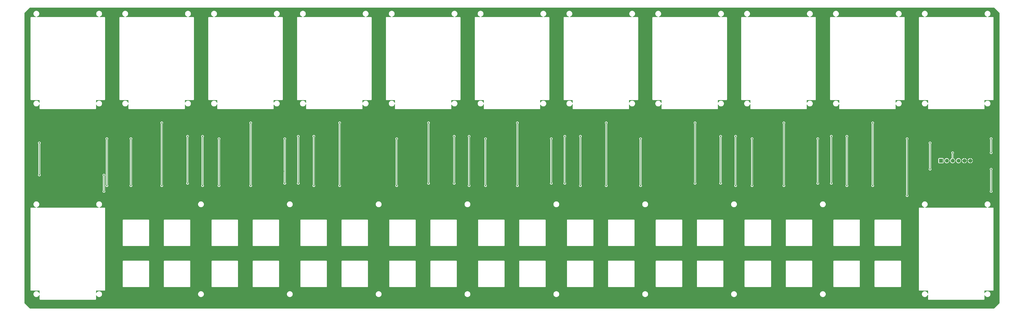
<source format=gbl>
G04 Layer: BottomLayer*
G04 EasyEDA v6.5.34, 2023-08-24 10:08:58*
G04 37586862595d49128824a1d9db5d89c9,5a6b42c53f6a479593ecc07194224c93,10*
G04 Gerber Generator version 0.2*
G04 Scale: 100 percent, Rotated: No, Reflected: No *
G04 Dimensions in millimeters *
G04 leading zeros omitted , absolute positions ,4 integer and 5 decimal *
%FSLAX45Y45*%
%MOMM*%

%AMMACRO1*21,1,$1,$2,0,0,$3*%
%ADD10C,0.2540*%
%ADD11MACRO1,1.7X1.7X0.0000*%
%ADD12C,1.7000*%
%ADD13C,0.6096*%

%LPD*%
G36*
X2389276Y64008D02*
G01*
X2385517Y64719D01*
X2382316Y66802D01*
X2149957Y287528D01*
X2147620Y290880D01*
X2146808Y294894D01*
X2146808Y12850164D01*
X2147570Y12854025D01*
X2149805Y12857327D01*
X2382672Y13090194D01*
X2385974Y13092430D01*
X2389835Y13093192D01*
X44092164Y13093192D01*
X44096025Y13092430D01*
X44099327Y13090194D01*
X44332194Y12857327D01*
X44334430Y12854025D01*
X44335192Y12850164D01*
X44335192Y307035D01*
X44334430Y303174D01*
X44332194Y299872D01*
X44099327Y67005D01*
X44096025Y64769D01*
X44092164Y64008D01*
G37*

%LPC*%
G36*
X36470437Y5427421D02*
G01*
X36480242Y5428284D01*
X36489690Y5430824D01*
X36498631Y5434990D01*
X36506658Y5440629D01*
X36513617Y5447538D01*
X36519256Y5455615D01*
X36523371Y5464505D01*
X36525911Y5474004D01*
X36526774Y5483758D01*
X36525911Y5493562D01*
X36523371Y5503062D01*
X36519256Y5511952D01*
X36513617Y5520029D01*
X36511992Y5521604D01*
X36509807Y5524906D01*
X36509045Y5528767D01*
X36508994Y7371791D01*
X36509807Y7375702D01*
X36511992Y7379004D01*
X36513566Y7380579D01*
X36519205Y7388606D01*
X36523371Y7397546D01*
X36525911Y7406995D01*
X36526774Y7416800D01*
X36525911Y7426604D01*
X36523371Y7436053D01*
X36519205Y7444994D01*
X36513566Y7453020D01*
X36506658Y7459980D01*
X36498580Y7465618D01*
X36489690Y7469733D01*
X36480191Y7472273D01*
X36470437Y7473137D01*
X36460633Y7472273D01*
X36451133Y7469733D01*
X36442243Y7465618D01*
X36434166Y7459980D01*
X36427257Y7453020D01*
X36421618Y7444994D01*
X36417453Y7436053D01*
X36414913Y7426604D01*
X36414049Y7416800D01*
X36414913Y7406995D01*
X36417453Y7397546D01*
X36421618Y7388606D01*
X36427257Y7380579D01*
X36428832Y7379004D01*
X36431016Y7375702D01*
X36431778Y7371842D01*
X36431829Y5528767D01*
X36431067Y5524855D01*
X36428832Y5521604D01*
X36427257Y5520029D01*
X36421618Y5511952D01*
X36417504Y5503062D01*
X36414964Y5493562D01*
X36414100Y5483758D01*
X36414964Y5474004D01*
X36417504Y5464505D01*
X36421618Y5455615D01*
X36427257Y5447538D01*
X36434217Y5440629D01*
X36442243Y5434990D01*
X36451184Y5430824D01*
X36460633Y5428284D01*
G37*
G36*
X2832658Y443992D02*
G01*
X5219141Y443992D01*
X5225440Y444703D01*
X5230926Y446633D01*
X5235803Y449681D01*
X5239918Y453796D01*
X5242966Y458673D01*
X5244896Y464159D01*
X5245608Y470458D01*
X5245608Y630682D01*
X5246370Y634542D01*
X5248503Y637794D01*
X5251754Y640029D01*
X5255615Y640842D01*
X5259476Y640130D01*
X5262778Y638048D01*
X5265013Y634847D01*
X5268417Y627278D01*
X5276291Y614273D01*
X5285689Y602335D01*
X5296408Y591566D01*
X5308396Y582218D01*
X5321401Y574344D01*
X5335270Y568096D01*
X5349748Y563575D01*
X5364734Y560832D01*
X5379923Y559917D01*
X5395061Y560832D01*
X5410047Y563575D01*
X5424525Y568096D01*
X5438394Y574344D01*
X5451398Y582218D01*
X5463387Y591566D01*
X5474106Y602335D01*
X5483504Y614273D01*
X5491378Y627278D01*
X5497626Y641146D01*
X5502148Y655675D01*
X5504891Y670610D01*
X5505805Y685800D01*
X5504891Y700989D01*
X5502148Y715924D01*
X5497626Y730453D01*
X5491378Y744321D01*
X5483504Y757326D01*
X5474106Y769264D01*
X5463387Y780034D01*
X5451398Y789381D01*
X5438394Y797255D01*
X5424525Y803503D01*
X5410047Y808024D01*
X5395061Y810768D01*
X5379923Y811682D01*
X5364734Y810768D01*
X5349748Y808024D01*
X5335270Y803503D01*
X5321401Y797255D01*
X5308396Y789381D01*
X5296408Y780034D01*
X5285689Y769264D01*
X5276291Y757326D01*
X5268417Y744321D01*
X5265013Y736752D01*
X5262778Y733552D01*
X5259476Y731469D01*
X5255615Y730758D01*
X5251754Y731570D01*
X5248503Y733806D01*
X5246370Y737057D01*
X5245608Y740918D01*
X5245608Y827532D01*
X5246370Y831443D01*
X5248605Y834694D01*
X5251856Y836930D01*
X5255768Y837692D01*
X5612841Y837692D01*
X5619140Y838403D01*
X5624626Y840333D01*
X5629503Y843381D01*
X5633618Y847496D01*
X5636666Y852373D01*
X5638596Y857859D01*
X5639308Y864158D01*
X5639308Y4406341D01*
X5638596Y4412640D01*
X5636666Y4418126D01*
X5633618Y4423003D01*
X5629503Y4427118D01*
X5624626Y4430166D01*
X5619140Y4432096D01*
X5612841Y4432808D01*
X5408625Y4432808D01*
X5404459Y4433722D01*
X5401005Y4436211D01*
X5398922Y4439920D01*
X5398516Y4444187D01*
X5399938Y4448200D01*
X5402834Y4451350D01*
X5406796Y4452975D01*
X5410047Y4453534D01*
X5424525Y4458055D01*
X5438394Y4464304D01*
X5451398Y4472178D01*
X5463387Y4481576D01*
X5474106Y4492294D01*
X5483504Y4504283D01*
X5491378Y4517288D01*
X5497626Y4531156D01*
X5502148Y4545634D01*
X5504891Y4560620D01*
X5505805Y4575759D01*
X5504891Y4590948D01*
X5502148Y4605934D01*
X5497626Y4620412D01*
X5491378Y4634280D01*
X5483504Y4647285D01*
X5474106Y4659274D01*
X5463387Y4669993D01*
X5451398Y4679391D01*
X5438394Y4687265D01*
X5424525Y4693513D01*
X5410047Y4698034D01*
X5395061Y4700778D01*
X5379923Y4701692D01*
X5364734Y4700778D01*
X5349748Y4698034D01*
X5335270Y4693513D01*
X5321401Y4687265D01*
X5308396Y4679391D01*
X5296408Y4669993D01*
X5285689Y4659274D01*
X5276291Y4647285D01*
X5268417Y4634280D01*
X5262168Y4620412D01*
X5257647Y4605934D01*
X5254904Y4590948D01*
X5253990Y4575759D01*
X5254904Y4560620D01*
X5257647Y4545634D01*
X5262168Y4531156D01*
X5268417Y4517288D01*
X5276291Y4504283D01*
X5285689Y4492294D01*
X5296408Y4481576D01*
X5308396Y4472178D01*
X5321401Y4464304D01*
X5335270Y4458055D01*
X5349748Y4453534D01*
X5352999Y4452975D01*
X5356961Y4451350D01*
X5359857Y4448200D01*
X5361279Y4444187D01*
X5360873Y4439920D01*
X5358790Y4436211D01*
X5355336Y4433722D01*
X5351170Y4432808D01*
X2693619Y4432808D01*
X2689453Y4433722D01*
X2685999Y4436211D01*
X2683916Y4439920D01*
X2683510Y4444187D01*
X2684932Y4448200D01*
X2687828Y4451350D01*
X2691790Y4452975D01*
X2695041Y4453534D01*
X2709519Y4458055D01*
X2723388Y4464304D01*
X2736392Y4472178D01*
X2748381Y4481576D01*
X2759100Y4492294D01*
X2768498Y4504283D01*
X2776372Y4517288D01*
X2782620Y4531156D01*
X2787142Y4545634D01*
X2789885Y4560620D01*
X2790799Y4575759D01*
X2789885Y4590948D01*
X2787142Y4605934D01*
X2782620Y4620412D01*
X2776372Y4634280D01*
X2768498Y4647285D01*
X2759100Y4659274D01*
X2748381Y4669993D01*
X2736392Y4679391D01*
X2723388Y4687265D01*
X2709519Y4693513D01*
X2695041Y4698034D01*
X2680055Y4700778D01*
X2664917Y4701692D01*
X2649728Y4700778D01*
X2634742Y4698034D01*
X2620264Y4693513D01*
X2606395Y4687265D01*
X2593390Y4679391D01*
X2581402Y4669993D01*
X2570683Y4659274D01*
X2561285Y4647285D01*
X2553411Y4634280D01*
X2547162Y4620412D01*
X2542641Y4605934D01*
X2539898Y4590948D01*
X2538984Y4575759D01*
X2539898Y4560620D01*
X2542641Y4545634D01*
X2547162Y4531156D01*
X2553411Y4517288D01*
X2561285Y4504283D01*
X2570683Y4492294D01*
X2581402Y4481576D01*
X2593390Y4472178D01*
X2606395Y4464304D01*
X2620264Y4458055D01*
X2634742Y4453534D01*
X2637993Y4452975D01*
X2641955Y4451350D01*
X2644851Y4448200D01*
X2646273Y4444187D01*
X2645867Y4439920D01*
X2643784Y4436211D01*
X2640330Y4433722D01*
X2636164Y4432808D01*
X2438958Y4432808D01*
X2432659Y4432096D01*
X2427173Y4430166D01*
X2422296Y4427118D01*
X2418181Y4423003D01*
X2415133Y4418126D01*
X2413203Y4412640D01*
X2412492Y4406341D01*
X2412492Y864158D01*
X2413203Y857859D01*
X2415133Y852373D01*
X2418181Y847496D01*
X2422296Y843381D01*
X2427173Y840333D01*
X2432659Y838403D01*
X2438958Y837692D01*
X2796032Y837692D01*
X2799943Y836930D01*
X2803194Y834694D01*
X2805430Y831443D01*
X2806192Y827532D01*
X2806192Y721512D01*
X2805379Y717499D01*
X2803042Y714095D01*
X2799537Y711962D01*
X2795524Y711352D01*
X2791561Y712368D01*
X2788310Y714857D01*
X2786329Y718464D01*
X2782620Y730453D01*
X2776372Y744321D01*
X2768498Y757326D01*
X2759100Y769264D01*
X2748381Y780034D01*
X2736392Y789381D01*
X2723388Y797255D01*
X2709519Y803503D01*
X2695041Y808024D01*
X2680055Y810768D01*
X2664917Y811682D01*
X2649728Y810768D01*
X2634742Y808024D01*
X2620264Y803503D01*
X2606395Y797255D01*
X2593390Y789381D01*
X2581402Y780034D01*
X2570683Y769264D01*
X2561285Y757326D01*
X2553411Y744321D01*
X2547162Y730453D01*
X2542641Y715924D01*
X2539898Y700989D01*
X2538984Y685800D01*
X2539898Y670610D01*
X2542641Y655675D01*
X2547162Y641146D01*
X2553411Y627278D01*
X2561285Y614273D01*
X2570683Y602335D01*
X2581402Y591566D01*
X2593390Y582218D01*
X2606395Y574344D01*
X2620264Y568096D01*
X2634742Y563575D01*
X2649728Y560832D01*
X2664917Y559917D01*
X2680055Y560832D01*
X2695041Y563575D01*
X2709519Y568096D01*
X2723388Y574344D01*
X2736392Y582218D01*
X2748381Y591566D01*
X2759100Y602335D01*
X2768498Y614273D01*
X2776372Y627278D01*
X2782620Y641146D01*
X2786329Y653135D01*
X2788310Y656742D01*
X2791561Y659231D01*
X2795524Y660247D01*
X2799537Y659638D01*
X2803042Y657504D01*
X2805379Y654100D01*
X2806192Y650087D01*
X2806192Y470458D01*
X2806903Y464159D01*
X2808833Y458673D01*
X2811881Y453796D01*
X2815996Y449681D01*
X2820873Y446633D01*
X2826359Y444703D01*
G37*
G36*
X36688014Y559917D02*
G01*
X36703152Y560832D01*
X36718138Y563575D01*
X36732616Y568096D01*
X36746484Y574344D01*
X36759489Y582218D01*
X36771478Y591566D01*
X36782197Y602335D01*
X36791595Y614273D01*
X36799469Y627278D01*
X36805717Y641146D01*
X36810238Y655675D01*
X36812982Y670610D01*
X36813896Y685800D01*
X36812982Y700989D01*
X36810238Y715924D01*
X36805717Y730453D01*
X36799469Y744321D01*
X36791595Y757326D01*
X36782197Y769264D01*
X36771478Y780034D01*
X36759489Y789381D01*
X36746484Y797255D01*
X36732616Y803503D01*
X36718138Y808024D01*
X36703152Y810768D01*
X36688014Y811682D01*
X36672824Y810768D01*
X36657838Y808024D01*
X36643360Y803503D01*
X36629492Y797255D01*
X36616487Y789381D01*
X36604498Y780034D01*
X36593780Y769264D01*
X36584382Y757326D01*
X36576508Y744321D01*
X36570259Y730453D01*
X36565738Y715924D01*
X36562995Y700989D01*
X36562080Y685800D01*
X36562995Y670610D01*
X36565738Y655675D01*
X36570259Y641146D01*
X36576508Y627278D01*
X36584382Y614273D01*
X36593780Y602335D01*
X36604498Y591566D01*
X36616487Y582218D01*
X36629492Y574344D01*
X36643360Y568096D01*
X36657838Y563575D01*
X36672824Y560832D01*
G37*
G36*
X21315172Y559917D02*
G01*
X21330361Y560832D01*
X21345296Y563575D01*
X21359825Y568096D01*
X21373693Y574344D01*
X21386698Y582218D01*
X21398636Y591566D01*
X21409406Y602335D01*
X21418753Y614273D01*
X21426627Y627278D01*
X21432875Y641146D01*
X21437396Y655675D01*
X21440140Y670610D01*
X21441054Y685800D01*
X21440140Y700989D01*
X21437396Y715924D01*
X21432875Y730453D01*
X21426627Y744321D01*
X21418753Y757326D01*
X21409406Y769264D01*
X21398636Y780034D01*
X21386698Y789381D01*
X21373693Y797255D01*
X21359825Y803503D01*
X21345296Y808024D01*
X21330361Y810768D01*
X21315172Y811682D01*
X21299982Y810768D01*
X21285047Y808024D01*
X21270518Y803503D01*
X21256650Y797255D01*
X21243645Y789381D01*
X21231707Y780034D01*
X21220938Y769264D01*
X21211590Y757326D01*
X21203716Y744321D01*
X21197468Y730453D01*
X21192947Y715924D01*
X21190204Y700989D01*
X21189289Y685800D01*
X21190204Y670610D01*
X21192947Y655675D01*
X21197468Y641146D01*
X21203716Y627278D01*
X21211590Y614273D01*
X21220938Y602335D01*
X21231707Y591566D01*
X21243645Y582218D01*
X21256650Y574344D01*
X21270518Y568096D01*
X21285047Y563575D01*
X21299982Y560832D01*
G37*
G36*
X13628776Y559917D02*
G01*
X13643965Y560832D01*
X13658900Y563575D01*
X13673429Y568096D01*
X13687298Y574344D01*
X13700302Y582218D01*
X13712240Y591566D01*
X13723010Y602335D01*
X13732357Y614273D01*
X13740231Y627278D01*
X13746480Y641146D01*
X13751001Y655675D01*
X13753744Y670610D01*
X13754658Y685800D01*
X13753744Y700989D01*
X13751001Y715924D01*
X13746480Y730453D01*
X13740231Y744321D01*
X13732357Y757326D01*
X13723010Y769264D01*
X13712240Y780034D01*
X13700302Y789381D01*
X13687298Y797255D01*
X13673429Y803503D01*
X13658900Y808024D01*
X13643965Y810768D01*
X13628776Y811682D01*
X13613587Y810768D01*
X13598651Y808024D01*
X13584123Y803503D01*
X13570254Y797255D01*
X13557250Y789381D01*
X13545312Y780034D01*
X13534542Y769264D01*
X13525195Y757326D01*
X13517321Y744321D01*
X13511072Y730453D01*
X13506551Y715924D01*
X13503808Y700989D01*
X13502894Y685800D01*
X13503808Y670610D01*
X13506551Y655675D01*
X13511072Y641146D01*
X13517321Y627278D01*
X13525195Y614273D01*
X13534542Y602335D01*
X13545312Y591566D01*
X13557250Y582218D01*
X13570254Y574344D01*
X13584123Y568096D01*
X13598651Y563575D01*
X13613587Y560832D01*
G37*
G36*
X17471999Y559917D02*
G01*
X17487138Y560832D01*
X17502124Y563575D01*
X17516602Y568096D01*
X17530470Y574344D01*
X17543475Y582218D01*
X17555464Y591566D01*
X17566182Y602335D01*
X17575580Y614273D01*
X17583454Y627278D01*
X17589703Y641146D01*
X17594224Y655675D01*
X17596967Y670610D01*
X17597882Y685800D01*
X17596967Y700989D01*
X17594224Y715924D01*
X17589703Y730453D01*
X17583454Y744321D01*
X17575580Y757326D01*
X17566182Y769264D01*
X17555464Y780034D01*
X17543475Y789381D01*
X17530470Y797255D01*
X17516602Y803503D01*
X17502124Y808024D01*
X17487138Y810768D01*
X17471999Y811682D01*
X17456810Y810768D01*
X17441824Y808024D01*
X17427346Y803503D01*
X17413478Y797255D01*
X17400473Y789381D01*
X17388484Y780034D01*
X17377765Y769264D01*
X17368367Y757326D01*
X17360493Y744321D01*
X17354245Y730453D01*
X17349724Y715924D01*
X17346980Y700989D01*
X17346066Y685800D01*
X17346980Y670610D01*
X17349724Y655675D01*
X17354245Y641146D01*
X17360493Y627278D01*
X17368367Y614273D01*
X17377765Y602335D01*
X17388484Y591566D01*
X17400473Y582218D01*
X17413478Y574344D01*
X17427346Y568096D01*
X17441824Y563575D01*
X17456810Y560832D01*
G37*
G36*
X25158395Y559917D02*
G01*
X25173584Y560832D01*
X25188519Y563575D01*
X25203048Y568096D01*
X25216916Y574344D01*
X25229921Y582218D01*
X25241859Y591566D01*
X25252629Y602335D01*
X25261976Y614273D01*
X25269850Y627278D01*
X25276098Y641146D01*
X25280620Y655675D01*
X25283363Y670610D01*
X25284277Y685800D01*
X25283363Y700989D01*
X25280620Y715924D01*
X25276098Y730453D01*
X25269850Y744321D01*
X25261976Y757326D01*
X25252629Y769264D01*
X25241859Y780034D01*
X25229921Y789381D01*
X25216916Y797255D01*
X25203048Y803503D01*
X25188519Y808024D01*
X25173584Y810768D01*
X25158395Y811682D01*
X25143206Y810768D01*
X25128270Y808024D01*
X25113742Y803503D01*
X25099873Y797255D01*
X25086868Y789381D01*
X25074930Y780034D01*
X25064161Y769264D01*
X25054814Y757326D01*
X25046940Y744321D01*
X25040691Y730453D01*
X25036170Y715924D01*
X25033427Y700989D01*
X25032512Y685800D01*
X25033427Y670610D01*
X25036170Y655675D01*
X25040691Y641146D01*
X25046940Y627278D01*
X25054814Y614273D01*
X25064161Y602335D01*
X25074930Y591566D01*
X25086868Y582218D01*
X25099873Y574344D01*
X25113742Y568096D01*
X25128270Y563575D01*
X25143206Y560832D01*
G37*
G36*
X32844790Y559917D02*
G01*
X32859980Y560832D01*
X32874915Y563575D01*
X32889444Y568096D01*
X32903312Y574344D01*
X32916317Y582218D01*
X32928255Y591566D01*
X32939024Y602335D01*
X32948372Y614273D01*
X32956246Y627278D01*
X32962494Y641146D01*
X32967015Y655675D01*
X32969758Y670610D01*
X32970673Y685800D01*
X32969758Y700989D01*
X32967015Y715924D01*
X32962494Y730453D01*
X32956246Y744321D01*
X32948372Y757326D01*
X32939024Y769264D01*
X32928255Y780034D01*
X32916317Y789381D01*
X32903312Y797255D01*
X32889444Y803503D01*
X32874915Y808024D01*
X32859980Y810768D01*
X32844790Y811682D01*
X32829601Y810768D01*
X32814666Y808024D01*
X32800137Y803503D01*
X32786269Y797255D01*
X32773264Y789381D01*
X32761326Y780034D01*
X32750556Y769264D01*
X32741209Y757326D01*
X32733335Y744321D01*
X32727087Y730453D01*
X32722565Y715924D01*
X32719822Y700989D01*
X32718908Y685800D01*
X32719822Y670610D01*
X32722565Y655675D01*
X32727087Y641146D01*
X32733335Y627278D01*
X32741209Y614273D01*
X32750556Y602335D01*
X32761326Y591566D01*
X32773264Y582218D01*
X32786269Y574344D01*
X32800137Y568096D01*
X32814666Y563575D01*
X32829601Y560832D01*
G37*
G36*
X29001618Y559917D02*
G01*
X29016756Y560832D01*
X29031742Y563575D01*
X29046220Y568096D01*
X29060089Y574344D01*
X29073094Y582218D01*
X29085082Y591566D01*
X29095801Y602335D01*
X29105199Y614273D01*
X29113073Y627278D01*
X29119322Y641146D01*
X29123843Y655675D01*
X29126586Y670610D01*
X29127500Y685800D01*
X29126586Y700989D01*
X29123843Y715924D01*
X29119322Y730453D01*
X29113073Y744321D01*
X29105199Y757326D01*
X29095801Y769264D01*
X29085082Y780034D01*
X29073094Y789381D01*
X29060089Y797255D01*
X29046220Y803503D01*
X29031742Y808024D01*
X29016756Y810768D01*
X29001618Y811682D01*
X28986429Y810768D01*
X28971443Y808024D01*
X28956965Y803503D01*
X28943096Y797255D01*
X28930092Y789381D01*
X28918103Y780034D01*
X28907384Y769264D01*
X28897986Y757326D01*
X28890112Y744321D01*
X28883864Y730453D01*
X28879342Y715924D01*
X28876599Y700989D01*
X28875685Y685800D01*
X28876599Y670610D01*
X28879342Y655675D01*
X28883864Y641146D01*
X28890112Y627278D01*
X28897986Y614273D01*
X28907384Y602335D01*
X28918103Y591566D01*
X28930092Y582218D01*
X28943096Y574344D01*
X28956965Y568096D01*
X28971443Y563575D01*
X28986429Y560832D01*
G37*
G36*
X9785604Y559917D02*
G01*
X9800742Y560832D01*
X9815728Y563575D01*
X9830206Y568096D01*
X9844074Y574344D01*
X9857079Y582218D01*
X9869068Y591566D01*
X9879787Y602335D01*
X9889185Y614273D01*
X9897059Y627278D01*
X9903307Y641146D01*
X9907828Y655675D01*
X9910572Y670610D01*
X9911486Y685800D01*
X9910572Y700989D01*
X9907828Y715924D01*
X9903307Y730453D01*
X9897059Y744321D01*
X9889185Y757326D01*
X9879787Y769264D01*
X9869068Y780034D01*
X9857079Y789381D01*
X9844074Y797255D01*
X9830206Y803503D01*
X9815728Y808024D01*
X9800742Y810768D01*
X9785604Y811682D01*
X9770414Y810768D01*
X9755428Y808024D01*
X9740950Y803503D01*
X9727082Y797255D01*
X9714077Y789381D01*
X9702088Y780034D01*
X9691370Y769264D01*
X9681972Y757326D01*
X9674098Y744321D01*
X9667849Y730453D01*
X9663328Y715924D01*
X9660585Y700989D01*
X9659670Y685800D01*
X9660585Y670610D01*
X9663328Y655675D01*
X9667849Y641146D01*
X9674098Y627278D01*
X9681972Y614273D01*
X9691370Y602335D01*
X9702088Y591566D01*
X9714077Y582218D01*
X9727082Y574344D01*
X9740950Y568096D01*
X9755428Y563575D01*
X9770414Y560832D01*
G37*
G36*
X29735373Y8695182D02*
G01*
X32121856Y8695182D01*
X32128155Y8695944D01*
X32133641Y8697823D01*
X32138518Y8700922D01*
X32142633Y8704986D01*
X32145681Y8709914D01*
X32147611Y8715349D01*
X32148322Y8721699D01*
X32148322Y8881872D01*
X32149084Y8885732D01*
X32151218Y8888984D01*
X32154469Y8891219D01*
X32158330Y8892032D01*
X32162191Y8891371D01*
X32165493Y8889238D01*
X32167728Y8886037D01*
X32171132Y8878519D01*
X32179006Y8865514D01*
X32188403Y8853525D01*
X32199122Y8842806D01*
X32211111Y8833408D01*
X32224116Y8825534D01*
X32237984Y8819286D01*
X32252462Y8814765D01*
X32267448Y8812022D01*
X32282638Y8811107D01*
X32297776Y8812022D01*
X32312762Y8814765D01*
X32327240Y8819286D01*
X32341108Y8825534D01*
X32354113Y8833408D01*
X32366102Y8842806D01*
X32376821Y8853525D01*
X32386219Y8865514D01*
X32394093Y8878519D01*
X32400341Y8892387D01*
X32404862Y8906865D01*
X32407606Y8921851D01*
X32408520Y8936990D01*
X32407606Y8952179D01*
X32404862Y8967165D01*
X32400341Y8981643D01*
X32394093Y8995511D01*
X32386219Y9008516D01*
X32376821Y9020505D01*
X32366102Y9031224D01*
X32354113Y9040622D01*
X32341108Y9048496D01*
X32327240Y9054744D01*
X32312762Y9059265D01*
X32297776Y9062008D01*
X32282638Y9062923D01*
X32267448Y9062008D01*
X32252462Y9059265D01*
X32237984Y9054744D01*
X32224116Y9048496D01*
X32211111Y9040622D01*
X32199122Y9031224D01*
X32188403Y9020505D01*
X32179006Y9008516D01*
X32171132Y8995511D01*
X32167728Y8987993D01*
X32165493Y8984792D01*
X32162191Y8982659D01*
X32158330Y8981998D01*
X32154469Y8982811D01*
X32151218Y8985046D01*
X32149084Y8988298D01*
X32148322Y8992158D01*
X32148322Y9078722D01*
X32149084Y9082633D01*
X32151320Y9085935D01*
X32154571Y9088120D01*
X32158482Y9088882D01*
X32515556Y9088882D01*
X32521855Y9089644D01*
X32527341Y9091523D01*
X32532218Y9094622D01*
X32536333Y9098686D01*
X32539381Y9103614D01*
X32541311Y9109049D01*
X32542022Y9115399D01*
X32542022Y12657531D01*
X32541311Y12663881D01*
X32539381Y12669316D01*
X32536333Y12674244D01*
X32532218Y12678308D01*
X32527341Y12681407D01*
X32521855Y12683286D01*
X32515556Y12683998D01*
X32311339Y12683998D01*
X32307174Y12684912D01*
X32303720Y12687452D01*
X32301637Y12691160D01*
X32301230Y12695428D01*
X32302653Y12699441D01*
X32305548Y12702540D01*
X32309511Y12704165D01*
X32312762Y12704775D01*
X32327240Y12709296D01*
X32341108Y12715544D01*
X32354113Y12723418D01*
X32366102Y12732766D01*
X32376821Y12743535D01*
X32386219Y12755473D01*
X32394093Y12768478D01*
X32400341Y12782346D01*
X32404862Y12796875D01*
X32407606Y12811810D01*
X32408520Y12827000D01*
X32407606Y12842189D01*
X32404862Y12857124D01*
X32400341Y12871653D01*
X32394093Y12885521D01*
X32386219Y12898526D01*
X32376821Y12910464D01*
X32366102Y12921234D01*
X32354113Y12930581D01*
X32341108Y12938455D01*
X32327240Y12944703D01*
X32312762Y12949224D01*
X32297776Y12951968D01*
X32282638Y12952882D01*
X32267448Y12951968D01*
X32252462Y12949224D01*
X32237984Y12944703D01*
X32224116Y12938455D01*
X32211111Y12930581D01*
X32199122Y12921234D01*
X32188403Y12910464D01*
X32179006Y12898526D01*
X32171132Y12885521D01*
X32164883Y12871653D01*
X32160362Y12857124D01*
X32157619Y12842189D01*
X32156704Y12827000D01*
X32157619Y12811810D01*
X32160362Y12796875D01*
X32164883Y12782346D01*
X32171132Y12768478D01*
X32179006Y12755473D01*
X32188403Y12743535D01*
X32199122Y12732766D01*
X32211111Y12723418D01*
X32224116Y12715544D01*
X32237984Y12709296D01*
X32252462Y12704775D01*
X32255714Y12704165D01*
X32259676Y12702540D01*
X32262572Y12699441D01*
X32263994Y12695428D01*
X32263588Y12691160D01*
X32261505Y12687452D01*
X32258050Y12684912D01*
X32253885Y12683998D01*
X29596334Y12683998D01*
X29592168Y12684912D01*
X29588714Y12687452D01*
X29586631Y12691160D01*
X29586224Y12695428D01*
X29587647Y12699441D01*
X29590542Y12702540D01*
X29594505Y12704165D01*
X29597756Y12704775D01*
X29612234Y12709296D01*
X29626102Y12715544D01*
X29639107Y12723418D01*
X29651096Y12732766D01*
X29661815Y12743535D01*
X29671213Y12755473D01*
X29679087Y12768478D01*
X29685335Y12782346D01*
X29689856Y12796875D01*
X29692600Y12811810D01*
X29693514Y12827000D01*
X29692600Y12842189D01*
X29689856Y12857124D01*
X29685335Y12871653D01*
X29679087Y12885521D01*
X29671213Y12898526D01*
X29661815Y12910464D01*
X29651096Y12921234D01*
X29639107Y12930581D01*
X29626102Y12938455D01*
X29612234Y12944703D01*
X29597756Y12949224D01*
X29582770Y12951968D01*
X29567632Y12952882D01*
X29552442Y12951968D01*
X29537456Y12949224D01*
X29522978Y12944703D01*
X29509110Y12938455D01*
X29496105Y12930581D01*
X29484116Y12921234D01*
X29473398Y12910464D01*
X29464000Y12898526D01*
X29456126Y12885521D01*
X29449877Y12871653D01*
X29445356Y12857124D01*
X29442613Y12842189D01*
X29441698Y12827000D01*
X29442613Y12811810D01*
X29445356Y12796875D01*
X29449877Y12782346D01*
X29456126Y12768478D01*
X29464000Y12755473D01*
X29473398Y12743535D01*
X29484116Y12732766D01*
X29496105Y12723418D01*
X29509110Y12715544D01*
X29522978Y12709296D01*
X29537456Y12704775D01*
X29540708Y12704165D01*
X29544670Y12702540D01*
X29547565Y12699441D01*
X29548988Y12695428D01*
X29548582Y12691160D01*
X29546499Y12687452D01*
X29543044Y12684912D01*
X29538879Y12683998D01*
X29341673Y12683998D01*
X29335374Y12683286D01*
X29329888Y12681407D01*
X29325011Y12678308D01*
X29320896Y12674244D01*
X29317848Y12669316D01*
X29315918Y12663881D01*
X29315206Y12657531D01*
X29315206Y9115399D01*
X29315918Y9109049D01*
X29317848Y9103614D01*
X29320896Y9098686D01*
X29325011Y9094622D01*
X29329888Y9091523D01*
X29335374Y9089644D01*
X29341673Y9088882D01*
X29698746Y9088882D01*
X29702658Y9088120D01*
X29705909Y9085935D01*
X29708144Y9082633D01*
X29708906Y9078722D01*
X29708906Y8972702D01*
X29708094Y8968689D01*
X29705757Y8965336D01*
X29702252Y8963152D01*
X29698238Y8962542D01*
X29694276Y8963609D01*
X29691025Y8966098D01*
X29689044Y8969705D01*
X29685335Y8981643D01*
X29679087Y8995511D01*
X29671213Y9008516D01*
X29661815Y9020505D01*
X29651096Y9031224D01*
X29639107Y9040622D01*
X29626102Y9048496D01*
X29612234Y9054744D01*
X29597756Y9059265D01*
X29582770Y9062008D01*
X29567632Y9062923D01*
X29552442Y9062008D01*
X29537456Y9059265D01*
X29522978Y9054744D01*
X29509110Y9048496D01*
X29496105Y9040622D01*
X29484116Y9031224D01*
X29473398Y9020505D01*
X29464000Y9008516D01*
X29456126Y8995511D01*
X29449877Y8981643D01*
X29445356Y8967165D01*
X29442613Y8952179D01*
X29441698Y8936990D01*
X29442613Y8921851D01*
X29445356Y8906865D01*
X29449877Y8892387D01*
X29456126Y8878519D01*
X29464000Y8865514D01*
X29473398Y8853525D01*
X29484116Y8842806D01*
X29496105Y8833408D01*
X29509110Y8825534D01*
X29522978Y8819286D01*
X29537456Y8814765D01*
X29552442Y8812022D01*
X29567632Y8811107D01*
X29582770Y8812022D01*
X29597756Y8814765D01*
X29612234Y8819286D01*
X29626102Y8825534D01*
X29639107Y8833408D01*
X29651096Y8842806D01*
X29661815Y8853525D01*
X29671213Y8865514D01*
X29679087Y8878519D01*
X29685335Y8892387D01*
X29689044Y8904325D01*
X29691025Y8907932D01*
X29694276Y8910421D01*
X29698238Y8911488D01*
X29702252Y8910878D01*
X29705757Y8908694D01*
X29708094Y8905341D01*
X29708906Y8901328D01*
X29708906Y8721699D01*
X29709618Y8715349D01*
X29711548Y8709914D01*
X29714596Y8704986D01*
X29718711Y8700922D01*
X29723588Y8697823D01*
X29729074Y8695944D01*
G37*
G36*
X37421769Y8695182D02*
G01*
X39808251Y8695182D01*
X39814550Y8695944D01*
X39820037Y8697823D01*
X39824914Y8700922D01*
X39829028Y8704986D01*
X39832076Y8709914D01*
X39834007Y8715349D01*
X39834718Y8721699D01*
X39834718Y8881872D01*
X39835480Y8885732D01*
X39837614Y8888984D01*
X39840865Y8891219D01*
X39844726Y8892032D01*
X39848586Y8891371D01*
X39851888Y8889238D01*
X39854124Y8886037D01*
X39857527Y8878519D01*
X39865401Y8865514D01*
X39874799Y8853525D01*
X39885518Y8842806D01*
X39897507Y8833408D01*
X39910512Y8825534D01*
X39924380Y8819286D01*
X39938858Y8814765D01*
X39953844Y8812022D01*
X39969033Y8811107D01*
X39984172Y8812022D01*
X39999158Y8814765D01*
X40013636Y8819286D01*
X40027504Y8825534D01*
X40040509Y8833408D01*
X40052498Y8842806D01*
X40063216Y8853525D01*
X40072614Y8865514D01*
X40080488Y8878519D01*
X40086737Y8892387D01*
X40091258Y8906865D01*
X40094001Y8921851D01*
X40094916Y8936990D01*
X40094001Y8952179D01*
X40091258Y8967165D01*
X40086737Y8981643D01*
X40080488Y8995511D01*
X40072614Y9008516D01*
X40063216Y9020505D01*
X40052498Y9031224D01*
X40040509Y9040622D01*
X40027504Y9048496D01*
X40013636Y9054744D01*
X39999158Y9059265D01*
X39984172Y9062008D01*
X39969033Y9062923D01*
X39953844Y9062008D01*
X39938858Y9059265D01*
X39924380Y9054744D01*
X39910512Y9048496D01*
X39897507Y9040622D01*
X39885518Y9031224D01*
X39874799Y9020505D01*
X39865401Y9008516D01*
X39857527Y8995511D01*
X39854124Y8987993D01*
X39851888Y8984792D01*
X39848586Y8982659D01*
X39844726Y8981998D01*
X39840865Y8982811D01*
X39837614Y8985046D01*
X39835480Y8988298D01*
X39834718Y8992158D01*
X39834718Y9078722D01*
X39835480Y9082633D01*
X39837715Y9085935D01*
X39840966Y9088120D01*
X39844878Y9088882D01*
X40201951Y9088882D01*
X40208250Y9089644D01*
X40213737Y9091523D01*
X40218614Y9094622D01*
X40222728Y9098686D01*
X40225776Y9103614D01*
X40227707Y9109049D01*
X40228418Y9115399D01*
X40228418Y12657531D01*
X40227707Y12663881D01*
X40225776Y12669316D01*
X40222728Y12674244D01*
X40218614Y12678308D01*
X40213737Y12681407D01*
X40208250Y12683286D01*
X40201951Y12683998D01*
X39997735Y12683998D01*
X39993570Y12684912D01*
X39990115Y12687452D01*
X39988032Y12691160D01*
X39987626Y12695428D01*
X39989048Y12699441D01*
X39991944Y12702540D01*
X39995906Y12704165D01*
X39999158Y12704775D01*
X40013636Y12709296D01*
X40027504Y12715544D01*
X40040509Y12723418D01*
X40052498Y12732766D01*
X40063216Y12743535D01*
X40072614Y12755473D01*
X40080488Y12768478D01*
X40086737Y12782346D01*
X40091258Y12796875D01*
X40094001Y12811810D01*
X40094916Y12827000D01*
X40094001Y12842189D01*
X40091258Y12857124D01*
X40086737Y12871653D01*
X40080488Y12885521D01*
X40072614Y12898526D01*
X40063216Y12910464D01*
X40052498Y12921234D01*
X40040509Y12930581D01*
X40027504Y12938455D01*
X40013636Y12944703D01*
X39999158Y12949224D01*
X39984172Y12951968D01*
X39969033Y12952882D01*
X39953844Y12951968D01*
X39938858Y12949224D01*
X39924380Y12944703D01*
X39910512Y12938455D01*
X39897507Y12930581D01*
X39885518Y12921234D01*
X39874799Y12910464D01*
X39865401Y12898526D01*
X39857527Y12885521D01*
X39851279Y12871653D01*
X39846758Y12857124D01*
X39844014Y12842189D01*
X39843100Y12827000D01*
X39844014Y12811810D01*
X39846758Y12796875D01*
X39851279Y12782346D01*
X39857527Y12768478D01*
X39865401Y12755473D01*
X39874799Y12743535D01*
X39885518Y12732766D01*
X39897507Y12723418D01*
X39910512Y12715544D01*
X39924380Y12709296D01*
X39938858Y12704775D01*
X39942109Y12704165D01*
X39946072Y12702540D01*
X39948967Y12699441D01*
X39950390Y12695428D01*
X39949983Y12691160D01*
X39947900Y12687452D01*
X39944446Y12684912D01*
X39940280Y12683998D01*
X37282729Y12683998D01*
X37278564Y12684912D01*
X37275109Y12687452D01*
X37273026Y12691160D01*
X37272620Y12695428D01*
X37274042Y12699441D01*
X37276938Y12702540D01*
X37280900Y12704165D01*
X37284152Y12704775D01*
X37298630Y12709296D01*
X37312498Y12715544D01*
X37325503Y12723418D01*
X37337492Y12732766D01*
X37348210Y12743535D01*
X37357608Y12755473D01*
X37365482Y12768478D01*
X37371731Y12782346D01*
X37376252Y12796875D01*
X37378995Y12811810D01*
X37379910Y12827000D01*
X37378995Y12842189D01*
X37376252Y12857124D01*
X37371731Y12871653D01*
X37365482Y12885521D01*
X37357608Y12898526D01*
X37348210Y12910464D01*
X37337492Y12921234D01*
X37325503Y12930581D01*
X37312498Y12938455D01*
X37298630Y12944703D01*
X37284152Y12949224D01*
X37269166Y12951968D01*
X37254027Y12952882D01*
X37238838Y12951968D01*
X37223852Y12949224D01*
X37209374Y12944703D01*
X37195506Y12938455D01*
X37182501Y12930581D01*
X37170512Y12921234D01*
X37159793Y12910464D01*
X37150395Y12898526D01*
X37142521Y12885521D01*
X37136273Y12871653D01*
X37131752Y12857124D01*
X37129008Y12842189D01*
X37128094Y12827000D01*
X37129008Y12811810D01*
X37131752Y12796875D01*
X37136273Y12782346D01*
X37142521Y12768478D01*
X37150395Y12755473D01*
X37159793Y12743535D01*
X37170512Y12732766D01*
X37182501Y12723418D01*
X37195506Y12715544D01*
X37209374Y12709296D01*
X37223852Y12704775D01*
X37227103Y12704165D01*
X37231066Y12702540D01*
X37233961Y12699441D01*
X37235384Y12695428D01*
X37234977Y12691160D01*
X37232894Y12687452D01*
X37229440Y12684912D01*
X37225274Y12683998D01*
X37028069Y12683998D01*
X37021770Y12683286D01*
X37016283Y12681407D01*
X37011406Y12678308D01*
X37007292Y12674244D01*
X37004244Y12669316D01*
X37002313Y12663881D01*
X37001602Y12657531D01*
X37001602Y9115399D01*
X37002313Y9109049D01*
X37004244Y9103614D01*
X37007292Y9098686D01*
X37011406Y9094622D01*
X37016283Y9091523D01*
X37021770Y9089644D01*
X37028069Y9088882D01*
X37385142Y9088882D01*
X37389054Y9088120D01*
X37392305Y9085935D01*
X37394540Y9082633D01*
X37395302Y9078722D01*
X37395302Y8972702D01*
X37394489Y8968689D01*
X37392152Y8965336D01*
X37388647Y8963152D01*
X37384634Y8962542D01*
X37380672Y8963609D01*
X37377420Y8966098D01*
X37375439Y8969705D01*
X37371731Y8981643D01*
X37365482Y8995511D01*
X37357608Y9008516D01*
X37348210Y9020505D01*
X37337492Y9031224D01*
X37325503Y9040622D01*
X37312498Y9048496D01*
X37298630Y9054744D01*
X37284152Y9059265D01*
X37269166Y9062008D01*
X37254027Y9062923D01*
X37238838Y9062008D01*
X37223852Y9059265D01*
X37209374Y9054744D01*
X37195506Y9048496D01*
X37182501Y9040622D01*
X37170512Y9031224D01*
X37159793Y9020505D01*
X37150395Y9008516D01*
X37142521Y8995511D01*
X37136273Y8981643D01*
X37131752Y8967165D01*
X37129008Y8952179D01*
X37128094Y8936990D01*
X37129008Y8921851D01*
X37131752Y8906865D01*
X37136273Y8892387D01*
X37142521Y8878519D01*
X37150395Y8865514D01*
X37159793Y8853525D01*
X37170512Y8842806D01*
X37182501Y8833408D01*
X37195506Y8825534D01*
X37209374Y8819286D01*
X37223852Y8814765D01*
X37238838Y8812022D01*
X37254027Y8811107D01*
X37269166Y8812022D01*
X37284152Y8814765D01*
X37298630Y8819286D01*
X37312498Y8825534D01*
X37325503Y8833408D01*
X37337492Y8842806D01*
X37348210Y8853525D01*
X37357608Y8865514D01*
X37365482Y8878519D01*
X37371731Y8892387D01*
X37375439Y8904325D01*
X37377420Y8907932D01*
X37380672Y8910421D01*
X37384634Y8911488D01*
X37388647Y8910878D01*
X37392152Y8908694D01*
X37394489Y8905341D01*
X37395302Y8901328D01*
X37395302Y8721699D01*
X37396013Y8715349D01*
X37397944Y8709914D01*
X37400992Y8704986D01*
X37405106Y8700922D01*
X37409983Y8697823D01*
X37415470Y8695944D01*
G37*
G36*
X22048978Y8695182D02*
G01*
X24435460Y8695182D01*
X24441759Y8695944D01*
X24447246Y8697823D01*
X24452122Y8700922D01*
X24456237Y8704986D01*
X24459285Y8709914D01*
X24461216Y8715349D01*
X24461927Y8721699D01*
X24461927Y8881872D01*
X24462689Y8885732D01*
X24464822Y8888984D01*
X24468074Y8891219D01*
X24471934Y8892032D01*
X24475795Y8891371D01*
X24479097Y8889238D01*
X24481332Y8886037D01*
X24484736Y8878519D01*
X24492610Y8865514D01*
X24502008Y8853525D01*
X24512727Y8842806D01*
X24524716Y8833408D01*
X24537720Y8825534D01*
X24551589Y8819286D01*
X24566067Y8814765D01*
X24581053Y8812022D01*
X24596242Y8811107D01*
X24611380Y8812022D01*
X24626366Y8814765D01*
X24640844Y8819286D01*
X24654713Y8825534D01*
X24667718Y8833408D01*
X24679706Y8842806D01*
X24690425Y8853525D01*
X24699823Y8865514D01*
X24707697Y8878519D01*
X24713946Y8892387D01*
X24718467Y8906865D01*
X24721210Y8921851D01*
X24722124Y8936990D01*
X24721210Y8952179D01*
X24718467Y8967165D01*
X24713946Y8981643D01*
X24707697Y8995511D01*
X24699823Y9008516D01*
X24690425Y9020505D01*
X24679706Y9031224D01*
X24667718Y9040622D01*
X24654713Y9048496D01*
X24640844Y9054744D01*
X24626366Y9059265D01*
X24611380Y9062008D01*
X24596242Y9062923D01*
X24581053Y9062008D01*
X24566067Y9059265D01*
X24551589Y9054744D01*
X24537720Y9048496D01*
X24524716Y9040622D01*
X24512727Y9031224D01*
X24502008Y9020505D01*
X24492610Y9008516D01*
X24484736Y8995511D01*
X24481332Y8987993D01*
X24479097Y8984792D01*
X24475795Y8982659D01*
X24471934Y8981998D01*
X24468074Y8982811D01*
X24464822Y8985046D01*
X24462689Y8988298D01*
X24461927Y8992158D01*
X24461927Y9078722D01*
X24462689Y9082633D01*
X24464924Y9085935D01*
X24468175Y9088120D01*
X24472087Y9088882D01*
X24829160Y9088882D01*
X24835459Y9089644D01*
X24840946Y9091523D01*
X24845822Y9094622D01*
X24849937Y9098686D01*
X24852985Y9103614D01*
X24854916Y9109049D01*
X24855627Y9115399D01*
X24855627Y12657531D01*
X24854916Y12663881D01*
X24852985Y12669316D01*
X24849937Y12674244D01*
X24845822Y12678308D01*
X24840946Y12681407D01*
X24835459Y12683286D01*
X24829160Y12683998D01*
X24624944Y12683998D01*
X24620778Y12684912D01*
X24617324Y12687452D01*
X24615241Y12691160D01*
X24614835Y12695428D01*
X24616257Y12699441D01*
X24619153Y12702540D01*
X24623115Y12704165D01*
X24626366Y12704775D01*
X24640844Y12709296D01*
X24654713Y12715544D01*
X24667718Y12723418D01*
X24679706Y12732766D01*
X24690425Y12743535D01*
X24699823Y12755473D01*
X24707697Y12768478D01*
X24713946Y12782346D01*
X24718467Y12796875D01*
X24721210Y12811810D01*
X24722124Y12827000D01*
X24721210Y12842189D01*
X24718467Y12857124D01*
X24713946Y12871653D01*
X24707697Y12885521D01*
X24699823Y12898526D01*
X24690425Y12910464D01*
X24679706Y12921234D01*
X24667718Y12930581D01*
X24654713Y12938455D01*
X24640844Y12944703D01*
X24626366Y12949224D01*
X24611380Y12951968D01*
X24596242Y12952882D01*
X24581053Y12951968D01*
X24566067Y12949224D01*
X24551589Y12944703D01*
X24537720Y12938455D01*
X24524716Y12930581D01*
X24512727Y12921234D01*
X24502008Y12910464D01*
X24492610Y12898526D01*
X24484736Y12885521D01*
X24478488Y12871653D01*
X24473966Y12857124D01*
X24471223Y12842189D01*
X24470309Y12827000D01*
X24471223Y12811810D01*
X24473966Y12796875D01*
X24478488Y12782346D01*
X24484736Y12768478D01*
X24492610Y12755473D01*
X24502008Y12743535D01*
X24512727Y12732766D01*
X24524716Y12723418D01*
X24537720Y12715544D01*
X24551589Y12709296D01*
X24566067Y12704775D01*
X24569318Y12704165D01*
X24573280Y12702540D01*
X24576176Y12699441D01*
X24577598Y12695428D01*
X24577192Y12691160D01*
X24575109Y12687452D01*
X24571655Y12684912D01*
X24567489Y12683998D01*
X21909938Y12683998D01*
X21905772Y12684912D01*
X21902318Y12687452D01*
X21900235Y12691160D01*
X21899829Y12695428D01*
X21901251Y12699441D01*
X21904147Y12702540D01*
X21908109Y12704165D01*
X21911360Y12704775D01*
X21925838Y12709296D01*
X21939707Y12715544D01*
X21952712Y12723418D01*
X21964700Y12732766D01*
X21975419Y12743535D01*
X21984817Y12755473D01*
X21992691Y12768478D01*
X21998940Y12782346D01*
X22003461Y12796875D01*
X22006204Y12811810D01*
X22007118Y12827000D01*
X22006204Y12842189D01*
X22003461Y12857124D01*
X21998940Y12871653D01*
X21992691Y12885521D01*
X21984817Y12898526D01*
X21975419Y12910464D01*
X21964700Y12921234D01*
X21952712Y12930581D01*
X21939707Y12938455D01*
X21925838Y12944703D01*
X21911360Y12949224D01*
X21896374Y12951968D01*
X21881236Y12952882D01*
X21866047Y12951968D01*
X21851061Y12949224D01*
X21836583Y12944703D01*
X21822714Y12938455D01*
X21809710Y12930581D01*
X21797721Y12921234D01*
X21787002Y12910464D01*
X21777604Y12898526D01*
X21769730Y12885521D01*
X21763482Y12871653D01*
X21758960Y12857124D01*
X21756217Y12842189D01*
X21755303Y12827000D01*
X21756217Y12811810D01*
X21758960Y12796875D01*
X21763482Y12782346D01*
X21769730Y12768478D01*
X21777604Y12755473D01*
X21787002Y12743535D01*
X21797721Y12732766D01*
X21809710Y12723418D01*
X21822714Y12715544D01*
X21836583Y12709296D01*
X21851061Y12704775D01*
X21854312Y12704165D01*
X21858274Y12702540D01*
X21861170Y12699441D01*
X21862592Y12695428D01*
X21862186Y12691160D01*
X21860103Y12687452D01*
X21856649Y12684912D01*
X21852483Y12683998D01*
X21655278Y12683998D01*
X21648978Y12683286D01*
X21643492Y12681407D01*
X21638615Y12678308D01*
X21634500Y12674244D01*
X21631452Y12669316D01*
X21629522Y12663881D01*
X21628811Y12657531D01*
X21628811Y9115399D01*
X21629522Y9109049D01*
X21631452Y9103614D01*
X21634500Y9098686D01*
X21638615Y9094622D01*
X21643492Y9091523D01*
X21648978Y9089644D01*
X21655278Y9088882D01*
X22012351Y9088882D01*
X22016262Y9088120D01*
X22019514Y9085935D01*
X22021749Y9082633D01*
X22022511Y9078722D01*
X22022511Y8972702D01*
X22021698Y8968689D01*
X22019361Y8965336D01*
X22015856Y8963152D01*
X22011843Y8962542D01*
X22007880Y8963609D01*
X22004629Y8966098D01*
X22002648Y8969705D01*
X21998940Y8981643D01*
X21992691Y8995511D01*
X21984817Y9008516D01*
X21975419Y9020505D01*
X21964700Y9031224D01*
X21952712Y9040622D01*
X21939707Y9048496D01*
X21925838Y9054744D01*
X21911360Y9059265D01*
X21896374Y9062008D01*
X21881236Y9062923D01*
X21866047Y9062008D01*
X21851061Y9059265D01*
X21836583Y9054744D01*
X21822714Y9048496D01*
X21809710Y9040622D01*
X21797721Y9031224D01*
X21787002Y9020505D01*
X21777604Y9008516D01*
X21769730Y8995511D01*
X21763482Y8981643D01*
X21758960Y8967165D01*
X21756217Y8952179D01*
X21755303Y8936990D01*
X21756217Y8921851D01*
X21758960Y8906865D01*
X21763482Y8892387D01*
X21769730Y8878519D01*
X21777604Y8865514D01*
X21787002Y8853525D01*
X21797721Y8842806D01*
X21809710Y8833408D01*
X21822714Y8825534D01*
X21836583Y8819286D01*
X21851061Y8814765D01*
X21866047Y8812022D01*
X21881236Y8811107D01*
X21896374Y8812022D01*
X21911360Y8814765D01*
X21925838Y8819286D01*
X21939707Y8825534D01*
X21952712Y8833408D01*
X21964700Y8842806D01*
X21975419Y8853525D01*
X21984817Y8865514D01*
X21992691Y8878519D01*
X21998940Y8892387D01*
X22002648Y8904325D01*
X22004629Y8907932D01*
X22007880Y8910421D01*
X22011843Y8911488D01*
X22015856Y8910878D01*
X22019361Y8908694D01*
X22021698Y8905341D01*
X22022511Y8901328D01*
X22022511Y8721699D01*
X22023222Y8715349D01*
X22025152Y8709914D01*
X22028200Y8704986D01*
X22032315Y8700922D01*
X22037192Y8697823D01*
X22042678Y8695944D01*
G37*
G36*
X14362582Y8695182D02*
G01*
X16749013Y8695182D01*
X16755363Y8695944D01*
X16760799Y8697823D01*
X16765727Y8700922D01*
X16769791Y8704986D01*
X16772890Y8709914D01*
X16774769Y8715349D01*
X16775531Y8721699D01*
X16775531Y8881872D01*
X16776242Y8885732D01*
X16778427Y8888984D01*
X16781678Y8891219D01*
X16785488Y8892032D01*
X16789349Y8891371D01*
X16792651Y8889238D01*
X16794937Y8886037D01*
X16798340Y8878519D01*
X16806214Y8865514D01*
X16815562Y8853525D01*
X16826331Y8842806D01*
X16838269Y8833408D01*
X16851274Y8825534D01*
X16865142Y8819286D01*
X16879671Y8814765D01*
X16894606Y8812022D01*
X16909796Y8811107D01*
X16924985Y8812022D01*
X16939920Y8814765D01*
X16954449Y8819286D01*
X16968317Y8825534D01*
X16981322Y8833408D01*
X16993260Y8842806D01*
X17004030Y8853525D01*
X17013377Y8865514D01*
X17021251Y8878519D01*
X17027499Y8892387D01*
X17032020Y8906865D01*
X17034764Y8921851D01*
X17035678Y8936990D01*
X17034764Y8952179D01*
X17032020Y8967165D01*
X17027499Y8981643D01*
X17021251Y8995511D01*
X17013377Y9008516D01*
X17004030Y9020505D01*
X16993260Y9031224D01*
X16981322Y9040622D01*
X16968317Y9048496D01*
X16954449Y9054744D01*
X16939920Y9059265D01*
X16924985Y9062008D01*
X16909796Y9062923D01*
X16894606Y9062008D01*
X16879671Y9059265D01*
X16865142Y9054744D01*
X16851274Y9048496D01*
X16838269Y9040622D01*
X16826331Y9031224D01*
X16815562Y9020505D01*
X16806214Y9008516D01*
X16798340Y8995511D01*
X16794937Y8987993D01*
X16792651Y8984792D01*
X16789349Y8982659D01*
X16785488Y8981998D01*
X16781678Y8982811D01*
X16778427Y8985046D01*
X16776242Y8988298D01*
X16775531Y8992158D01*
X16775531Y9078722D01*
X16776293Y9082633D01*
X16778478Y9085935D01*
X16781780Y9088120D01*
X16785691Y9088882D01*
X17142714Y9088882D01*
X17149064Y9089644D01*
X17154499Y9091523D01*
X17159427Y9094622D01*
X17163491Y9098686D01*
X17166590Y9103614D01*
X17168469Y9109049D01*
X17169231Y9115399D01*
X17169231Y12657531D01*
X17168469Y12663881D01*
X17166590Y12669316D01*
X17163491Y12674244D01*
X17159427Y12678308D01*
X17154499Y12681407D01*
X17149064Y12683286D01*
X17142714Y12683998D01*
X16938548Y12683998D01*
X16934332Y12684912D01*
X16930928Y12687452D01*
X16928846Y12691160D01*
X16928439Y12695428D01*
X16929811Y12699441D01*
X16932757Y12702540D01*
X16936669Y12704165D01*
X16939920Y12704775D01*
X16954449Y12709296D01*
X16968317Y12715544D01*
X16981322Y12723418D01*
X16993260Y12732766D01*
X17004030Y12743535D01*
X17013377Y12755473D01*
X17021251Y12768478D01*
X17027499Y12782346D01*
X17032020Y12796875D01*
X17034764Y12811810D01*
X17035678Y12827000D01*
X17034764Y12842189D01*
X17032020Y12857124D01*
X17027499Y12871653D01*
X17021251Y12885521D01*
X17013377Y12898526D01*
X17004030Y12910464D01*
X16993260Y12921234D01*
X16981322Y12930581D01*
X16968317Y12938455D01*
X16954449Y12944703D01*
X16939920Y12949224D01*
X16924985Y12951968D01*
X16909796Y12952882D01*
X16894606Y12951968D01*
X16879671Y12949224D01*
X16865142Y12944703D01*
X16851274Y12938455D01*
X16838269Y12930581D01*
X16826331Y12921234D01*
X16815562Y12910464D01*
X16806214Y12898526D01*
X16798340Y12885521D01*
X16792092Y12871653D01*
X16787571Y12857124D01*
X16784828Y12842189D01*
X16783913Y12827000D01*
X16784828Y12811810D01*
X16787571Y12796875D01*
X16792092Y12782346D01*
X16798340Y12768478D01*
X16806214Y12755473D01*
X16815562Y12743535D01*
X16826331Y12732766D01*
X16838269Y12723418D01*
X16851274Y12715544D01*
X16865142Y12709296D01*
X16879671Y12704775D01*
X16882922Y12704165D01*
X16886834Y12702540D01*
X16889780Y12699441D01*
X16891152Y12695428D01*
X16890746Y12691160D01*
X16888663Y12687452D01*
X16885259Y12684912D01*
X16881043Y12683998D01*
X14223542Y12683998D01*
X14219326Y12684912D01*
X14215922Y12687452D01*
X14213840Y12691160D01*
X14213433Y12695428D01*
X14214805Y12699441D01*
X14217751Y12702540D01*
X14221663Y12704165D01*
X14224914Y12704775D01*
X14239443Y12709296D01*
X14253311Y12715544D01*
X14266316Y12723418D01*
X14278254Y12732766D01*
X14289024Y12743535D01*
X14298371Y12755473D01*
X14306245Y12768478D01*
X14312493Y12782346D01*
X14317014Y12796875D01*
X14319757Y12811810D01*
X14320672Y12827000D01*
X14319757Y12842189D01*
X14317014Y12857124D01*
X14312493Y12871653D01*
X14306245Y12885521D01*
X14298371Y12898526D01*
X14289024Y12910464D01*
X14278254Y12921234D01*
X14266316Y12930581D01*
X14253311Y12938455D01*
X14239443Y12944703D01*
X14224914Y12949224D01*
X14209979Y12951968D01*
X14194790Y12952882D01*
X14179600Y12951968D01*
X14164665Y12949224D01*
X14150136Y12944703D01*
X14136268Y12938455D01*
X14123263Y12930581D01*
X14111325Y12921234D01*
X14100556Y12910464D01*
X14091208Y12898526D01*
X14083334Y12885521D01*
X14077086Y12871653D01*
X14072565Y12857124D01*
X14069822Y12842189D01*
X14068907Y12827000D01*
X14069822Y12811810D01*
X14072565Y12796875D01*
X14077086Y12782346D01*
X14083334Y12768478D01*
X14091208Y12755473D01*
X14100556Y12743535D01*
X14111325Y12732766D01*
X14123263Y12723418D01*
X14136268Y12715544D01*
X14150136Y12709296D01*
X14164665Y12704775D01*
X14167916Y12704165D01*
X14171828Y12702540D01*
X14174774Y12699441D01*
X14176146Y12695428D01*
X14175740Y12691160D01*
X14173657Y12687452D01*
X14170253Y12684912D01*
X14166037Y12683998D01*
X13968882Y12683998D01*
X13962532Y12683286D01*
X13957096Y12681407D01*
X13952169Y12678308D01*
X13948105Y12674244D01*
X13945006Y12669316D01*
X13943126Y12663881D01*
X13942415Y12657531D01*
X13942415Y9115399D01*
X13943126Y9109049D01*
X13945006Y9103614D01*
X13948105Y9098686D01*
X13952169Y9094622D01*
X13957096Y9091523D01*
X13962532Y9089644D01*
X13968882Y9088882D01*
X14325955Y9088882D01*
X14329816Y9088120D01*
X14333118Y9085935D01*
X14335302Y9082633D01*
X14336115Y9078722D01*
X14336115Y8972702D01*
X14335251Y8968689D01*
X14332915Y8965336D01*
X14329460Y8963152D01*
X14325396Y8962542D01*
X14321434Y8963609D01*
X14318234Y8966098D01*
X14316252Y8969705D01*
X14312493Y8981643D01*
X14306245Y8995511D01*
X14298371Y9008516D01*
X14289024Y9020505D01*
X14278254Y9031224D01*
X14266316Y9040622D01*
X14253311Y9048496D01*
X14239443Y9054744D01*
X14224914Y9059265D01*
X14209979Y9062008D01*
X14194790Y9062923D01*
X14179600Y9062008D01*
X14164665Y9059265D01*
X14150136Y9054744D01*
X14136268Y9048496D01*
X14123263Y9040622D01*
X14111325Y9031224D01*
X14100556Y9020505D01*
X14091208Y9008516D01*
X14083334Y8995511D01*
X14077086Y8981643D01*
X14072565Y8967165D01*
X14069822Y8952179D01*
X14068907Y8936990D01*
X14069822Y8921851D01*
X14072565Y8906865D01*
X14077086Y8892387D01*
X14083334Y8878519D01*
X14091208Y8865514D01*
X14100556Y8853525D01*
X14111325Y8842806D01*
X14123263Y8833408D01*
X14136268Y8825534D01*
X14150136Y8819286D01*
X14164665Y8814765D01*
X14179600Y8812022D01*
X14194790Y8811107D01*
X14209979Y8812022D01*
X14224914Y8814765D01*
X14239443Y8819286D01*
X14253311Y8825534D01*
X14266316Y8833408D01*
X14278254Y8842806D01*
X14289024Y8853525D01*
X14298371Y8865514D01*
X14306245Y8878519D01*
X14312493Y8892387D01*
X14316252Y8904325D01*
X14318234Y8907932D01*
X14321434Y8910421D01*
X14325396Y8911488D01*
X14329460Y8910878D01*
X14332915Y8908694D01*
X14335251Y8905341D01*
X14336115Y8901328D01*
X14336115Y8721699D01*
X14336826Y8715349D01*
X14338706Y8709914D01*
X14341805Y8704986D01*
X14345869Y8700922D01*
X14350796Y8697823D01*
X14356232Y8695944D01*
G37*
G36*
X6676186Y8695182D02*
G01*
X9062618Y8695182D01*
X9068968Y8695944D01*
X9074404Y8697823D01*
X9079331Y8700922D01*
X9083395Y8704986D01*
X9086494Y8709914D01*
X9088374Y8715349D01*
X9089136Y8721699D01*
X9089136Y8881872D01*
X9089847Y8885732D01*
X9092031Y8888984D01*
X9095282Y8891219D01*
X9099092Y8892032D01*
X9102953Y8891371D01*
X9106255Y8889238D01*
X9108541Y8886037D01*
X9111945Y8878519D01*
X9119819Y8865514D01*
X9129166Y8853525D01*
X9139936Y8842806D01*
X9151874Y8833408D01*
X9164878Y8825534D01*
X9178747Y8819286D01*
X9193276Y8814765D01*
X9208211Y8812022D01*
X9223400Y8811107D01*
X9238589Y8812022D01*
X9253524Y8814765D01*
X9268053Y8819286D01*
X9281922Y8825534D01*
X9294926Y8833408D01*
X9306864Y8842806D01*
X9317634Y8853525D01*
X9326981Y8865514D01*
X9334855Y8878519D01*
X9341104Y8892387D01*
X9345625Y8906865D01*
X9348368Y8921851D01*
X9349282Y8936990D01*
X9348368Y8952179D01*
X9345625Y8967165D01*
X9341104Y8981643D01*
X9334855Y8995511D01*
X9326981Y9008516D01*
X9317634Y9020505D01*
X9306864Y9031224D01*
X9294926Y9040622D01*
X9281922Y9048496D01*
X9268053Y9054744D01*
X9253524Y9059265D01*
X9238589Y9062008D01*
X9223400Y9062923D01*
X9208211Y9062008D01*
X9193276Y9059265D01*
X9178747Y9054744D01*
X9164878Y9048496D01*
X9151874Y9040622D01*
X9139936Y9031224D01*
X9129166Y9020505D01*
X9119819Y9008516D01*
X9111945Y8995511D01*
X9108541Y8987993D01*
X9106255Y8984792D01*
X9102953Y8982659D01*
X9099092Y8981998D01*
X9095282Y8982811D01*
X9092031Y8985046D01*
X9089847Y8988298D01*
X9089136Y8992158D01*
X9089136Y9078722D01*
X9089898Y9082633D01*
X9092082Y9085935D01*
X9095384Y9088120D01*
X9099296Y9088882D01*
X9456318Y9088882D01*
X9462668Y9089644D01*
X9468104Y9091523D01*
X9473031Y9094622D01*
X9477095Y9098686D01*
X9480194Y9103614D01*
X9482074Y9109049D01*
X9482836Y9115399D01*
X9482836Y12657531D01*
X9482074Y12663881D01*
X9480194Y12669316D01*
X9477095Y12674244D01*
X9473031Y12678308D01*
X9468104Y12681407D01*
X9462668Y12683286D01*
X9456318Y12683998D01*
X9252153Y12683998D01*
X9247936Y12684912D01*
X9244533Y12687452D01*
X9242450Y12691160D01*
X9242044Y12695428D01*
X9243415Y12699441D01*
X9246362Y12702540D01*
X9250273Y12704165D01*
X9253524Y12704775D01*
X9268053Y12709296D01*
X9281922Y12715544D01*
X9294926Y12723418D01*
X9306864Y12732766D01*
X9317634Y12743535D01*
X9326981Y12755473D01*
X9334855Y12768478D01*
X9341104Y12782346D01*
X9345625Y12796875D01*
X9348368Y12811810D01*
X9349282Y12827000D01*
X9348368Y12842189D01*
X9345625Y12857124D01*
X9341104Y12871653D01*
X9334855Y12885521D01*
X9326981Y12898526D01*
X9317634Y12910464D01*
X9306864Y12921234D01*
X9294926Y12930581D01*
X9281922Y12938455D01*
X9268053Y12944703D01*
X9253524Y12949224D01*
X9238589Y12951968D01*
X9223400Y12952882D01*
X9208211Y12951968D01*
X9193276Y12949224D01*
X9178747Y12944703D01*
X9164878Y12938455D01*
X9151874Y12930581D01*
X9139936Y12921234D01*
X9129166Y12910464D01*
X9119819Y12898526D01*
X9111945Y12885521D01*
X9105696Y12871653D01*
X9101175Y12857124D01*
X9098432Y12842189D01*
X9097518Y12827000D01*
X9098432Y12811810D01*
X9101175Y12796875D01*
X9105696Y12782346D01*
X9111945Y12768478D01*
X9119819Y12755473D01*
X9129166Y12743535D01*
X9139936Y12732766D01*
X9151874Y12723418D01*
X9164878Y12715544D01*
X9178747Y12709296D01*
X9193276Y12704775D01*
X9196527Y12704165D01*
X9200438Y12702540D01*
X9203385Y12699441D01*
X9204756Y12695428D01*
X9204350Y12691160D01*
X9202267Y12687452D01*
X9198864Y12684912D01*
X9194647Y12683998D01*
X6537147Y12683998D01*
X6532930Y12684912D01*
X6529527Y12687452D01*
X6527444Y12691160D01*
X6527038Y12695428D01*
X6528409Y12699441D01*
X6531356Y12702540D01*
X6535267Y12704165D01*
X6538518Y12704775D01*
X6553047Y12709296D01*
X6566916Y12715544D01*
X6579920Y12723418D01*
X6591858Y12732766D01*
X6602628Y12743535D01*
X6611975Y12755473D01*
X6619849Y12768478D01*
X6626098Y12782346D01*
X6630619Y12796875D01*
X6633362Y12811810D01*
X6634276Y12827000D01*
X6633362Y12842189D01*
X6630619Y12857124D01*
X6626098Y12871653D01*
X6619849Y12885521D01*
X6611975Y12898526D01*
X6602628Y12910464D01*
X6591858Y12921234D01*
X6579920Y12930581D01*
X6566916Y12938455D01*
X6553047Y12944703D01*
X6538518Y12949224D01*
X6523583Y12951968D01*
X6508394Y12952882D01*
X6493205Y12951968D01*
X6478270Y12949224D01*
X6463741Y12944703D01*
X6449872Y12938455D01*
X6436868Y12930581D01*
X6424930Y12921234D01*
X6414160Y12910464D01*
X6404813Y12898526D01*
X6396939Y12885521D01*
X6390690Y12871653D01*
X6386169Y12857124D01*
X6383426Y12842189D01*
X6382512Y12827000D01*
X6383426Y12811810D01*
X6386169Y12796875D01*
X6390690Y12782346D01*
X6396939Y12768478D01*
X6404813Y12755473D01*
X6414160Y12743535D01*
X6424930Y12732766D01*
X6436868Y12723418D01*
X6449872Y12715544D01*
X6463741Y12709296D01*
X6478270Y12704775D01*
X6481521Y12704165D01*
X6485432Y12702540D01*
X6488379Y12699441D01*
X6489750Y12695428D01*
X6489344Y12691160D01*
X6487261Y12687452D01*
X6483858Y12684912D01*
X6479641Y12683998D01*
X6282486Y12683998D01*
X6276136Y12683286D01*
X6270701Y12681407D01*
X6265773Y12678308D01*
X6261709Y12674244D01*
X6258610Y12669316D01*
X6256731Y12663881D01*
X6256020Y12657531D01*
X6256020Y9115399D01*
X6256731Y9109049D01*
X6258610Y9103614D01*
X6261709Y9098686D01*
X6265773Y9094622D01*
X6270701Y9091523D01*
X6276136Y9089644D01*
X6282486Y9088882D01*
X6639559Y9088882D01*
X6643420Y9088120D01*
X6646722Y9085935D01*
X6648907Y9082633D01*
X6649720Y9078722D01*
X6649720Y8972702D01*
X6648856Y8968689D01*
X6646519Y8965336D01*
X6643065Y8963152D01*
X6639001Y8962542D01*
X6635038Y8963609D01*
X6631838Y8966098D01*
X6629857Y8969705D01*
X6626098Y8981643D01*
X6619849Y8995511D01*
X6611975Y9008516D01*
X6602628Y9020505D01*
X6591858Y9031224D01*
X6579920Y9040622D01*
X6566916Y9048496D01*
X6553047Y9054744D01*
X6538518Y9059265D01*
X6523583Y9062008D01*
X6508394Y9062923D01*
X6493205Y9062008D01*
X6478270Y9059265D01*
X6463741Y9054744D01*
X6449872Y9048496D01*
X6436868Y9040622D01*
X6424930Y9031224D01*
X6414160Y9020505D01*
X6404813Y9008516D01*
X6396939Y8995511D01*
X6390690Y8981643D01*
X6386169Y8967165D01*
X6383426Y8952179D01*
X6382512Y8936990D01*
X6383426Y8921851D01*
X6386169Y8906865D01*
X6390690Y8892387D01*
X6396939Y8878519D01*
X6404813Y8865514D01*
X6414160Y8853525D01*
X6424930Y8842806D01*
X6436868Y8833408D01*
X6449872Y8825534D01*
X6463741Y8819286D01*
X6478270Y8814765D01*
X6493205Y8812022D01*
X6508394Y8811107D01*
X6523583Y8812022D01*
X6538518Y8814765D01*
X6553047Y8819286D01*
X6566916Y8825534D01*
X6579920Y8833408D01*
X6591858Y8842806D01*
X6602628Y8853525D01*
X6611975Y8865514D01*
X6619849Y8878519D01*
X6626098Y8892387D01*
X6629857Y8904325D01*
X6631838Y8907932D01*
X6635038Y8910421D01*
X6639001Y8911488D01*
X6643065Y8910878D01*
X6646519Y8908694D01*
X6648856Y8905341D01*
X6649720Y8901328D01*
X6649720Y8721699D01*
X6650431Y8715349D01*
X6652310Y8709914D01*
X6655409Y8704986D01*
X6659473Y8700922D01*
X6664401Y8697823D01*
X6669836Y8695944D01*
G37*
G36*
X18205754Y8695182D02*
G01*
X20592237Y8695182D01*
X20598536Y8695944D01*
X20604022Y8697823D01*
X20608899Y8700922D01*
X20613014Y8704986D01*
X20616062Y8709914D01*
X20617992Y8715349D01*
X20618704Y8721699D01*
X20618704Y8881872D01*
X20619466Y8885732D01*
X20621599Y8888984D01*
X20624850Y8891219D01*
X20628711Y8892032D01*
X20632572Y8891371D01*
X20635874Y8889238D01*
X20638109Y8886037D01*
X20641513Y8878519D01*
X20649387Y8865514D01*
X20658785Y8853525D01*
X20669504Y8842806D01*
X20681492Y8833408D01*
X20694497Y8825534D01*
X20708366Y8819286D01*
X20722844Y8814765D01*
X20737830Y8812022D01*
X20753019Y8811107D01*
X20768157Y8812022D01*
X20783143Y8814765D01*
X20797621Y8819286D01*
X20811490Y8825534D01*
X20824494Y8833408D01*
X20836483Y8842806D01*
X20847202Y8853525D01*
X20856600Y8865514D01*
X20864474Y8878519D01*
X20870722Y8892387D01*
X20875244Y8906865D01*
X20877987Y8921851D01*
X20878901Y8936990D01*
X20877987Y8952179D01*
X20875244Y8967165D01*
X20870722Y8981643D01*
X20864474Y8995511D01*
X20856600Y9008516D01*
X20847202Y9020505D01*
X20836483Y9031224D01*
X20824494Y9040622D01*
X20811490Y9048496D01*
X20797621Y9054744D01*
X20783143Y9059265D01*
X20768157Y9062008D01*
X20753019Y9062923D01*
X20737830Y9062008D01*
X20722844Y9059265D01*
X20708366Y9054744D01*
X20694497Y9048496D01*
X20681492Y9040622D01*
X20669504Y9031224D01*
X20658785Y9020505D01*
X20649387Y9008516D01*
X20641513Y8995511D01*
X20638109Y8987993D01*
X20635874Y8984792D01*
X20632572Y8982659D01*
X20628711Y8981998D01*
X20624850Y8982811D01*
X20621599Y8985046D01*
X20619466Y8988298D01*
X20618704Y8992158D01*
X20618704Y9078722D01*
X20619466Y9082633D01*
X20621701Y9085935D01*
X20624952Y9088120D01*
X20628864Y9088882D01*
X20985937Y9088882D01*
X20992236Y9089644D01*
X20997722Y9091523D01*
X21002599Y9094622D01*
X21006714Y9098686D01*
X21009762Y9103614D01*
X21011692Y9109049D01*
X21012404Y9115399D01*
X21012404Y12657531D01*
X21011692Y12663881D01*
X21009762Y12669316D01*
X21006714Y12674244D01*
X21002599Y12678308D01*
X20997722Y12681407D01*
X20992236Y12683286D01*
X20985937Y12683998D01*
X20781721Y12683998D01*
X20777555Y12684912D01*
X20774101Y12687452D01*
X20772018Y12691160D01*
X20771612Y12695428D01*
X20773034Y12699441D01*
X20775930Y12702540D01*
X20779892Y12704165D01*
X20783143Y12704775D01*
X20797621Y12709296D01*
X20811490Y12715544D01*
X20824494Y12723418D01*
X20836483Y12732766D01*
X20847202Y12743535D01*
X20856600Y12755473D01*
X20864474Y12768478D01*
X20870722Y12782346D01*
X20875244Y12796875D01*
X20877987Y12811810D01*
X20878901Y12827000D01*
X20877987Y12842189D01*
X20875244Y12857124D01*
X20870722Y12871653D01*
X20864474Y12885521D01*
X20856600Y12898526D01*
X20847202Y12910464D01*
X20836483Y12921234D01*
X20824494Y12930581D01*
X20811490Y12938455D01*
X20797621Y12944703D01*
X20783143Y12949224D01*
X20768157Y12951968D01*
X20753019Y12952882D01*
X20737830Y12951968D01*
X20722844Y12949224D01*
X20708366Y12944703D01*
X20694497Y12938455D01*
X20681492Y12930581D01*
X20669504Y12921234D01*
X20658785Y12910464D01*
X20649387Y12898526D01*
X20641513Y12885521D01*
X20635264Y12871653D01*
X20630743Y12857124D01*
X20628000Y12842189D01*
X20627086Y12827000D01*
X20628000Y12811810D01*
X20630743Y12796875D01*
X20635264Y12782346D01*
X20641513Y12768478D01*
X20649387Y12755473D01*
X20658785Y12743535D01*
X20669504Y12732766D01*
X20681492Y12723418D01*
X20694497Y12715544D01*
X20708366Y12709296D01*
X20722844Y12704775D01*
X20726095Y12704165D01*
X20730057Y12702540D01*
X20732953Y12699441D01*
X20734375Y12695428D01*
X20733969Y12691160D01*
X20731886Y12687452D01*
X20728432Y12684912D01*
X20724266Y12683998D01*
X18066715Y12683998D01*
X18062549Y12684912D01*
X18059095Y12687452D01*
X18057012Y12691160D01*
X18056606Y12695428D01*
X18058028Y12699441D01*
X18060924Y12702540D01*
X18064886Y12704165D01*
X18068137Y12704775D01*
X18082615Y12709296D01*
X18096484Y12715544D01*
X18109488Y12723418D01*
X18121477Y12732766D01*
X18132196Y12743535D01*
X18141594Y12755473D01*
X18149468Y12768478D01*
X18155716Y12782346D01*
X18160238Y12796875D01*
X18162981Y12811810D01*
X18163895Y12827000D01*
X18162981Y12842189D01*
X18160238Y12857124D01*
X18155716Y12871653D01*
X18149468Y12885521D01*
X18141594Y12898526D01*
X18132196Y12910464D01*
X18121477Y12921234D01*
X18109488Y12930581D01*
X18096484Y12938455D01*
X18082615Y12944703D01*
X18068137Y12949224D01*
X18053151Y12951968D01*
X18038013Y12952882D01*
X18022824Y12951968D01*
X18007838Y12949224D01*
X17993360Y12944703D01*
X17979491Y12938455D01*
X17966486Y12930581D01*
X17954498Y12921234D01*
X17943779Y12910464D01*
X17934381Y12898526D01*
X17926507Y12885521D01*
X17920258Y12871653D01*
X17915737Y12857124D01*
X17912994Y12842189D01*
X17912080Y12827000D01*
X17912994Y12811810D01*
X17915737Y12796875D01*
X17920258Y12782346D01*
X17926507Y12768478D01*
X17934381Y12755473D01*
X17943779Y12743535D01*
X17954498Y12732766D01*
X17966486Y12723418D01*
X17979491Y12715544D01*
X17993360Y12709296D01*
X18007838Y12704775D01*
X18011089Y12704165D01*
X18015051Y12702540D01*
X18017947Y12699441D01*
X18019369Y12695428D01*
X18018963Y12691160D01*
X18016880Y12687452D01*
X18013426Y12684912D01*
X18009260Y12683998D01*
X17812054Y12683998D01*
X17805755Y12683286D01*
X17800269Y12681407D01*
X17795392Y12678308D01*
X17791277Y12674244D01*
X17788229Y12669316D01*
X17786299Y12663881D01*
X17785588Y12657531D01*
X17785588Y9115399D01*
X17786299Y9109049D01*
X17788229Y9103614D01*
X17791277Y9098686D01*
X17795392Y9094622D01*
X17800269Y9091523D01*
X17805755Y9089644D01*
X17812054Y9088882D01*
X18169128Y9088882D01*
X18173039Y9088120D01*
X18176290Y9085935D01*
X18178526Y9082633D01*
X18179288Y9078722D01*
X18179288Y8972702D01*
X18178475Y8968689D01*
X18176138Y8965336D01*
X18172633Y8963152D01*
X18168620Y8962542D01*
X18164657Y8963609D01*
X18161406Y8966098D01*
X18159425Y8969705D01*
X18155716Y8981643D01*
X18149468Y8995511D01*
X18141594Y9008516D01*
X18132196Y9020505D01*
X18121477Y9031224D01*
X18109488Y9040622D01*
X18096484Y9048496D01*
X18082615Y9054744D01*
X18068137Y9059265D01*
X18053151Y9062008D01*
X18038013Y9062923D01*
X18022824Y9062008D01*
X18007838Y9059265D01*
X17993360Y9054744D01*
X17979491Y9048496D01*
X17966486Y9040622D01*
X17954498Y9031224D01*
X17943779Y9020505D01*
X17934381Y9008516D01*
X17926507Y8995511D01*
X17920258Y8981643D01*
X17915737Y8967165D01*
X17912994Y8952179D01*
X17912080Y8936990D01*
X17912994Y8921851D01*
X17915737Y8906865D01*
X17920258Y8892387D01*
X17926507Y8878519D01*
X17934381Y8865514D01*
X17943779Y8853525D01*
X17954498Y8842806D01*
X17966486Y8833408D01*
X17979491Y8825534D01*
X17993360Y8819286D01*
X18007838Y8814765D01*
X18022824Y8812022D01*
X18038013Y8811107D01*
X18053151Y8812022D01*
X18068137Y8814765D01*
X18082615Y8819286D01*
X18096484Y8825534D01*
X18109488Y8833408D01*
X18121477Y8842806D01*
X18132196Y8853525D01*
X18141594Y8865514D01*
X18149468Y8878519D01*
X18155716Y8892387D01*
X18159425Y8904325D01*
X18161406Y8907932D01*
X18164657Y8910421D01*
X18168620Y8911488D01*
X18172633Y8910878D01*
X18176138Y8908694D01*
X18178475Y8905341D01*
X18179288Y8901328D01*
X18179288Y8721699D01*
X18179999Y8715349D01*
X18181929Y8709914D01*
X18184977Y8704986D01*
X18189092Y8700922D01*
X18193969Y8697823D01*
X18199455Y8695944D01*
G37*
G36*
X41264992Y8695182D02*
G01*
X43651424Y8695182D01*
X43657774Y8695944D01*
X43663209Y8697823D01*
X43668137Y8700922D01*
X43672201Y8704986D01*
X43675300Y8709914D01*
X43677179Y8715349D01*
X43677941Y8721699D01*
X43677941Y8881872D01*
X43678652Y8885732D01*
X43680837Y8888984D01*
X43684088Y8891219D01*
X43687898Y8892032D01*
X43691759Y8891371D01*
X43695061Y8889238D01*
X43697347Y8886037D01*
X43700750Y8878519D01*
X43708624Y8865514D01*
X43717972Y8853525D01*
X43728741Y8842806D01*
X43740679Y8833408D01*
X43753684Y8825534D01*
X43767552Y8819286D01*
X43782081Y8814765D01*
X43797016Y8812022D01*
X43812206Y8811107D01*
X43827395Y8812022D01*
X43842330Y8814765D01*
X43856859Y8819286D01*
X43870727Y8825534D01*
X43883732Y8833408D01*
X43895670Y8842806D01*
X43906440Y8853525D01*
X43915787Y8865514D01*
X43923661Y8878519D01*
X43929909Y8892387D01*
X43934430Y8906865D01*
X43937174Y8921851D01*
X43938088Y8936990D01*
X43937174Y8952179D01*
X43934430Y8967165D01*
X43929909Y8981643D01*
X43923661Y8995511D01*
X43915787Y9008516D01*
X43906440Y9020505D01*
X43895670Y9031224D01*
X43883732Y9040622D01*
X43870727Y9048496D01*
X43856859Y9054744D01*
X43842330Y9059265D01*
X43827395Y9062008D01*
X43812206Y9062923D01*
X43797016Y9062008D01*
X43782081Y9059265D01*
X43767552Y9054744D01*
X43753684Y9048496D01*
X43740679Y9040622D01*
X43728741Y9031224D01*
X43717972Y9020505D01*
X43708624Y9008516D01*
X43700750Y8995511D01*
X43697347Y8987993D01*
X43695061Y8984792D01*
X43691759Y8982659D01*
X43687898Y8981998D01*
X43684088Y8982811D01*
X43680837Y8985046D01*
X43678652Y8988298D01*
X43677941Y8992158D01*
X43677941Y9078722D01*
X43678703Y9082633D01*
X43680888Y9085935D01*
X43684190Y9088120D01*
X43688101Y9088882D01*
X44045124Y9088882D01*
X44051474Y9089644D01*
X44056909Y9091523D01*
X44061837Y9094622D01*
X44065901Y9098686D01*
X44069000Y9103614D01*
X44070879Y9109049D01*
X44071641Y9115399D01*
X44071641Y12657531D01*
X44070879Y12663881D01*
X44069000Y12669316D01*
X44065901Y12674244D01*
X44061837Y12678308D01*
X44056909Y12681407D01*
X44051474Y12683286D01*
X44045124Y12683998D01*
X43840958Y12683998D01*
X43836742Y12684912D01*
X43833338Y12687452D01*
X43831256Y12691160D01*
X43830849Y12695428D01*
X43832221Y12699441D01*
X43835167Y12702540D01*
X43839079Y12704165D01*
X43842330Y12704775D01*
X43856859Y12709296D01*
X43870727Y12715544D01*
X43883732Y12723418D01*
X43895670Y12732766D01*
X43906440Y12743535D01*
X43915787Y12755473D01*
X43923661Y12768478D01*
X43929909Y12782346D01*
X43934430Y12796875D01*
X43937174Y12811810D01*
X43938088Y12827000D01*
X43937174Y12842189D01*
X43934430Y12857124D01*
X43929909Y12871653D01*
X43923661Y12885521D01*
X43915787Y12898526D01*
X43906440Y12910464D01*
X43895670Y12921234D01*
X43883732Y12930581D01*
X43870727Y12938455D01*
X43856859Y12944703D01*
X43842330Y12949224D01*
X43827395Y12951968D01*
X43812206Y12952882D01*
X43797016Y12951968D01*
X43782081Y12949224D01*
X43767552Y12944703D01*
X43753684Y12938455D01*
X43740679Y12930581D01*
X43728741Y12921234D01*
X43717972Y12910464D01*
X43708624Y12898526D01*
X43700750Y12885521D01*
X43694502Y12871653D01*
X43689981Y12857124D01*
X43687238Y12842189D01*
X43686323Y12827000D01*
X43687238Y12811810D01*
X43689981Y12796875D01*
X43694502Y12782346D01*
X43700750Y12768478D01*
X43708624Y12755473D01*
X43717972Y12743535D01*
X43728741Y12732766D01*
X43740679Y12723418D01*
X43753684Y12715544D01*
X43767552Y12709296D01*
X43782081Y12704775D01*
X43785332Y12704165D01*
X43789244Y12702540D01*
X43792190Y12699441D01*
X43793562Y12695428D01*
X43793156Y12691160D01*
X43791073Y12687452D01*
X43787669Y12684912D01*
X43783453Y12683998D01*
X41125952Y12683998D01*
X41121736Y12684912D01*
X41118332Y12687452D01*
X41116250Y12691160D01*
X41115843Y12695428D01*
X41117215Y12699441D01*
X41120161Y12702540D01*
X41124073Y12704165D01*
X41127324Y12704775D01*
X41141853Y12709296D01*
X41155721Y12715544D01*
X41168726Y12723418D01*
X41180664Y12732766D01*
X41191434Y12743535D01*
X41200781Y12755473D01*
X41208655Y12768478D01*
X41214903Y12782346D01*
X41219424Y12796875D01*
X41222168Y12811810D01*
X41223082Y12827000D01*
X41222168Y12842189D01*
X41219424Y12857124D01*
X41214903Y12871653D01*
X41208655Y12885521D01*
X41200781Y12898526D01*
X41191434Y12910464D01*
X41180664Y12921234D01*
X41168726Y12930581D01*
X41155721Y12938455D01*
X41141853Y12944703D01*
X41127324Y12949224D01*
X41112389Y12951968D01*
X41097200Y12952882D01*
X41082010Y12951968D01*
X41067075Y12949224D01*
X41052546Y12944703D01*
X41038678Y12938455D01*
X41025673Y12930581D01*
X41013735Y12921234D01*
X41002966Y12910464D01*
X40993618Y12898526D01*
X40985744Y12885521D01*
X40979496Y12871653D01*
X40974975Y12857124D01*
X40972232Y12842189D01*
X40971317Y12827000D01*
X40972232Y12811810D01*
X40974975Y12796875D01*
X40979496Y12782346D01*
X40985744Y12768478D01*
X40993618Y12755473D01*
X41002966Y12743535D01*
X41013735Y12732766D01*
X41025673Y12723418D01*
X41038678Y12715544D01*
X41052546Y12709296D01*
X41067075Y12704775D01*
X41070326Y12704165D01*
X41074238Y12702540D01*
X41077184Y12699441D01*
X41078556Y12695428D01*
X41078150Y12691160D01*
X41076067Y12687452D01*
X41072663Y12684912D01*
X41068447Y12683998D01*
X40871292Y12683998D01*
X40864942Y12683286D01*
X40859506Y12681407D01*
X40854579Y12678308D01*
X40850515Y12674244D01*
X40847416Y12669316D01*
X40845536Y12663881D01*
X40844825Y12657531D01*
X40844825Y9115399D01*
X40845536Y9109049D01*
X40847416Y9103614D01*
X40850515Y9098686D01*
X40854579Y9094622D01*
X40859506Y9091523D01*
X40864942Y9089644D01*
X40871292Y9088882D01*
X41228365Y9088882D01*
X41232226Y9088120D01*
X41235528Y9085935D01*
X41237712Y9082633D01*
X41238525Y9078722D01*
X41238525Y8972702D01*
X41237662Y8968689D01*
X41235325Y8965336D01*
X41231870Y8963152D01*
X41227806Y8962542D01*
X41223844Y8963609D01*
X41220644Y8966098D01*
X41218662Y8969705D01*
X41214903Y8981643D01*
X41208655Y8995511D01*
X41200781Y9008516D01*
X41191434Y9020505D01*
X41180664Y9031224D01*
X41168726Y9040622D01*
X41155721Y9048496D01*
X41141853Y9054744D01*
X41127324Y9059265D01*
X41112389Y9062008D01*
X41097200Y9062923D01*
X41082010Y9062008D01*
X41067075Y9059265D01*
X41052546Y9054744D01*
X41038678Y9048496D01*
X41025673Y9040622D01*
X41013735Y9031224D01*
X41002966Y9020505D01*
X40993618Y9008516D01*
X40985744Y8995511D01*
X40979496Y8981643D01*
X40974975Y8967165D01*
X40972232Y8952179D01*
X40971317Y8936990D01*
X40972232Y8921851D01*
X40974975Y8906865D01*
X40979496Y8892387D01*
X40985744Y8878519D01*
X40993618Y8865514D01*
X41002966Y8853525D01*
X41013735Y8842806D01*
X41025673Y8833408D01*
X41038678Y8825534D01*
X41052546Y8819286D01*
X41067075Y8814765D01*
X41082010Y8812022D01*
X41097200Y8811107D01*
X41112389Y8812022D01*
X41127324Y8814765D01*
X41141853Y8819286D01*
X41155721Y8825534D01*
X41168726Y8833408D01*
X41180664Y8842806D01*
X41191434Y8853525D01*
X41200781Y8865514D01*
X41208655Y8878519D01*
X41214903Y8892387D01*
X41218662Y8904325D01*
X41220644Y8907932D01*
X41223844Y8910421D01*
X41227806Y8911488D01*
X41231870Y8910878D01*
X41235325Y8908694D01*
X41237662Y8905341D01*
X41238525Y8901328D01*
X41238525Y8721699D01*
X41239236Y8715349D01*
X41241116Y8709914D01*
X41244215Y8704986D01*
X41248279Y8700922D01*
X41253206Y8697823D01*
X41258642Y8695944D01*
G37*
G36*
X10519359Y8695182D02*
G01*
X12905841Y8695182D01*
X12912140Y8695944D01*
X12917627Y8697823D01*
X12922504Y8700922D01*
X12926618Y8704986D01*
X12929666Y8709914D01*
X12931597Y8715349D01*
X12932308Y8721699D01*
X12932308Y8881872D01*
X12933070Y8885732D01*
X12935204Y8888984D01*
X12938455Y8891219D01*
X12942316Y8892032D01*
X12946176Y8891371D01*
X12949478Y8889238D01*
X12951714Y8886037D01*
X12955117Y8878519D01*
X12962991Y8865514D01*
X12972389Y8853525D01*
X12983108Y8842806D01*
X12995097Y8833408D01*
X13008102Y8825534D01*
X13021970Y8819286D01*
X13036448Y8814765D01*
X13051434Y8812022D01*
X13066623Y8811107D01*
X13081762Y8812022D01*
X13096748Y8814765D01*
X13111226Y8819286D01*
X13125094Y8825534D01*
X13138099Y8833408D01*
X13150088Y8842806D01*
X13160806Y8853525D01*
X13170204Y8865514D01*
X13178078Y8878519D01*
X13184327Y8892387D01*
X13188848Y8906865D01*
X13191591Y8921851D01*
X13192506Y8936990D01*
X13191591Y8952179D01*
X13188848Y8967165D01*
X13184327Y8981643D01*
X13178078Y8995511D01*
X13170204Y9008516D01*
X13160806Y9020505D01*
X13150088Y9031224D01*
X13138099Y9040622D01*
X13125094Y9048496D01*
X13111226Y9054744D01*
X13096748Y9059265D01*
X13081762Y9062008D01*
X13066623Y9062923D01*
X13051434Y9062008D01*
X13036448Y9059265D01*
X13021970Y9054744D01*
X13008102Y9048496D01*
X12995097Y9040622D01*
X12983108Y9031224D01*
X12972389Y9020505D01*
X12962991Y9008516D01*
X12955117Y8995511D01*
X12951714Y8987993D01*
X12949478Y8984792D01*
X12946176Y8982659D01*
X12942316Y8981998D01*
X12938455Y8982811D01*
X12935204Y8985046D01*
X12933070Y8988298D01*
X12932308Y8992158D01*
X12932308Y9078722D01*
X12933070Y9082633D01*
X12935305Y9085935D01*
X12938556Y9088120D01*
X12942468Y9088882D01*
X13299541Y9088882D01*
X13305840Y9089644D01*
X13311327Y9091523D01*
X13316204Y9094622D01*
X13320318Y9098686D01*
X13323366Y9103614D01*
X13325297Y9109049D01*
X13326008Y9115399D01*
X13326008Y12657531D01*
X13325297Y12663881D01*
X13323366Y12669316D01*
X13320318Y12674244D01*
X13316204Y12678308D01*
X13311327Y12681407D01*
X13305840Y12683286D01*
X13299541Y12683998D01*
X13095325Y12683998D01*
X13091160Y12684912D01*
X13087705Y12687452D01*
X13085622Y12691160D01*
X13085216Y12695428D01*
X13086638Y12699441D01*
X13089534Y12702540D01*
X13093496Y12704165D01*
X13096748Y12704775D01*
X13111226Y12709296D01*
X13125094Y12715544D01*
X13138099Y12723418D01*
X13150088Y12732766D01*
X13160806Y12743535D01*
X13170204Y12755473D01*
X13178078Y12768478D01*
X13184327Y12782346D01*
X13188848Y12796875D01*
X13191591Y12811810D01*
X13192506Y12827000D01*
X13191591Y12842189D01*
X13188848Y12857124D01*
X13184327Y12871653D01*
X13178078Y12885521D01*
X13170204Y12898526D01*
X13160806Y12910464D01*
X13150088Y12921234D01*
X13138099Y12930581D01*
X13125094Y12938455D01*
X13111226Y12944703D01*
X13096748Y12949224D01*
X13081762Y12951968D01*
X13066623Y12952882D01*
X13051434Y12951968D01*
X13036448Y12949224D01*
X13021970Y12944703D01*
X13008102Y12938455D01*
X12995097Y12930581D01*
X12983108Y12921234D01*
X12972389Y12910464D01*
X12962991Y12898526D01*
X12955117Y12885521D01*
X12948869Y12871653D01*
X12944348Y12857124D01*
X12941604Y12842189D01*
X12940690Y12827000D01*
X12941604Y12811810D01*
X12944348Y12796875D01*
X12948869Y12782346D01*
X12955117Y12768478D01*
X12962991Y12755473D01*
X12972389Y12743535D01*
X12983108Y12732766D01*
X12995097Y12723418D01*
X13008102Y12715544D01*
X13021970Y12709296D01*
X13036448Y12704775D01*
X13039699Y12704165D01*
X13043662Y12702540D01*
X13046557Y12699441D01*
X13047980Y12695428D01*
X13047573Y12691160D01*
X13045490Y12687452D01*
X13042036Y12684912D01*
X13037870Y12683998D01*
X10380319Y12683998D01*
X10376154Y12684912D01*
X10372699Y12687452D01*
X10370616Y12691160D01*
X10370210Y12695428D01*
X10371632Y12699441D01*
X10374528Y12702540D01*
X10378490Y12704165D01*
X10381742Y12704775D01*
X10396220Y12709296D01*
X10410088Y12715544D01*
X10423093Y12723418D01*
X10435082Y12732766D01*
X10445800Y12743535D01*
X10455198Y12755473D01*
X10463072Y12768478D01*
X10469321Y12782346D01*
X10473842Y12796875D01*
X10476585Y12811810D01*
X10477500Y12827000D01*
X10476585Y12842189D01*
X10473842Y12857124D01*
X10469321Y12871653D01*
X10463072Y12885521D01*
X10455198Y12898526D01*
X10445800Y12910464D01*
X10435082Y12921234D01*
X10423093Y12930581D01*
X10410088Y12938455D01*
X10396220Y12944703D01*
X10381742Y12949224D01*
X10366756Y12951968D01*
X10351617Y12952882D01*
X10336428Y12951968D01*
X10321442Y12949224D01*
X10306964Y12944703D01*
X10293096Y12938455D01*
X10280091Y12930581D01*
X10268102Y12921234D01*
X10257383Y12910464D01*
X10247985Y12898526D01*
X10240111Y12885521D01*
X10233863Y12871653D01*
X10229342Y12857124D01*
X10226598Y12842189D01*
X10225684Y12827000D01*
X10226598Y12811810D01*
X10229342Y12796875D01*
X10233863Y12782346D01*
X10240111Y12768478D01*
X10247985Y12755473D01*
X10257383Y12743535D01*
X10268102Y12732766D01*
X10280091Y12723418D01*
X10293096Y12715544D01*
X10306964Y12709296D01*
X10321442Y12704775D01*
X10324693Y12704165D01*
X10328656Y12702540D01*
X10331551Y12699441D01*
X10332974Y12695428D01*
X10332567Y12691160D01*
X10330484Y12687452D01*
X10327030Y12684912D01*
X10322864Y12683998D01*
X10125659Y12683998D01*
X10119360Y12683286D01*
X10113873Y12681407D01*
X10108996Y12678308D01*
X10104882Y12674244D01*
X10101834Y12669316D01*
X10099903Y12663881D01*
X10099192Y12657531D01*
X10099192Y9115399D01*
X10099903Y9109049D01*
X10101834Y9103614D01*
X10104882Y9098686D01*
X10108996Y9094622D01*
X10113873Y9091523D01*
X10119360Y9089644D01*
X10125659Y9088882D01*
X10482732Y9088882D01*
X10486644Y9088120D01*
X10489895Y9085935D01*
X10492130Y9082633D01*
X10492892Y9078722D01*
X10492892Y8972702D01*
X10492079Y8968689D01*
X10489742Y8965336D01*
X10486237Y8963152D01*
X10482224Y8962542D01*
X10478262Y8963609D01*
X10475010Y8966098D01*
X10473029Y8969705D01*
X10469321Y8981643D01*
X10463072Y8995511D01*
X10455198Y9008516D01*
X10445800Y9020505D01*
X10435082Y9031224D01*
X10423093Y9040622D01*
X10410088Y9048496D01*
X10396220Y9054744D01*
X10381742Y9059265D01*
X10366756Y9062008D01*
X10351617Y9062923D01*
X10336428Y9062008D01*
X10321442Y9059265D01*
X10306964Y9054744D01*
X10293096Y9048496D01*
X10280091Y9040622D01*
X10268102Y9031224D01*
X10257383Y9020505D01*
X10247985Y9008516D01*
X10240111Y8995511D01*
X10233863Y8981643D01*
X10229342Y8967165D01*
X10226598Y8952179D01*
X10225684Y8936990D01*
X10226598Y8921851D01*
X10229342Y8906865D01*
X10233863Y8892387D01*
X10240111Y8878519D01*
X10247985Y8865514D01*
X10257383Y8853525D01*
X10268102Y8842806D01*
X10280091Y8833408D01*
X10293096Y8825534D01*
X10306964Y8819286D01*
X10321442Y8814765D01*
X10336428Y8812022D01*
X10351617Y8811107D01*
X10366756Y8812022D01*
X10381742Y8814765D01*
X10396220Y8819286D01*
X10410088Y8825534D01*
X10423093Y8833408D01*
X10435082Y8842806D01*
X10445800Y8853525D01*
X10455198Y8865514D01*
X10463072Y8878519D01*
X10469321Y8892387D01*
X10473029Y8904325D01*
X10475010Y8907932D01*
X10478262Y8910421D01*
X10482224Y8911488D01*
X10486237Y8910878D01*
X10489742Y8908694D01*
X10492079Y8905341D01*
X10492892Y8901328D01*
X10492892Y8721699D01*
X10493603Y8715349D01*
X10495534Y8709914D01*
X10498582Y8704986D01*
X10502696Y8700922D01*
X10507573Y8697823D01*
X10513060Y8695944D01*
G37*
G36*
X19735444Y990092D02*
G01*
X20826526Y990092D01*
X20832826Y990803D01*
X20838312Y992733D01*
X20843189Y995781D01*
X20847304Y999896D01*
X20850352Y1004773D01*
X20852282Y1010259D01*
X20852993Y1016558D01*
X20852993Y2107641D01*
X20852282Y2113940D01*
X20850352Y2119426D01*
X20847304Y2124303D01*
X20843189Y2128418D01*
X20838312Y2131466D01*
X20832826Y2133396D01*
X20826526Y2134108D01*
X19735444Y2134108D01*
X19729145Y2133396D01*
X19723658Y2131466D01*
X19718782Y2128418D01*
X19714667Y2124303D01*
X19711619Y2119426D01*
X19709688Y2113940D01*
X19708977Y2107641D01*
X19708977Y1016558D01*
X19709688Y1010259D01*
X19711619Y1004773D01*
X19714667Y999896D01*
X19718782Y995781D01*
X19723658Y992733D01*
X19729145Y990803D01*
G37*
G36*
X27421890Y990092D02*
G01*
X28512922Y990092D01*
X28519272Y990803D01*
X28524708Y992733D01*
X28529635Y995781D01*
X28533699Y999896D01*
X28536798Y1004773D01*
X28538677Y1010259D01*
X28539439Y1016558D01*
X28539439Y2107641D01*
X28538677Y2113940D01*
X28536798Y2119426D01*
X28533699Y2124303D01*
X28529635Y2128418D01*
X28524708Y2131466D01*
X28519272Y2133396D01*
X28512922Y2134108D01*
X27421890Y2134108D01*
X27415540Y2133396D01*
X27410105Y2131466D01*
X27405177Y2128418D01*
X27401113Y2124303D01*
X27398014Y2119426D01*
X27396135Y2113940D01*
X27395424Y2107641D01*
X27395424Y1016558D01*
X27396135Y1010259D01*
X27398014Y1004773D01*
X27401113Y999896D01*
X27405177Y995781D01*
X27410105Y992733D01*
X27415540Y990803D01*
G37*
G36*
X17956377Y990092D02*
G01*
X19047409Y990092D01*
X19053759Y990803D01*
X19059194Y992733D01*
X19064122Y995781D01*
X19068186Y999896D01*
X19071285Y1004773D01*
X19073164Y1010259D01*
X19073926Y1016558D01*
X19073926Y2107641D01*
X19073164Y2113940D01*
X19071285Y2119426D01*
X19068186Y2124303D01*
X19064122Y2128418D01*
X19059194Y2131466D01*
X19053759Y2133396D01*
X19047409Y2134108D01*
X17956377Y2134108D01*
X17950027Y2133396D01*
X17944592Y2131466D01*
X17939664Y2128418D01*
X17935600Y2124303D01*
X17932501Y2119426D01*
X17930622Y2113940D01*
X17929910Y2107641D01*
X17929910Y1016558D01*
X17930622Y1010259D01*
X17932501Y1004773D01*
X17935600Y999896D01*
X17939664Y995781D01*
X17944592Y992733D01*
X17950027Y990803D01*
G37*
G36*
X29485996Y990092D02*
G01*
X30577027Y990092D01*
X30583377Y990803D01*
X30588813Y992733D01*
X30593741Y995781D01*
X30597805Y999896D01*
X30600903Y1004773D01*
X30602783Y1010259D01*
X30603545Y1016558D01*
X30603545Y2107641D01*
X30602783Y2113940D01*
X30600903Y2119426D01*
X30597805Y2124303D01*
X30593741Y2128418D01*
X30588813Y2131466D01*
X30583377Y2133396D01*
X30577027Y2134108D01*
X29485996Y2134108D01*
X29479646Y2133396D01*
X29474210Y2131466D01*
X29469283Y2128418D01*
X29465219Y2124303D01*
X29462120Y2119426D01*
X29460240Y2113940D01*
X29459529Y2107641D01*
X29459529Y1016558D01*
X29460240Y1010259D01*
X29462120Y1004773D01*
X29465219Y999896D01*
X29469283Y995781D01*
X29474210Y992733D01*
X29479646Y990803D01*
G37*
G36*
X15892272Y990092D02*
G01*
X16983303Y990092D01*
X16989653Y990803D01*
X16995089Y992733D01*
X17000016Y995781D01*
X17004080Y999896D01*
X17007179Y1004773D01*
X17009059Y1010259D01*
X17009821Y1016558D01*
X17009821Y2107641D01*
X17009059Y2113940D01*
X17007179Y2119426D01*
X17004080Y2124303D01*
X17000016Y2128418D01*
X16995089Y2131466D01*
X16989653Y2133396D01*
X16983303Y2134108D01*
X15892272Y2134108D01*
X15885922Y2133396D01*
X15880486Y2131466D01*
X15875558Y2128418D01*
X15871494Y2124303D01*
X15868396Y2119426D01*
X15866516Y2113940D01*
X15865805Y2107641D01*
X15865805Y1016558D01*
X15866516Y1010259D01*
X15868396Y1004773D01*
X15871494Y999896D01*
X15875558Y995781D01*
X15880486Y992733D01*
X15885922Y990803D01*
G37*
G36*
X25642773Y990092D02*
G01*
X26733855Y990092D01*
X26740154Y990803D01*
X26745641Y992733D01*
X26750518Y995781D01*
X26754632Y999896D01*
X26757680Y1004773D01*
X26759611Y1010259D01*
X26760322Y1016558D01*
X26760322Y2107641D01*
X26759611Y2113940D01*
X26757680Y2119426D01*
X26754632Y2124303D01*
X26750518Y2128418D01*
X26745641Y2131466D01*
X26740154Y2133396D01*
X26733855Y2134108D01*
X25642773Y2134108D01*
X25636474Y2133396D01*
X25630987Y2131466D01*
X25626110Y2128418D01*
X25621996Y2124303D01*
X25618948Y2119426D01*
X25617017Y2113940D01*
X25616306Y2107641D01*
X25616306Y1016558D01*
X25617017Y1010259D01*
X25618948Y1004773D01*
X25621996Y999896D01*
X25626110Y995781D01*
X25630987Y992733D01*
X25636474Y990803D01*
G37*
G36*
X21799600Y990092D02*
G01*
X22890632Y990092D01*
X22896982Y990803D01*
X22902418Y992733D01*
X22907345Y995781D01*
X22911409Y999896D01*
X22914508Y1004773D01*
X22916388Y1010259D01*
X22917150Y1016558D01*
X22917150Y2107641D01*
X22916388Y2113940D01*
X22914508Y2119426D01*
X22911409Y2124303D01*
X22907345Y2128418D01*
X22902418Y2131466D01*
X22896982Y2133396D01*
X22890632Y2134108D01*
X21799600Y2134108D01*
X21793250Y2133396D01*
X21787815Y2131466D01*
X21782887Y2128418D01*
X21778823Y2124303D01*
X21775724Y2119426D01*
X21773845Y2113940D01*
X21773134Y2107641D01*
X21773134Y1016558D01*
X21773845Y1010259D01*
X21775724Y1004773D01*
X21778823Y999896D01*
X21782887Y995781D01*
X21787815Y992733D01*
X21793250Y990803D01*
G37*
G36*
X35108286Y990092D02*
G01*
X36199318Y990092D01*
X36205668Y990803D01*
X36211103Y992733D01*
X36216031Y995781D01*
X36220095Y999896D01*
X36223194Y1004773D01*
X36225073Y1010259D01*
X36225835Y1016558D01*
X36225835Y2107641D01*
X36225073Y2113940D01*
X36223194Y2119426D01*
X36220095Y2124303D01*
X36216031Y2128418D01*
X36211103Y2131466D01*
X36205668Y2133396D01*
X36199318Y2134108D01*
X35108286Y2134108D01*
X35101936Y2133396D01*
X35096500Y2131466D01*
X35091573Y2128418D01*
X35087509Y2124303D01*
X35084410Y2119426D01*
X35082530Y2113940D01*
X35081819Y2107641D01*
X35081819Y1016558D01*
X35082530Y1010259D01*
X35084410Y1004773D01*
X35087509Y999896D01*
X35091573Y995781D01*
X35096500Y992733D01*
X35101936Y990803D01*
G37*
G36*
X31265063Y990092D02*
G01*
X32356145Y990092D01*
X32362444Y990803D01*
X32367931Y992733D01*
X32372808Y995781D01*
X32376922Y999896D01*
X32379970Y1004773D01*
X32381901Y1010259D01*
X32382612Y1016558D01*
X32382612Y2107641D01*
X32381901Y2113940D01*
X32379970Y2119426D01*
X32376922Y2124303D01*
X32372808Y2128418D01*
X32367931Y2131466D01*
X32362444Y2133396D01*
X32356145Y2134108D01*
X31265063Y2134108D01*
X31258764Y2133396D01*
X31253277Y2131466D01*
X31248400Y2128418D01*
X31244286Y2124303D01*
X31241238Y2119426D01*
X31239307Y2113940D01*
X31238596Y2107641D01*
X31238596Y1016558D01*
X31239307Y1010259D01*
X31241238Y1004773D01*
X31244286Y999896D01*
X31248400Y995781D01*
X31253277Y992733D01*
X31258764Y990803D01*
G37*
G36*
X12049048Y990092D02*
G01*
X13140131Y990092D01*
X13146430Y990803D01*
X13151916Y992733D01*
X13156793Y995781D01*
X13160908Y999896D01*
X13163956Y1004773D01*
X13165886Y1010259D01*
X13166598Y1016558D01*
X13166598Y2107641D01*
X13165886Y2113940D01*
X13163956Y2119426D01*
X13160908Y2124303D01*
X13156793Y2128418D01*
X13151916Y2131466D01*
X13146430Y2133396D01*
X13140131Y2134108D01*
X12049048Y2134108D01*
X12042749Y2133396D01*
X12037263Y2131466D01*
X12032386Y2128418D01*
X12028271Y2124303D01*
X12025223Y2119426D01*
X12023293Y2113940D01*
X12022582Y2107641D01*
X12022582Y1016558D01*
X12023293Y1010259D01*
X12025223Y1004773D01*
X12028271Y999896D01*
X12032386Y995781D01*
X12037263Y992733D01*
X12042749Y990803D01*
G37*
G36*
X37172392Y990092D02*
G01*
X38263423Y990092D01*
X38269773Y990803D01*
X38275209Y992733D01*
X38280136Y995781D01*
X38284200Y999896D01*
X38287299Y1004773D01*
X38289179Y1010259D01*
X38289941Y1016558D01*
X38289941Y2107641D01*
X38289179Y2113940D01*
X38287299Y2119426D01*
X38284200Y2124303D01*
X38280136Y2128418D01*
X38275209Y2131466D01*
X38269773Y2133396D01*
X38263423Y2134108D01*
X37172392Y2134108D01*
X37166042Y2133396D01*
X37160606Y2131466D01*
X37155678Y2128418D01*
X37151614Y2124303D01*
X37148516Y2119426D01*
X37146636Y2113940D01*
X37145925Y2107641D01*
X37145925Y1016558D01*
X37146636Y1010259D01*
X37148516Y1004773D01*
X37151614Y999896D01*
X37155678Y995781D01*
X37160606Y992733D01*
X37166042Y990803D01*
G37*
G36*
X6426758Y990092D02*
G01*
X7517841Y990092D01*
X7524140Y990803D01*
X7529626Y992733D01*
X7534503Y995781D01*
X7538618Y999896D01*
X7541666Y1004773D01*
X7543596Y1010259D01*
X7544308Y1016558D01*
X7544308Y2107641D01*
X7543596Y2113940D01*
X7541666Y2119426D01*
X7538618Y2124303D01*
X7534503Y2128418D01*
X7529626Y2131466D01*
X7524140Y2133396D01*
X7517841Y2134108D01*
X6426758Y2134108D01*
X6420459Y2133396D01*
X6414973Y2131466D01*
X6410096Y2128418D01*
X6405981Y2124303D01*
X6402933Y2119426D01*
X6401003Y2113940D01*
X6400292Y2107641D01*
X6400292Y1016558D01*
X6401003Y1010259D01*
X6402933Y1004773D01*
X6405981Y999896D01*
X6410096Y995781D01*
X6414973Y992733D01*
X6420459Y990803D01*
G37*
G36*
X14113154Y990092D02*
G01*
X15204236Y990092D01*
X15210536Y990803D01*
X15216022Y992733D01*
X15220899Y995781D01*
X15225013Y999896D01*
X15228062Y1004773D01*
X15229992Y1010259D01*
X15230703Y1016558D01*
X15230703Y2107641D01*
X15229992Y2113940D01*
X15228062Y2119426D01*
X15225013Y2124303D01*
X15220899Y2128418D01*
X15216022Y2131466D01*
X15210536Y2133396D01*
X15204236Y2134108D01*
X14113154Y2134108D01*
X14106855Y2133396D01*
X14101368Y2131466D01*
X14096492Y2128418D01*
X14092377Y2124303D01*
X14089329Y2119426D01*
X14087398Y2113940D01*
X14086687Y2107641D01*
X14086687Y1016558D01*
X14087398Y1010259D01*
X14089329Y1004773D01*
X14092377Y999896D01*
X14096492Y995781D01*
X14101368Y992733D01*
X14106855Y990803D01*
G37*
G36*
X10269982Y990092D02*
G01*
X11361013Y990092D01*
X11367363Y990803D01*
X11372799Y992733D01*
X11377726Y995781D01*
X11381790Y999896D01*
X11384889Y1004773D01*
X11386769Y1010259D01*
X11387531Y1016558D01*
X11387531Y2107641D01*
X11386769Y2113940D01*
X11384889Y2119426D01*
X11381790Y2124303D01*
X11377726Y2128418D01*
X11372799Y2131466D01*
X11367363Y2133396D01*
X11361013Y2134108D01*
X10269982Y2134108D01*
X10263632Y2133396D01*
X10258196Y2131466D01*
X10253268Y2128418D01*
X10249204Y2124303D01*
X10246106Y2119426D01*
X10244226Y2113940D01*
X10243515Y2107641D01*
X10243515Y1016558D01*
X10244226Y1010259D01*
X10246106Y1004773D01*
X10249204Y999896D01*
X10253268Y995781D01*
X10258196Y992733D01*
X10263632Y990803D01*
G37*
G36*
X23578667Y990092D02*
G01*
X24669699Y990092D01*
X24676049Y990803D01*
X24681484Y992733D01*
X24686412Y995781D01*
X24690476Y999896D01*
X24693575Y1004773D01*
X24695454Y1010259D01*
X24696216Y1016558D01*
X24696216Y2107641D01*
X24695454Y2113940D01*
X24693575Y2119426D01*
X24690476Y2124303D01*
X24686412Y2128418D01*
X24681484Y2131466D01*
X24676049Y2133396D01*
X24669699Y2134108D01*
X23578667Y2134108D01*
X23572317Y2133396D01*
X23566882Y2131466D01*
X23561954Y2128418D01*
X23557890Y2124303D01*
X23554791Y2119426D01*
X23552912Y2113940D01*
X23552200Y2107641D01*
X23552200Y1016558D01*
X23552912Y1010259D01*
X23554791Y1004773D01*
X23557890Y999896D01*
X23561954Y995781D01*
X23566882Y992733D01*
X23572317Y990803D01*
G37*
G36*
X38951458Y990092D02*
G01*
X40042541Y990092D01*
X40048840Y990803D01*
X40054326Y992733D01*
X40059203Y995781D01*
X40063318Y999896D01*
X40066366Y1004773D01*
X40068296Y1010259D01*
X40069008Y1016558D01*
X40069008Y2107641D01*
X40068296Y2113940D01*
X40066366Y2119426D01*
X40063318Y2124303D01*
X40059203Y2128418D01*
X40054326Y2131466D01*
X40048840Y2133396D01*
X40042541Y2134108D01*
X38951458Y2134108D01*
X38945159Y2133396D01*
X38939673Y2131466D01*
X38934796Y2128418D01*
X38930681Y2124303D01*
X38927633Y2119426D01*
X38925703Y2113940D01*
X38924992Y2107641D01*
X38924992Y1016558D01*
X38925703Y1010259D01*
X38927633Y1004773D01*
X38930681Y999896D01*
X38934796Y995781D01*
X38939673Y992733D01*
X38945159Y990803D01*
G37*
G36*
X8205876Y990092D02*
G01*
X9296908Y990092D01*
X9303258Y990803D01*
X9308693Y992733D01*
X9313621Y995781D01*
X9317685Y999896D01*
X9320784Y1004773D01*
X9322663Y1010259D01*
X9323425Y1016558D01*
X9323425Y2107641D01*
X9322663Y2113940D01*
X9320784Y2119426D01*
X9317685Y2124303D01*
X9313621Y2128418D01*
X9308693Y2131466D01*
X9303258Y2133396D01*
X9296908Y2134108D01*
X8205876Y2134108D01*
X8199526Y2133396D01*
X8194090Y2131466D01*
X8189163Y2128418D01*
X8185099Y2124303D01*
X8182000Y2119426D01*
X8180120Y2113940D01*
X8179409Y2107641D01*
X8179409Y1016558D01*
X8180120Y1010259D01*
X8182000Y1004773D01*
X8185099Y999896D01*
X8189163Y995781D01*
X8194090Y992733D01*
X8199526Y990803D01*
G37*
G36*
X33329168Y990092D02*
G01*
X34420251Y990092D01*
X34426550Y990803D01*
X34432036Y992733D01*
X34436913Y995781D01*
X34441028Y999896D01*
X34444076Y1004773D01*
X34446006Y1010259D01*
X34446718Y1016558D01*
X34446718Y2107641D01*
X34446006Y2113940D01*
X34444076Y2119426D01*
X34441028Y2124303D01*
X34436913Y2128418D01*
X34432036Y2131466D01*
X34426550Y2133396D01*
X34420251Y2134108D01*
X33329168Y2134108D01*
X33322869Y2133396D01*
X33317383Y2131466D01*
X33312506Y2128418D01*
X33308391Y2124303D01*
X33305343Y2119426D01*
X33303413Y2113940D01*
X33302702Y2107641D01*
X33302702Y1016558D01*
X33303413Y1010259D01*
X33305343Y1004773D01*
X33308391Y999896D01*
X33312506Y995781D01*
X33317383Y992733D01*
X33322869Y990803D01*
G37*
G36*
X19735444Y2768092D02*
G01*
X20826526Y2768092D01*
X20832826Y2768803D01*
X20838312Y2770733D01*
X20843189Y2773781D01*
X20847304Y2777896D01*
X20850352Y2782773D01*
X20852282Y2788259D01*
X20852993Y2794558D01*
X20852993Y3885641D01*
X20852282Y3891940D01*
X20850352Y3897426D01*
X20847304Y3902303D01*
X20843189Y3906418D01*
X20838312Y3909466D01*
X20832826Y3911396D01*
X20826526Y3912108D01*
X19735444Y3912108D01*
X19729145Y3911396D01*
X19723658Y3909466D01*
X19718782Y3906418D01*
X19714667Y3902303D01*
X19711619Y3897426D01*
X19709688Y3891940D01*
X19708977Y3885641D01*
X19708977Y2794558D01*
X19709688Y2788259D01*
X19711619Y2782773D01*
X19714667Y2777896D01*
X19718782Y2773781D01*
X19723658Y2770733D01*
X19729145Y2768803D01*
G37*
G36*
X27421890Y2768092D02*
G01*
X28512922Y2768092D01*
X28519272Y2768803D01*
X28524708Y2770733D01*
X28529635Y2773781D01*
X28533699Y2777896D01*
X28536798Y2782773D01*
X28538677Y2788259D01*
X28539439Y2794558D01*
X28539439Y3885641D01*
X28538677Y3891940D01*
X28536798Y3897426D01*
X28533699Y3902303D01*
X28529635Y3906418D01*
X28524708Y3909466D01*
X28519272Y3911396D01*
X28512922Y3912108D01*
X27421890Y3912108D01*
X27415540Y3911396D01*
X27410105Y3909466D01*
X27405177Y3906418D01*
X27401113Y3902303D01*
X27398014Y3897426D01*
X27396135Y3891940D01*
X27395424Y3885641D01*
X27395424Y2794558D01*
X27396135Y2788259D01*
X27398014Y2782773D01*
X27401113Y2777896D01*
X27405177Y2773781D01*
X27410105Y2770733D01*
X27415540Y2768803D01*
G37*
G36*
X17956377Y2768092D02*
G01*
X19047409Y2768092D01*
X19053759Y2768803D01*
X19059194Y2770733D01*
X19064122Y2773781D01*
X19068186Y2777896D01*
X19071285Y2782773D01*
X19073164Y2788259D01*
X19073926Y2794558D01*
X19073926Y3885641D01*
X19073164Y3891940D01*
X19071285Y3897426D01*
X19068186Y3902303D01*
X19064122Y3906418D01*
X19059194Y3909466D01*
X19053759Y3911396D01*
X19047409Y3912108D01*
X17956377Y3912108D01*
X17950027Y3911396D01*
X17944592Y3909466D01*
X17939664Y3906418D01*
X17935600Y3902303D01*
X17932501Y3897426D01*
X17930622Y3891940D01*
X17929910Y3885641D01*
X17929910Y2794558D01*
X17930622Y2788259D01*
X17932501Y2782773D01*
X17935600Y2777896D01*
X17939664Y2773781D01*
X17944592Y2770733D01*
X17950027Y2768803D01*
G37*
G36*
X29485996Y2768092D02*
G01*
X30577027Y2768092D01*
X30583377Y2768803D01*
X30588813Y2770733D01*
X30593741Y2773781D01*
X30597805Y2777896D01*
X30600903Y2782773D01*
X30602783Y2788259D01*
X30603545Y2794558D01*
X30603545Y3885641D01*
X30602783Y3891940D01*
X30600903Y3897426D01*
X30597805Y3902303D01*
X30593741Y3906418D01*
X30588813Y3909466D01*
X30583377Y3911396D01*
X30577027Y3912108D01*
X29485996Y3912108D01*
X29479646Y3911396D01*
X29474210Y3909466D01*
X29469283Y3906418D01*
X29465219Y3902303D01*
X29462120Y3897426D01*
X29460240Y3891940D01*
X29459529Y3885641D01*
X29459529Y2794558D01*
X29460240Y2788259D01*
X29462120Y2782773D01*
X29465219Y2777896D01*
X29469283Y2773781D01*
X29474210Y2770733D01*
X29479646Y2768803D01*
G37*
G36*
X15892272Y2768092D02*
G01*
X16983303Y2768092D01*
X16989653Y2768803D01*
X16995089Y2770733D01*
X17000016Y2773781D01*
X17004080Y2777896D01*
X17007179Y2782773D01*
X17009059Y2788259D01*
X17009821Y2794558D01*
X17009821Y3885641D01*
X17009059Y3891940D01*
X17007179Y3897426D01*
X17004080Y3902303D01*
X17000016Y3906418D01*
X16995089Y3909466D01*
X16989653Y3911396D01*
X16983303Y3912108D01*
X15892272Y3912108D01*
X15885922Y3911396D01*
X15880486Y3909466D01*
X15875558Y3906418D01*
X15871494Y3902303D01*
X15868396Y3897426D01*
X15866516Y3891940D01*
X15865805Y3885641D01*
X15865805Y2794558D01*
X15866516Y2788259D01*
X15868396Y2782773D01*
X15871494Y2777896D01*
X15875558Y2773781D01*
X15880486Y2770733D01*
X15885922Y2768803D01*
G37*
G36*
X23578667Y2768092D02*
G01*
X24669699Y2768092D01*
X24676049Y2768803D01*
X24681484Y2770733D01*
X24686412Y2773781D01*
X24690476Y2777896D01*
X24693575Y2782773D01*
X24695454Y2788259D01*
X24696216Y2794558D01*
X24696216Y3885641D01*
X24695454Y3891940D01*
X24693575Y3897426D01*
X24690476Y3902303D01*
X24686412Y3906418D01*
X24681484Y3909466D01*
X24676049Y3911396D01*
X24669699Y3912108D01*
X23578667Y3912108D01*
X23572317Y3911396D01*
X23566882Y3909466D01*
X23561954Y3906418D01*
X23557890Y3902303D01*
X23554791Y3897426D01*
X23552912Y3891940D01*
X23552200Y3885641D01*
X23552200Y2794558D01*
X23552912Y2788259D01*
X23554791Y2782773D01*
X23557890Y2777896D01*
X23561954Y2773781D01*
X23566882Y2770733D01*
X23572317Y2768803D01*
G37*
G36*
X25642773Y2768092D02*
G01*
X26733855Y2768092D01*
X26740154Y2768803D01*
X26745641Y2770733D01*
X26750518Y2773781D01*
X26754632Y2777896D01*
X26757680Y2782773D01*
X26759611Y2788259D01*
X26760322Y2794558D01*
X26760322Y3885641D01*
X26759611Y3891940D01*
X26757680Y3897426D01*
X26754632Y3902303D01*
X26750518Y3906418D01*
X26745641Y3909466D01*
X26740154Y3911396D01*
X26733855Y3912108D01*
X25642773Y3912108D01*
X25636474Y3911396D01*
X25630987Y3909466D01*
X25626110Y3906418D01*
X25621996Y3902303D01*
X25618948Y3897426D01*
X25617017Y3891940D01*
X25616306Y3885641D01*
X25616306Y2794558D01*
X25617017Y2788259D01*
X25618948Y2782773D01*
X25621996Y2777896D01*
X25626110Y2773781D01*
X25630987Y2770733D01*
X25636474Y2768803D01*
G37*
G36*
X35108286Y2768092D02*
G01*
X36199318Y2768092D01*
X36205668Y2768803D01*
X36211103Y2770733D01*
X36216031Y2773781D01*
X36220095Y2777896D01*
X36223194Y2782773D01*
X36225073Y2788259D01*
X36225835Y2794558D01*
X36225835Y3885641D01*
X36225073Y3891940D01*
X36223194Y3897426D01*
X36220095Y3902303D01*
X36216031Y3906418D01*
X36211103Y3909466D01*
X36205668Y3911396D01*
X36199318Y3912108D01*
X35108286Y3912108D01*
X35101936Y3911396D01*
X35096500Y3909466D01*
X35091573Y3906418D01*
X35087509Y3902303D01*
X35084410Y3897426D01*
X35082530Y3891940D01*
X35081819Y3885641D01*
X35081819Y2794558D01*
X35082530Y2788259D01*
X35084410Y2782773D01*
X35087509Y2777896D01*
X35091573Y2773781D01*
X35096500Y2770733D01*
X35101936Y2768803D01*
G37*
G36*
X31265063Y2768092D02*
G01*
X32356145Y2768092D01*
X32362444Y2768803D01*
X32367931Y2770733D01*
X32372808Y2773781D01*
X32376922Y2777896D01*
X32379970Y2782773D01*
X32381901Y2788259D01*
X32382612Y2794558D01*
X32382612Y3885641D01*
X32381901Y3891940D01*
X32379970Y3897426D01*
X32376922Y3902303D01*
X32372808Y3906418D01*
X32367931Y3909466D01*
X32362444Y3911396D01*
X32356145Y3912108D01*
X31265063Y3912108D01*
X31258764Y3911396D01*
X31253277Y3909466D01*
X31248400Y3906418D01*
X31244286Y3902303D01*
X31241238Y3897426D01*
X31239307Y3891940D01*
X31238596Y3885641D01*
X31238596Y2794558D01*
X31239307Y2788259D01*
X31241238Y2782773D01*
X31244286Y2777896D01*
X31248400Y2773781D01*
X31253277Y2770733D01*
X31258764Y2768803D01*
G37*
G36*
X33329168Y2768092D02*
G01*
X34420251Y2768092D01*
X34426550Y2768803D01*
X34432036Y2770733D01*
X34436913Y2773781D01*
X34441028Y2777896D01*
X34444076Y2782773D01*
X34446006Y2788259D01*
X34446718Y2794558D01*
X34446718Y3885641D01*
X34446006Y3891940D01*
X34444076Y3897426D01*
X34441028Y3902303D01*
X34436913Y3906418D01*
X34432036Y3909466D01*
X34426550Y3911396D01*
X34420251Y3912108D01*
X33329168Y3912108D01*
X33322869Y3911396D01*
X33317383Y3909466D01*
X33312506Y3906418D01*
X33308391Y3902303D01*
X33305343Y3897426D01*
X33303413Y3891940D01*
X33302702Y3885641D01*
X33302702Y2794558D01*
X33303413Y2788259D01*
X33305343Y2782773D01*
X33308391Y2777896D01*
X33312506Y2773781D01*
X33317383Y2770733D01*
X33322869Y2768803D01*
G37*
G36*
X14113154Y2768092D02*
G01*
X15204236Y2768092D01*
X15210536Y2768803D01*
X15216022Y2770733D01*
X15220899Y2773781D01*
X15225013Y2777896D01*
X15228062Y2782773D01*
X15229992Y2788259D01*
X15230703Y2794558D01*
X15230703Y3885641D01*
X15229992Y3891940D01*
X15228062Y3897426D01*
X15225013Y3902303D01*
X15220899Y3906418D01*
X15216022Y3909466D01*
X15210536Y3911396D01*
X15204236Y3912108D01*
X14113154Y3912108D01*
X14106855Y3911396D01*
X14101368Y3909466D01*
X14096492Y3906418D01*
X14092377Y3902303D01*
X14089329Y3897426D01*
X14087398Y3891940D01*
X14086687Y3885641D01*
X14086687Y2794558D01*
X14087398Y2788259D01*
X14089329Y2782773D01*
X14092377Y2777896D01*
X14096492Y2773781D01*
X14101368Y2770733D01*
X14106855Y2768803D01*
G37*
G36*
X10269982Y2768092D02*
G01*
X11361013Y2768092D01*
X11367363Y2768803D01*
X11372799Y2770733D01*
X11377726Y2773781D01*
X11381790Y2777896D01*
X11384889Y2782773D01*
X11386769Y2788259D01*
X11387531Y2794558D01*
X11387531Y3885641D01*
X11386769Y3891940D01*
X11384889Y3897426D01*
X11381790Y3902303D01*
X11377726Y3906418D01*
X11372799Y3909466D01*
X11367363Y3911396D01*
X11361013Y3912108D01*
X10269982Y3912108D01*
X10263632Y3911396D01*
X10258196Y3909466D01*
X10253268Y3906418D01*
X10249204Y3902303D01*
X10246106Y3897426D01*
X10244226Y3891940D01*
X10243515Y3885641D01*
X10243515Y2794558D01*
X10244226Y2788259D01*
X10246106Y2782773D01*
X10249204Y2777896D01*
X10253268Y2773781D01*
X10258196Y2770733D01*
X10263632Y2768803D01*
G37*
G36*
X37172392Y2768092D02*
G01*
X38263423Y2768092D01*
X38269773Y2768803D01*
X38275209Y2770733D01*
X38280136Y2773781D01*
X38284200Y2777896D01*
X38287299Y2782773D01*
X38289179Y2788259D01*
X38289941Y2794558D01*
X38289941Y3885641D01*
X38289179Y3891940D01*
X38287299Y3897426D01*
X38284200Y3902303D01*
X38280136Y3906418D01*
X38275209Y3909466D01*
X38269773Y3911396D01*
X38263423Y3912108D01*
X37172392Y3912108D01*
X37166042Y3911396D01*
X37160606Y3909466D01*
X37155678Y3906418D01*
X37151614Y3902303D01*
X37148516Y3897426D01*
X37146636Y3891940D01*
X37145925Y3885641D01*
X37145925Y2794558D01*
X37146636Y2788259D01*
X37148516Y2782773D01*
X37151614Y2777896D01*
X37155678Y2773781D01*
X37160606Y2770733D01*
X37166042Y2768803D01*
G37*
G36*
X38951458Y2768092D02*
G01*
X40042541Y2768092D01*
X40048840Y2768803D01*
X40054326Y2770733D01*
X40059203Y2773781D01*
X40063318Y2777896D01*
X40066366Y2782773D01*
X40068296Y2788259D01*
X40069008Y2794558D01*
X40069008Y3885641D01*
X40068296Y3891940D01*
X40066366Y3897426D01*
X40063318Y3902303D01*
X40059203Y3906418D01*
X40054326Y3909466D01*
X40048840Y3911396D01*
X40042541Y3912108D01*
X38951458Y3912108D01*
X38945159Y3911396D01*
X38939673Y3909466D01*
X38934796Y3906418D01*
X38930681Y3902303D01*
X38927633Y3897426D01*
X38925703Y3891940D01*
X38924992Y3885641D01*
X38924992Y2794558D01*
X38925703Y2788259D01*
X38927633Y2782773D01*
X38930681Y2777896D01*
X38934796Y2773781D01*
X38939673Y2770733D01*
X38945159Y2768803D01*
G37*
G36*
X8205876Y2768092D02*
G01*
X9296908Y2768092D01*
X9303258Y2768803D01*
X9308693Y2770733D01*
X9313621Y2773781D01*
X9317685Y2777896D01*
X9320784Y2782773D01*
X9322663Y2788259D01*
X9323425Y2794558D01*
X9323425Y3885641D01*
X9322663Y3891940D01*
X9320784Y3897426D01*
X9317685Y3902303D01*
X9313621Y3906418D01*
X9308693Y3909466D01*
X9303258Y3911396D01*
X9296908Y3912108D01*
X8205876Y3912108D01*
X8199526Y3911396D01*
X8194090Y3909466D01*
X8189163Y3906418D01*
X8185099Y3902303D01*
X8182000Y3897426D01*
X8180120Y3891940D01*
X8179409Y3885641D01*
X8179409Y2794558D01*
X8180120Y2788259D01*
X8182000Y2782773D01*
X8185099Y2777896D01*
X8189163Y2773781D01*
X8194090Y2770733D01*
X8199526Y2768803D01*
G37*
G36*
X12049048Y2768092D02*
G01*
X13140131Y2768092D01*
X13146430Y2768803D01*
X13151916Y2770733D01*
X13156793Y2773781D01*
X13160908Y2777896D01*
X13163956Y2782773D01*
X13165886Y2788259D01*
X13166598Y2794558D01*
X13166598Y3885641D01*
X13165886Y3891940D01*
X13163956Y3897426D01*
X13160908Y3902303D01*
X13156793Y3906418D01*
X13151916Y3909466D01*
X13146430Y3911396D01*
X13140131Y3912108D01*
X12049048Y3912108D01*
X12042749Y3911396D01*
X12037263Y3909466D01*
X12032386Y3906418D01*
X12028271Y3902303D01*
X12025223Y3897426D01*
X12023293Y3891940D01*
X12022582Y3885641D01*
X12022582Y2794558D01*
X12023293Y2788259D01*
X12025223Y2782773D01*
X12028271Y2777896D01*
X12032386Y2773781D01*
X12037263Y2770733D01*
X12042749Y2768803D01*
G37*
G36*
X21799600Y2768092D02*
G01*
X22890632Y2768092D01*
X22896982Y2768803D01*
X22902418Y2770733D01*
X22907345Y2773781D01*
X22911409Y2777896D01*
X22914508Y2782773D01*
X22916388Y2788259D01*
X22917150Y2794558D01*
X22917150Y3885641D01*
X22916388Y3891940D01*
X22914508Y3897426D01*
X22911409Y3902303D01*
X22907345Y3906418D01*
X22902418Y3909466D01*
X22896982Y3911396D01*
X22890632Y3912108D01*
X21799600Y3912108D01*
X21793250Y3911396D01*
X21787815Y3909466D01*
X21782887Y3906418D01*
X21778823Y3902303D01*
X21775724Y3897426D01*
X21773845Y3891940D01*
X21773134Y3885641D01*
X21773134Y2794558D01*
X21773845Y2788259D01*
X21775724Y2782773D01*
X21778823Y2777896D01*
X21782887Y2773781D01*
X21787815Y2770733D01*
X21793250Y2768803D01*
G37*
G36*
X6426758Y2768092D02*
G01*
X7517841Y2768092D01*
X7524140Y2768803D01*
X7529626Y2770733D01*
X7534503Y2773781D01*
X7538618Y2777896D01*
X7541666Y2782773D01*
X7543596Y2788259D01*
X7544308Y2794558D01*
X7544308Y3885641D01*
X7543596Y3891940D01*
X7541666Y3897426D01*
X7538618Y3902303D01*
X7534503Y3906418D01*
X7529626Y3909466D01*
X7524140Y3911396D01*
X7517841Y3912108D01*
X6426758Y3912108D01*
X6420459Y3911396D01*
X6414973Y3909466D01*
X6410096Y3906418D01*
X6405981Y3902303D01*
X6402933Y3897426D01*
X6401003Y3891940D01*
X6400292Y3885641D01*
X6400292Y2794558D01*
X6401003Y2788259D01*
X6402933Y2782773D01*
X6405981Y2777896D01*
X6410096Y2773781D01*
X6414973Y2770733D01*
X6420459Y2768803D01*
G37*
G36*
X2832963Y8695182D02*
G01*
X5219446Y8695182D01*
X5225745Y8695944D01*
X5231231Y8697823D01*
X5236108Y8700922D01*
X5240223Y8704986D01*
X5243271Y8709914D01*
X5245201Y8715349D01*
X5245912Y8721699D01*
X5245912Y8881872D01*
X5246674Y8885732D01*
X5248808Y8888984D01*
X5252059Y8891219D01*
X5255920Y8892032D01*
X5259781Y8891371D01*
X5263083Y8889238D01*
X5265318Y8886037D01*
X5268722Y8878519D01*
X5276596Y8865514D01*
X5285994Y8853525D01*
X5296712Y8842806D01*
X5308701Y8833408D01*
X5321706Y8825534D01*
X5335574Y8819286D01*
X5350052Y8814765D01*
X5365038Y8812022D01*
X5380228Y8811107D01*
X5395366Y8812022D01*
X5410352Y8814765D01*
X5424830Y8819286D01*
X5438698Y8825534D01*
X5451703Y8833408D01*
X5463692Y8842806D01*
X5474411Y8853525D01*
X5483809Y8865514D01*
X5491683Y8878519D01*
X5497931Y8892387D01*
X5502452Y8906865D01*
X5505196Y8921851D01*
X5506110Y8936990D01*
X5505196Y8952179D01*
X5502452Y8967165D01*
X5497931Y8981643D01*
X5491683Y8995511D01*
X5483809Y9008516D01*
X5474411Y9020505D01*
X5463692Y9031224D01*
X5451703Y9040622D01*
X5438698Y9048496D01*
X5424830Y9054744D01*
X5410352Y9059265D01*
X5395366Y9062008D01*
X5380228Y9062923D01*
X5365038Y9062008D01*
X5350052Y9059265D01*
X5335574Y9054744D01*
X5321706Y9048496D01*
X5308701Y9040622D01*
X5296712Y9031224D01*
X5285994Y9020505D01*
X5276596Y9008516D01*
X5268722Y8995511D01*
X5265318Y8987993D01*
X5263083Y8984792D01*
X5259781Y8982659D01*
X5255920Y8981998D01*
X5252059Y8982811D01*
X5248808Y8985046D01*
X5246674Y8988298D01*
X5245912Y8992158D01*
X5245912Y9078722D01*
X5246674Y9082633D01*
X5248910Y9085935D01*
X5252161Y9088120D01*
X5256072Y9088882D01*
X5613146Y9088882D01*
X5619445Y9089644D01*
X5624931Y9091523D01*
X5629808Y9094622D01*
X5633923Y9098686D01*
X5636971Y9103614D01*
X5638901Y9109049D01*
X5639612Y9115399D01*
X5639612Y12657531D01*
X5638901Y12663881D01*
X5636971Y12669316D01*
X5633923Y12674244D01*
X5629808Y12678308D01*
X5624931Y12681407D01*
X5619445Y12683286D01*
X5613146Y12683998D01*
X5408930Y12683998D01*
X5404764Y12684912D01*
X5401310Y12687452D01*
X5399227Y12691160D01*
X5398820Y12695428D01*
X5400243Y12699441D01*
X5403138Y12702540D01*
X5407101Y12704165D01*
X5410352Y12704775D01*
X5424830Y12709296D01*
X5438698Y12715544D01*
X5451703Y12723418D01*
X5463692Y12732766D01*
X5474411Y12743535D01*
X5483809Y12755473D01*
X5491683Y12768478D01*
X5497931Y12782346D01*
X5502452Y12796875D01*
X5505196Y12811810D01*
X5506110Y12827000D01*
X5505196Y12842189D01*
X5502452Y12857124D01*
X5497931Y12871653D01*
X5491683Y12885521D01*
X5483809Y12898526D01*
X5474411Y12910464D01*
X5463692Y12921234D01*
X5451703Y12930581D01*
X5438698Y12938455D01*
X5424830Y12944703D01*
X5410352Y12949224D01*
X5395366Y12951968D01*
X5380228Y12952882D01*
X5365038Y12951968D01*
X5350052Y12949224D01*
X5335574Y12944703D01*
X5321706Y12938455D01*
X5308701Y12930581D01*
X5296712Y12921234D01*
X5285994Y12910464D01*
X5276596Y12898526D01*
X5268722Y12885521D01*
X5262473Y12871653D01*
X5257952Y12857124D01*
X5255209Y12842189D01*
X5254294Y12827000D01*
X5255209Y12811810D01*
X5257952Y12796875D01*
X5262473Y12782346D01*
X5268722Y12768478D01*
X5276596Y12755473D01*
X5285994Y12743535D01*
X5296712Y12732766D01*
X5308701Y12723418D01*
X5321706Y12715544D01*
X5335574Y12709296D01*
X5350052Y12704775D01*
X5353304Y12704165D01*
X5357266Y12702540D01*
X5360162Y12699441D01*
X5361584Y12695428D01*
X5361178Y12691160D01*
X5359095Y12687452D01*
X5355640Y12684912D01*
X5351475Y12683998D01*
X2693924Y12683998D01*
X2689758Y12684912D01*
X2686304Y12687452D01*
X2684221Y12691160D01*
X2683814Y12695428D01*
X2685237Y12699441D01*
X2688132Y12702540D01*
X2692095Y12704165D01*
X2695346Y12704775D01*
X2709824Y12709296D01*
X2723692Y12715544D01*
X2736697Y12723418D01*
X2748686Y12732766D01*
X2759405Y12743535D01*
X2768803Y12755473D01*
X2776677Y12768478D01*
X2782925Y12782346D01*
X2787446Y12796875D01*
X2790190Y12811810D01*
X2791104Y12827000D01*
X2790190Y12842189D01*
X2787446Y12857124D01*
X2782925Y12871653D01*
X2776677Y12885521D01*
X2768803Y12898526D01*
X2759405Y12910464D01*
X2748686Y12921234D01*
X2736697Y12930581D01*
X2723692Y12938455D01*
X2709824Y12944703D01*
X2695346Y12949224D01*
X2680360Y12951968D01*
X2665222Y12952882D01*
X2650032Y12951968D01*
X2635046Y12949224D01*
X2620568Y12944703D01*
X2606700Y12938455D01*
X2593695Y12930581D01*
X2581706Y12921234D01*
X2570988Y12910464D01*
X2561590Y12898526D01*
X2553716Y12885521D01*
X2547467Y12871653D01*
X2542946Y12857124D01*
X2540203Y12842189D01*
X2539288Y12827000D01*
X2540203Y12811810D01*
X2542946Y12796875D01*
X2547467Y12782346D01*
X2553716Y12768478D01*
X2561590Y12755473D01*
X2570988Y12743535D01*
X2581706Y12732766D01*
X2593695Y12723418D01*
X2606700Y12715544D01*
X2620568Y12709296D01*
X2635046Y12704775D01*
X2638298Y12704165D01*
X2642260Y12702540D01*
X2645156Y12699441D01*
X2646578Y12695428D01*
X2646172Y12691160D01*
X2644089Y12687452D01*
X2640634Y12684912D01*
X2636469Y12683998D01*
X2439263Y12683998D01*
X2432964Y12683286D01*
X2427478Y12681407D01*
X2422601Y12678308D01*
X2418486Y12674244D01*
X2415438Y12669316D01*
X2413508Y12663881D01*
X2412796Y12657531D01*
X2412796Y9115399D01*
X2413508Y9109049D01*
X2415438Y9103614D01*
X2418486Y9098686D01*
X2422601Y9094622D01*
X2427478Y9091523D01*
X2432964Y9089644D01*
X2439263Y9088882D01*
X2796336Y9088882D01*
X2800248Y9088120D01*
X2803499Y9085935D01*
X2805734Y9082633D01*
X2806496Y9078722D01*
X2806496Y8972702D01*
X2805684Y8968689D01*
X2803347Y8965336D01*
X2799842Y8963152D01*
X2795828Y8962542D01*
X2791866Y8963609D01*
X2788615Y8966098D01*
X2786634Y8969705D01*
X2782925Y8981643D01*
X2776677Y8995511D01*
X2768803Y9008516D01*
X2759405Y9020505D01*
X2748686Y9031224D01*
X2736697Y9040622D01*
X2723692Y9048496D01*
X2709824Y9054744D01*
X2695346Y9059265D01*
X2680360Y9062008D01*
X2665222Y9062923D01*
X2650032Y9062008D01*
X2635046Y9059265D01*
X2620568Y9054744D01*
X2606700Y9048496D01*
X2593695Y9040622D01*
X2581706Y9031224D01*
X2570988Y9020505D01*
X2561590Y9008516D01*
X2553716Y8995511D01*
X2547467Y8981643D01*
X2542946Y8967165D01*
X2540203Y8952179D01*
X2539288Y8936990D01*
X2540203Y8921851D01*
X2542946Y8906865D01*
X2547467Y8892387D01*
X2553716Y8878519D01*
X2561590Y8865514D01*
X2570988Y8853525D01*
X2581706Y8842806D01*
X2593695Y8833408D01*
X2606700Y8825534D01*
X2620568Y8819286D01*
X2635046Y8814765D01*
X2650032Y8812022D01*
X2665222Y8811107D01*
X2680360Y8812022D01*
X2695346Y8814765D01*
X2709824Y8819286D01*
X2723692Y8825534D01*
X2736697Y8833408D01*
X2748686Y8842806D01*
X2759405Y8853525D01*
X2768803Y8865514D01*
X2776677Y8878519D01*
X2782925Y8892387D01*
X2786634Y8904325D01*
X2788615Y8907932D01*
X2791866Y8910421D01*
X2795828Y8911488D01*
X2799842Y8910878D01*
X2803347Y8908694D01*
X2805684Y8905341D01*
X2806496Y8901328D01*
X2806496Y8721699D01*
X2807208Y8715349D01*
X2809138Y8709914D01*
X2812186Y8704986D01*
X2816301Y8700922D01*
X2821178Y8697823D01*
X2826664Y8695944D01*
G37*
G36*
X25892201Y8695182D02*
G01*
X28278632Y8695182D01*
X28284982Y8695944D01*
X28290418Y8697823D01*
X28295346Y8700922D01*
X28299410Y8704986D01*
X28302508Y8709914D01*
X28304388Y8715349D01*
X28305150Y8721699D01*
X28305150Y8881872D01*
X28305861Y8885732D01*
X28308046Y8888984D01*
X28311297Y8891219D01*
X28315107Y8892032D01*
X28318968Y8891371D01*
X28322270Y8889238D01*
X28324556Y8886037D01*
X28327959Y8878519D01*
X28335833Y8865514D01*
X28345180Y8853525D01*
X28355950Y8842806D01*
X28367888Y8833408D01*
X28380893Y8825534D01*
X28394761Y8819286D01*
X28409290Y8814765D01*
X28424225Y8812022D01*
X28439414Y8811107D01*
X28454603Y8812022D01*
X28469539Y8814765D01*
X28484068Y8819286D01*
X28497936Y8825534D01*
X28510941Y8833408D01*
X28522879Y8842806D01*
X28533648Y8853525D01*
X28542996Y8865514D01*
X28550870Y8878519D01*
X28557118Y8892387D01*
X28561639Y8906865D01*
X28564382Y8921851D01*
X28565297Y8936990D01*
X28564382Y8952179D01*
X28561639Y8967165D01*
X28557118Y8981643D01*
X28550870Y8995511D01*
X28542996Y9008516D01*
X28533648Y9020505D01*
X28522879Y9031224D01*
X28510941Y9040622D01*
X28497936Y9048496D01*
X28484068Y9054744D01*
X28469539Y9059265D01*
X28454603Y9062008D01*
X28439414Y9062923D01*
X28424225Y9062008D01*
X28409290Y9059265D01*
X28394761Y9054744D01*
X28380893Y9048496D01*
X28367888Y9040622D01*
X28355950Y9031224D01*
X28345180Y9020505D01*
X28335833Y9008516D01*
X28327959Y8995511D01*
X28324556Y8987993D01*
X28322270Y8984792D01*
X28318968Y8982659D01*
X28315107Y8981998D01*
X28311297Y8982811D01*
X28308046Y8985046D01*
X28305861Y8988298D01*
X28305150Y8992158D01*
X28305150Y9078722D01*
X28305912Y9082633D01*
X28308096Y9085935D01*
X28311398Y9088120D01*
X28315310Y9088882D01*
X28672332Y9088882D01*
X28678682Y9089644D01*
X28684118Y9091523D01*
X28689046Y9094622D01*
X28693110Y9098686D01*
X28696208Y9103614D01*
X28698088Y9109049D01*
X28698850Y9115399D01*
X28698850Y12657531D01*
X28698088Y12663881D01*
X28696208Y12669316D01*
X28693110Y12674244D01*
X28689046Y12678308D01*
X28684118Y12681407D01*
X28678682Y12683286D01*
X28672332Y12683998D01*
X28468167Y12683998D01*
X28463951Y12684912D01*
X28460547Y12687452D01*
X28458464Y12691160D01*
X28458058Y12695428D01*
X28459430Y12699441D01*
X28462376Y12702540D01*
X28466288Y12704165D01*
X28469539Y12704775D01*
X28484068Y12709296D01*
X28497936Y12715544D01*
X28510941Y12723418D01*
X28522879Y12732766D01*
X28533648Y12743535D01*
X28542996Y12755473D01*
X28550870Y12768478D01*
X28557118Y12782346D01*
X28561639Y12796875D01*
X28564382Y12811810D01*
X28565297Y12827000D01*
X28564382Y12842189D01*
X28561639Y12857124D01*
X28557118Y12871653D01*
X28550870Y12885521D01*
X28542996Y12898526D01*
X28533648Y12910464D01*
X28522879Y12921234D01*
X28510941Y12930581D01*
X28497936Y12938455D01*
X28484068Y12944703D01*
X28469539Y12949224D01*
X28454603Y12951968D01*
X28439414Y12952882D01*
X28424225Y12951968D01*
X28409290Y12949224D01*
X28394761Y12944703D01*
X28380893Y12938455D01*
X28367888Y12930581D01*
X28355950Y12921234D01*
X28345180Y12910464D01*
X28335833Y12898526D01*
X28327959Y12885521D01*
X28321711Y12871653D01*
X28317189Y12857124D01*
X28314446Y12842189D01*
X28313532Y12827000D01*
X28314446Y12811810D01*
X28317189Y12796875D01*
X28321711Y12782346D01*
X28327959Y12768478D01*
X28335833Y12755473D01*
X28345180Y12743535D01*
X28355950Y12732766D01*
X28367888Y12723418D01*
X28380893Y12715544D01*
X28394761Y12709296D01*
X28409290Y12704775D01*
X28412541Y12704165D01*
X28416453Y12702540D01*
X28419399Y12699441D01*
X28420771Y12695428D01*
X28420364Y12691160D01*
X28418282Y12687452D01*
X28414878Y12684912D01*
X28410662Y12683998D01*
X25753161Y12683998D01*
X25748945Y12684912D01*
X25745541Y12687452D01*
X25743458Y12691160D01*
X25743052Y12695428D01*
X25744424Y12699441D01*
X25747370Y12702540D01*
X25751282Y12704165D01*
X25754533Y12704775D01*
X25769062Y12709296D01*
X25782930Y12715544D01*
X25795935Y12723418D01*
X25807873Y12732766D01*
X25818642Y12743535D01*
X25827990Y12755473D01*
X25835864Y12768478D01*
X25842112Y12782346D01*
X25846633Y12796875D01*
X25849376Y12811810D01*
X25850291Y12827000D01*
X25849376Y12842189D01*
X25846633Y12857124D01*
X25842112Y12871653D01*
X25835864Y12885521D01*
X25827990Y12898526D01*
X25818642Y12910464D01*
X25807873Y12921234D01*
X25795935Y12930581D01*
X25782930Y12938455D01*
X25769062Y12944703D01*
X25754533Y12949224D01*
X25739598Y12951968D01*
X25724408Y12952882D01*
X25709219Y12951968D01*
X25694284Y12949224D01*
X25679755Y12944703D01*
X25665887Y12938455D01*
X25652882Y12930581D01*
X25640944Y12921234D01*
X25630174Y12910464D01*
X25620827Y12898526D01*
X25612953Y12885521D01*
X25606705Y12871653D01*
X25602184Y12857124D01*
X25599440Y12842189D01*
X25598526Y12827000D01*
X25599440Y12811810D01*
X25602184Y12796875D01*
X25606705Y12782346D01*
X25612953Y12768478D01*
X25620827Y12755473D01*
X25630174Y12743535D01*
X25640944Y12732766D01*
X25652882Y12723418D01*
X25665887Y12715544D01*
X25679755Y12709296D01*
X25694284Y12704775D01*
X25697535Y12704165D01*
X25701447Y12702540D01*
X25704393Y12699441D01*
X25705765Y12695428D01*
X25705358Y12691160D01*
X25703276Y12687452D01*
X25699872Y12684912D01*
X25695656Y12683998D01*
X25498501Y12683998D01*
X25492151Y12683286D01*
X25486715Y12681407D01*
X25481788Y12678308D01*
X25477724Y12674244D01*
X25474625Y12669316D01*
X25472745Y12663881D01*
X25472034Y12657531D01*
X25472034Y9115399D01*
X25472745Y9109049D01*
X25474625Y9103614D01*
X25477724Y9098686D01*
X25481788Y9094622D01*
X25486715Y9091523D01*
X25492151Y9089644D01*
X25498501Y9088882D01*
X25855574Y9088882D01*
X25859435Y9088120D01*
X25862737Y9085935D01*
X25864921Y9082633D01*
X25865734Y9078722D01*
X25865734Y8972702D01*
X25864870Y8968689D01*
X25862534Y8965336D01*
X25859079Y8963152D01*
X25855015Y8962542D01*
X25851053Y8963609D01*
X25847852Y8966098D01*
X25845871Y8969705D01*
X25842112Y8981643D01*
X25835864Y8995511D01*
X25827990Y9008516D01*
X25818642Y9020505D01*
X25807873Y9031224D01*
X25795935Y9040622D01*
X25782930Y9048496D01*
X25769062Y9054744D01*
X25754533Y9059265D01*
X25739598Y9062008D01*
X25724408Y9062923D01*
X25709219Y9062008D01*
X25694284Y9059265D01*
X25679755Y9054744D01*
X25665887Y9048496D01*
X25652882Y9040622D01*
X25640944Y9031224D01*
X25630174Y9020505D01*
X25620827Y9008516D01*
X25612953Y8995511D01*
X25606705Y8981643D01*
X25602184Y8967165D01*
X25599440Y8952179D01*
X25598526Y8936990D01*
X25599440Y8921851D01*
X25602184Y8906865D01*
X25606705Y8892387D01*
X25612953Y8878519D01*
X25620827Y8865514D01*
X25630174Y8853525D01*
X25640944Y8842806D01*
X25652882Y8833408D01*
X25665887Y8825534D01*
X25679755Y8819286D01*
X25694284Y8814765D01*
X25709219Y8812022D01*
X25724408Y8811107D01*
X25739598Y8812022D01*
X25754533Y8814765D01*
X25769062Y8819286D01*
X25782930Y8825534D01*
X25795935Y8833408D01*
X25807873Y8842806D01*
X25818642Y8853525D01*
X25827990Y8865514D01*
X25835864Y8878519D01*
X25842112Y8892387D01*
X25845871Y8904325D01*
X25847852Y8907932D01*
X25851053Y8910421D01*
X25855015Y8911488D01*
X25859079Y8910878D01*
X25862534Y8908694D01*
X25864870Y8905341D01*
X25865734Y8901328D01*
X25865734Y8721699D01*
X25866445Y8715349D01*
X25868325Y8709914D01*
X25871424Y8704986D01*
X25875488Y8700922D01*
X25880415Y8697823D01*
X25885851Y8695944D01*
G37*
G36*
X29001618Y4449876D02*
G01*
X29016756Y4450791D01*
X29031742Y4453534D01*
X29046220Y4458055D01*
X29060089Y4464304D01*
X29073094Y4472178D01*
X29085082Y4481576D01*
X29095801Y4492294D01*
X29105199Y4504283D01*
X29113073Y4517288D01*
X29119322Y4531156D01*
X29123843Y4545634D01*
X29126586Y4560620D01*
X29127500Y4575759D01*
X29126586Y4590948D01*
X29123843Y4605934D01*
X29119322Y4620412D01*
X29113073Y4634280D01*
X29105199Y4647285D01*
X29095801Y4659274D01*
X29085082Y4669993D01*
X29073094Y4679391D01*
X29060089Y4687265D01*
X29046220Y4693513D01*
X29031742Y4698034D01*
X29016756Y4700778D01*
X29001618Y4701692D01*
X28986429Y4700778D01*
X28971443Y4698034D01*
X28956965Y4693513D01*
X28943096Y4687265D01*
X28930092Y4679391D01*
X28918103Y4669993D01*
X28907384Y4659274D01*
X28897986Y4647285D01*
X28890112Y4634280D01*
X28883864Y4620412D01*
X28879342Y4605934D01*
X28876599Y4590948D01*
X28875685Y4575759D01*
X28876599Y4560620D01*
X28879342Y4545634D01*
X28883864Y4531156D01*
X28890112Y4517288D01*
X28897986Y4504283D01*
X28907384Y4492294D01*
X28918103Y4481576D01*
X28930092Y4472178D01*
X28943096Y4464304D01*
X28956965Y4458055D01*
X28971443Y4453534D01*
X28986429Y4450791D01*
G37*
G36*
X32844790Y4449876D02*
G01*
X32859980Y4450791D01*
X32874915Y4453534D01*
X32889444Y4458055D01*
X32903312Y4464304D01*
X32916317Y4472178D01*
X32928255Y4481576D01*
X32939024Y4492294D01*
X32948372Y4504283D01*
X32956246Y4517288D01*
X32962494Y4531156D01*
X32967015Y4545634D01*
X32969758Y4560620D01*
X32970673Y4575759D01*
X32969758Y4590948D01*
X32967015Y4605934D01*
X32962494Y4620412D01*
X32956246Y4634280D01*
X32948372Y4647285D01*
X32939024Y4659274D01*
X32928255Y4669993D01*
X32916317Y4679391D01*
X32903312Y4687265D01*
X32889444Y4693513D01*
X32874915Y4698034D01*
X32859980Y4700778D01*
X32844790Y4701692D01*
X32829601Y4700778D01*
X32814666Y4698034D01*
X32800137Y4693513D01*
X32786269Y4687265D01*
X32773264Y4679391D01*
X32761326Y4669993D01*
X32750556Y4659274D01*
X32741209Y4647285D01*
X32733335Y4634280D01*
X32727087Y4620412D01*
X32722565Y4605934D01*
X32719822Y4590948D01*
X32718908Y4575759D01*
X32719822Y4560620D01*
X32722565Y4545634D01*
X32727087Y4531156D01*
X32733335Y4517288D01*
X32741209Y4504283D01*
X32750556Y4492294D01*
X32761326Y4481576D01*
X32773264Y4472178D01*
X32786269Y4464304D01*
X32800137Y4458055D01*
X32814666Y4453534D01*
X32829601Y4450791D01*
G37*
G36*
X25158395Y4449876D02*
G01*
X25173584Y4450791D01*
X25188519Y4453534D01*
X25203048Y4458055D01*
X25216916Y4464304D01*
X25229921Y4472178D01*
X25241859Y4481576D01*
X25252629Y4492294D01*
X25261976Y4504283D01*
X25269850Y4517288D01*
X25276098Y4531156D01*
X25280620Y4545634D01*
X25283363Y4560620D01*
X25284277Y4575759D01*
X25283363Y4590948D01*
X25280620Y4605934D01*
X25276098Y4620412D01*
X25269850Y4634280D01*
X25261976Y4647285D01*
X25252629Y4659274D01*
X25241859Y4669993D01*
X25229921Y4679391D01*
X25216916Y4687265D01*
X25203048Y4693513D01*
X25188519Y4698034D01*
X25173584Y4700778D01*
X25158395Y4701692D01*
X25143206Y4700778D01*
X25128270Y4698034D01*
X25113742Y4693513D01*
X25099873Y4687265D01*
X25086868Y4679391D01*
X25074930Y4669993D01*
X25064161Y4659274D01*
X25054814Y4647285D01*
X25046940Y4634280D01*
X25040691Y4620412D01*
X25036170Y4605934D01*
X25033427Y4590948D01*
X25032512Y4575759D01*
X25033427Y4560620D01*
X25036170Y4545634D01*
X25040691Y4531156D01*
X25046940Y4517288D01*
X25054814Y4504283D01*
X25064161Y4492294D01*
X25074930Y4481576D01*
X25086868Y4472178D01*
X25099873Y4464304D01*
X25113742Y4458055D01*
X25128270Y4453534D01*
X25143206Y4450791D01*
G37*
G36*
X9785604Y4449876D02*
G01*
X9800742Y4450791D01*
X9815728Y4453534D01*
X9830206Y4458055D01*
X9844074Y4464304D01*
X9857079Y4472178D01*
X9869068Y4481576D01*
X9879787Y4492294D01*
X9889185Y4504283D01*
X9897059Y4517288D01*
X9903307Y4531156D01*
X9907828Y4545634D01*
X9910572Y4560620D01*
X9911486Y4575759D01*
X9910572Y4590948D01*
X9907828Y4605934D01*
X9903307Y4620412D01*
X9897059Y4634280D01*
X9889185Y4647285D01*
X9879787Y4659274D01*
X9869068Y4669993D01*
X9857079Y4679391D01*
X9844074Y4687265D01*
X9830206Y4693513D01*
X9815728Y4698034D01*
X9800742Y4700778D01*
X9785604Y4701692D01*
X9770414Y4700778D01*
X9755428Y4698034D01*
X9740950Y4693513D01*
X9727082Y4687265D01*
X9714077Y4679391D01*
X9702088Y4669993D01*
X9691370Y4659274D01*
X9681972Y4647285D01*
X9674098Y4634280D01*
X9667849Y4620412D01*
X9663328Y4605934D01*
X9660585Y4590948D01*
X9659670Y4575759D01*
X9660585Y4560620D01*
X9663328Y4545634D01*
X9667849Y4531156D01*
X9674098Y4517288D01*
X9681972Y4504283D01*
X9691370Y4492294D01*
X9702088Y4481576D01*
X9714077Y4472178D01*
X9727082Y4464304D01*
X9740950Y4458055D01*
X9755428Y4453534D01*
X9770414Y4450791D01*
G37*
G36*
X13628776Y4449876D02*
G01*
X13643965Y4450791D01*
X13658900Y4453534D01*
X13673429Y4458055D01*
X13687298Y4464304D01*
X13700302Y4472178D01*
X13712240Y4481576D01*
X13723010Y4492294D01*
X13732357Y4504283D01*
X13740231Y4517288D01*
X13746480Y4531156D01*
X13751001Y4545634D01*
X13753744Y4560620D01*
X13754658Y4575759D01*
X13753744Y4590948D01*
X13751001Y4605934D01*
X13746480Y4620412D01*
X13740231Y4634280D01*
X13732357Y4647285D01*
X13723010Y4659274D01*
X13712240Y4669993D01*
X13700302Y4679391D01*
X13687298Y4687265D01*
X13673429Y4693513D01*
X13658900Y4698034D01*
X13643965Y4700778D01*
X13628776Y4701692D01*
X13613587Y4700778D01*
X13598651Y4698034D01*
X13584123Y4693513D01*
X13570254Y4687265D01*
X13557250Y4679391D01*
X13545312Y4669993D01*
X13534542Y4659274D01*
X13525195Y4647285D01*
X13517321Y4634280D01*
X13511072Y4620412D01*
X13506551Y4605934D01*
X13503808Y4590948D01*
X13502894Y4575759D01*
X13503808Y4560620D01*
X13506551Y4545634D01*
X13511072Y4531156D01*
X13517321Y4517288D01*
X13525195Y4504283D01*
X13534542Y4492294D01*
X13545312Y4481576D01*
X13557250Y4472178D01*
X13570254Y4464304D01*
X13584123Y4458055D01*
X13598651Y4453534D01*
X13613587Y4450791D01*
G37*
G36*
X21315172Y4449876D02*
G01*
X21330361Y4450791D01*
X21345296Y4453534D01*
X21359825Y4458055D01*
X21373693Y4464304D01*
X21386698Y4472178D01*
X21398636Y4481576D01*
X21409406Y4492294D01*
X21418753Y4504283D01*
X21426627Y4517288D01*
X21432875Y4531156D01*
X21437396Y4545634D01*
X21440140Y4560620D01*
X21441054Y4575759D01*
X21440140Y4590948D01*
X21437396Y4605934D01*
X21432875Y4620412D01*
X21426627Y4634280D01*
X21418753Y4647285D01*
X21409406Y4659274D01*
X21398636Y4669993D01*
X21386698Y4679391D01*
X21373693Y4687265D01*
X21359825Y4693513D01*
X21345296Y4698034D01*
X21330361Y4700778D01*
X21315172Y4701692D01*
X21299982Y4700778D01*
X21285047Y4698034D01*
X21270518Y4693513D01*
X21256650Y4687265D01*
X21243645Y4679391D01*
X21231707Y4669993D01*
X21220938Y4659274D01*
X21211590Y4647285D01*
X21203716Y4634280D01*
X21197468Y4620412D01*
X21192947Y4605934D01*
X21190204Y4590948D01*
X21189289Y4575759D01*
X21190204Y4560620D01*
X21192947Y4545634D01*
X21197468Y4531156D01*
X21203716Y4517288D01*
X21211590Y4504283D01*
X21220938Y4492294D01*
X21231707Y4481576D01*
X21243645Y4472178D01*
X21256650Y4464304D01*
X21270518Y4458055D01*
X21285047Y4453534D01*
X21299982Y4450791D01*
G37*
G36*
X36688014Y4449876D02*
G01*
X36703152Y4450791D01*
X36718138Y4453534D01*
X36732616Y4458055D01*
X36746484Y4464304D01*
X36759489Y4472178D01*
X36771478Y4481576D01*
X36782197Y4492294D01*
X36791595Y4504283D01*
X36799469Y4517288D01*
X36805717Y4531156D01*
X36810238Y4545634D01*
X36812982Y4560620D01*
X36813896Y4575759D01*
X36812982Y4590948D01*
X36810238Y4605934D01*
X36805717Y4620412D01*
X36799469Y4634280D01*
X36791595Y4647285D01*
X36782197Y4659274D01*
X36771478Y4669993D01*
X36759489Y4679391D01*
X36746484Y4687265D01*
X36732616Y4693513D01*
X36718138Y4698034D01*
X36703152Y4700778D01*
X36688014Y4701692D01*
X36672824Y4700778D01*
X36657838Y4698034D01*
X36643360Y4693513D01*
X36629492Y4687265D01*
X36616487Y4679391D01*
X36604498Y4669993D01*
X36593780Y4659274D01*
X36584382Y4647285D01*
X36576508Y4634280D01*
X36570259Y4620412D01*
X36565738Y4605934D01*
X36562995Y4590948D01*
X36562080Y4575759D01*
X36562995Y4560620D01*
X36565738Y4545634D01*
X36570259Y4531156D01*
X36576508Y4517288D01*
X36584382Y4504283D01*
X36593780Y4492294D01*
X36604498Y4481576D01*
X36616487Y4472178D01*
X36629492Y4464304D01*
X36643360Y4458055D01*
X36657838Y4453534D01*
X36672824Y4450791D01*
G37*
G36*
X17471999Y4449876D02*
G01*
X17487138Y4450791D01*
X17502124Y4453534D01*
X17516602Y4458055D01*
X17530470Y4464304D01*
X17543475Y4472178D01*
X17555464Y4481576D01*
X17566182Y4492294D01*
X17575580Y4504283D01*
X17583454Y4517288D01*
X17589703Y4531156D01*
X17594224Y4545634D01*
X17596967Y4560620D01*
X17597882Y4575759D01*
X17596967Y4590948D01*
X17594224Y4605934D01*
X17589703Y4620412D01*
X17583454Y4634280D01*
X17575580Y4647285D01*
X17566182Y4659274D01*
X17555464Y4669993D01*
X17543475Y4679391D01*
X17530470Y4687265D01*
X17516602Y4693513D01*
X17502124Y4698034D01*
X17487138Y4700778D01*
X17471999Y4701692D01*
X17456810Y4700778D01*
X17441824Y4698034D01*
X17427346Y4693513D01*
X17413478Y4687265D01*
X17400473Y4679391D01*
X17388484Y4669993D01*
X17377765Y4659274D01*
X17368367Y4647285D01*
X17360493Y4634280D01*
X17354245Y4620412D01*
X17349724Y4605934D01*
X17346980Y4590948D01*
X17346066Y4575759D01*
X17346980Y4560620D01*
X17349724Y4545634D01*
X17354245Y4531156D01*
X17360493Y4517288D01*
X17368367Y4504283D01*
X17377765Y4492294D01*
X17388484Y4481576D01*
X17400473Y4472178D01*
X17413478Y4464304D01*
X17427346Y4458055D01*
X17441824Y4453534D01*
X17456810Y4450791D01*
G37*
G36*
X40333218Y4894021D02*
G01*
X40342972Y4894884D01*
X40352472Y4897424D01*
X40361362Y4901590D01*
X40369439Y4907229D01*
X40376348Y4914138D01*
X40381986Y4922215D01*
X40386152Y4931105D01*
X40388692Y4940604D01*
X40389556Y4950358D01*
X40388692Y4960162D01*
X40386152Y4969662D01*
X40381986Y4978552D01*
X40376348Y4986629D01*
X40374773Y4988204D01*
X40372588Y4991506D01*
X40371776Y4995367D01*
X40371776Y7371791D01*
X40372588Y7375702D01*
X40374773Y7379004D01*
X40376348Y7380579D01*
X40381986Y7388606D01*
X40386152Y7397546D01*
X40388692Y7406995D01*
X40389556Y7416800D01*
X40388692Y7426604D01*
X40386152Y7436053D01*
X40381986Y7444994D01*
X40376348Y7453020D01*
X40369439Y7459980D01*
X40361362Y7465618D01*
X40352472Y7469733D01*
X40342972Y7472273D01*
X40333218Y7473137D01*
X40323414Y7472273D01*
X40313914Y7469733D01*
X40305024Y7465618D01*
X40296947Y7459980D01*
X40290038Y7453020D01*
X40284400Y7444994D01*
X40280234Y7436053D01*
X40277694Y7426604D01*
X40276830Y7416800D01*
X40277694Y7406995D01*
X40280234Y7397546D01*
X40284400Y7388606D01*
X40290038Y7380579D01*
X40291613Y7379004D01*
X40293798Y7375702D01*
X40294560Y7371791D01*
X40294560Y4995367D01*
X40293798Y4991455D01*
X40291613Y4988204D01*
X40290038Y4986629D01*
X40284400Y4978552D01*
X40280234Y4969662D01*
X40277694Y4960162D01*
X40276830Y4950358D01*
X40277694Y4940604D01*
X40280234Y4931105D01*
X40284400Y4922215D01*
X40290038Y4914138D01*
X40296947Y4907229D01*
X40305024Y4901590D01*
X40313914Y4897424D01*
X40323414Y4894884D01*
G37*
G36*
X5588000Y5077002D02*
G01*
X5597804Y5077866D01*
X5607253Y5080406D01*
X5616194Y5084521D01*
X5624220Y5090160D01*
X5631180Y5097119D01*
X5636818Y5105146D01*
X5640933Y5114086D01*
X5643473Y5123535D01*
X5644337Y5133340D01*
X5643473Y5143144D01*
X5640933Y5152593D01*
X5636818Y5161534D01*
X5631180Y5169560D01*
X5629605Y5171135D01*
X5627370Y5174437D01*
X5626608Y5178348D01*
X5626608Y5796991D01*
X5627370Y5800902D01*
X5629605Y5804204D01*
X5631180Y5805779D01*
X5636818Y5813806D01*
X5640933Y5822746D01*
X5643473Y5832195D01*
X5644337Y5842000D01*
X5643473Y5851804D01*
X5640933Y5861253D01*
X5636818Y5870194D01*
X5631180Y5878220D01*
X5624220Y5885180D01*
X5616194Y5890818D01*
X5607253Y5894933D01*
X5597804Y5897473D01*
X5588000Y5898337D01*
X5578195Y5897473D01*
X5568746Y5894933D01*
X5559806Y5890818D01*
X5551779Y5885180D01*
X5544820Y5878220D01*
X5539181Y5870194D01*
X5535066Y5861253D01*
X5532526Y5851804D01*
X5531662Y5842000D01*
X5532526Y5832195D01*
X5535066Y5822746D01*
X5539181Y5813806D01*
X5544820Y5805779D01*
X5546394Y5804204D01*
X5548630Y5800902D01*
X5549392Y5796991D01*
X5549392Y5178348D01*
X5548630Y5174437D01*
X5546394Y5171135D01*
X5544820Y5169560D01*
X5539181Y5161534D01*
X5535066Y5152593D01*
X5532526Y5143144D01*
X5531662Y5133340D01*
X5532526Y5123535D01*
X5535066Y5114086D01*
X5539181Y5105146D01*
X5544820Y5097119D01*
X5551779Y5090160D01*
X5559806Y5084521D01*
X5568746Y5080406D01*
X5578195Y5077866D01*
G37*
G36*
X43967450Y5077002D02*
G01*
X43977204Y5077866D01*
X43986704Y5080406D01*
X43995594Y5084521D01*
X44003671Y5090160D01*
X44010580Y5097119D01*
X44016218Y5105146D01*
X44020384Y5114086D01*
X44022924Y5123535D01*
X44023788Y5133340D01*
X44022924Y5143144D01*
X44020384Y5152593D01*
X44016218Y5161534D01*
X44010580Y5169560D01*
X44009005Y5171135D01*
X44006770Y5174437D01*
X44006008Y5178348D01*
X44006008Y6050991D01*
X44006770Y6054902D01*
X44009005Y6058204D01*
X44010580Y6059779D01*
X44016218Y6067806D01*
X44020333Y6076746D01*
X44022873Y6086195D01*
X44023737Y6096000D01*
X44022873Y6105804D01*
X44020333Y6115253D01*
X44016218Y6124194D01*
X44010580Y6132220D01*
X44003620Y6139180D01*
X43995594Y6144818D01*
X43986653Y6148933D01*
X43977204Y6151473D01*
X43967400Y6152337D01*
X43957595Y6151473D01*
X43948146Y6148933D01*
X43939206Y6144818D01*
X43931179Y6139180D01*
X43924220Y6132220D01*
X43918581Y6124194D01*
X43914466Y6115253D01*
X43911926Y6105804D01*
X43911062Y6096000D01*
X43911926Y6086195D01*
X43914466Y6076746D01*
X43918581Y6067806D01*
X43924220Y6059779D01*
X43925794Y6058204D01*
X43928030Y6054902D01*
X43928792Y6050991D01*
X43928792Y5178298D01*
X43928030Y5174437D01*
X43925845Y5171135D01*
X43924270Y5169560D01*
X43918632Y5161534D01*
X43914466Y5152593D01*
X43911926Y5143144D01*
X43911062Y5133340D01*
X43911926Y5123535D01*
X43914466Y5114086D01*
X43918632Y5105146D01*
X43924270Y5097119D01*
X43931179Y5090160D01*
X43939256Y5084521D01*
X43948146Y5080406D01*
X43957646Y5077866D01*
G37*
G36*
X18252795Y5325821D02*
G01*
X18262600Y5326684D01*
X18272048Y5329224D01*
X18280989Y5333390D01*
X18289016Y5339029D01*
X18295975Y5345938D01*
X18301614Y5354015D01*
X18305729Y5362905D01*
X18308269Y5372404D01*
X18309132Y5382158D01*
X18308269Y5391962D01*
X18305729Y5401462D01*
X18301614Y5410352D01*
X18295975Y5418429D01*
X18294350Y5420004D01*
X18292165Y5423306D01*
X18291403Y5427167D01*
X18291403Y7371791D01*
X18292165Y7375702D01*
X18294350Y7379004D01*
X18295975Y7380579D01*
X18301614Y7388606D01*
X18305729Y7397546D01*
X18308269Y7406995D01*
X18309132Y7416800D01*
X18308269Y7426604D01*
X18305729Y7436053D01*
X18301614Y7444994D01*
X18295975Y7453020D01*
X18289016Y7459980D01*
X18280989Y7465618D01*
X18272048Y7469733D01*
X18262600Y7472273D01*
X18252795Y7473137D01*
X18242991Y7472273D01*
X18233542Y7469733D01*
X18224601Y7465618D01*
X18216575Y7459980D01*
X18209615Y7453020D01*
X18203976Y7444994D01*
X18199862Y7436053D01*
X18197322Y7426604D01*
X18196458Y7416800D01*
X18197322Y7406995D01*
X18199862Y7397546D01*
X18203976Y7388606D01*
X18209615Y7380579D01*
X18211190Y7379004D01*
X18213425Y7375702D01*
X18214187Y7371842D01*
X18214187Y5427167D01*
X18213425Y5423255D01*
X18211190Y5420004D01*
X18209615Y5418429D01*
X18203976Y5410352D01*
X18199862Y5401462D01*
X18197322Y5391962D01*
X18196458Y5382158D01*
X18197322Y5372404D01*
X18199862Y5362905D01*
X18203976Y5354015D01*
X18209615Y5345938D01*
X18216575Y5339029D01*
X18224601Y5333390D01*
X18233542Y5329224D01*
X18242991Y5326684D01*
G37*
G36*
X22096018Y5325821D02*
G01*
X22105772Y5326684D01*
X22115272Y5329224D01*
X22124162Y5333390D01*
X22132239Y5339029D01*
X22139148Y5345938D01*
X22144786Y5354015D01*
X22148952Y5362905D01*
X22151492Y5372404D01*
X22152356Y5382158D01*
X22151492Y5391962D01*
X22148952Y5401462D01*
X22144786Y5410352D01*
X22139148Y5418429D01*
X22137573Y5420004D01*
X22135388Y5423306D01*
X22134576Y5427167D01*
X22134576Y7371791D01*
X22135388Y7375702D01*
X22137573Y7379004D01*
X22139148Y7380579D01*
X22144786Y7388606D01*
X22148952Y7397546D01*
X22151492Y7406995D01*
X22152356Y7416800D01*
X22151492Y7426604D01*
X22148952Y7436053D01*
X22144786Y7444994D01*
X22139148Y7453020D01*
X22132239Y7459980D01*
X22124162Y7465618D01*
X22115272Y7469733D01*
X22105772Y7472273D01*
X22096018Y7473137D01*
X22086214Y7472273D01*
X22076714Y7469733D01*
X22067824Y7465618D01*
X22059747Y7459980D01*
X22052838Y7453020D01*
X22047200Y7444994D01*
X22043034Y7436053D01*
X22040494Y7426604D01*
X22039630Y7416800D01*
X22040494Y7406995D01*
X22043034Y7397546D01*
X22047200Y7388606D01*
X22052838Y7380579D01*
X22054413Y7379004D01*
X22056598Y7375702D01*
X22057360Y7371791D01*
X22057360Y5427167D01*
X22056598Y5423255D01*
X22054413Y5420004D01*
X22052838Y5418429D01*
X22047200Y5410352D01*
X22043034Y5401462D01*
X22040494Y5391962D01*
X22039630Y5382158D01*
X22040494Y5372404D01*
X22043034Y5362905D01*
X22047200Y5354015D01*
X22052838Y5345938D01*
X22059747Y5339029D01*
X22067824Y5333390D01*
X22076714Y5329224D01*
X22086214Y5326684D01*
G37*
G36*
X28803600Y5325821D02*
G01*
X28813404Y5326684D01*
X28822853Y5329224D01*
X28831794Y5333390D01*
X28839820Y5339029D01*
X28846780Y5345938D01*
X28852418Y5354015D01*
X28856533Y5362905D01*
X28859073Y5372404D01*
X28859937Y5382158D01*
X28859073Y5391962D01*
X28856533Y5401462D01*
X28852418Y5410352D01*
X28846780Y5418429D01*
X28845205Y5420004D01*
X28842970Y5423306D01*
X28842208Y5427167D01*
X28842208Y7371791D01*
X28842970Y7375702D01*
X28845205Y7379004D01*
X28846780Y7380579D01*
X28852418Y7388606D01*
X28856533Y7397546D01*
X28859073Y7406995D01*
X28859937Y7416800D01*
X28859073Y7426604D01*
X28856533Y7436053D01*
X28852418Y7444994D01*
X28846780Y7453020D01*
X28839820Y7459980D01*
X28831794Y7465618D01*
X28822853Y7469733D01*
X28813404Y7472273D01*
X28803600Y7473137D01*
X28793795Y7472273D01*
X28784346Y7469733D01*
X28775406Y7465618D01*
X28767379Y7459980D01*
X28760420Y7453020D01*
X28754781Y7444994D01*
X28750666Y7436053D01*
X28748126Y7426604D01*
X28747262Y7416800D01*
X28748126Y7406995D01*
X28750666Y7397546D01*
X28754781Y7388606D01*
X28760420Y7380579D01*
X28761994Y7379004D01*
X28764230Y7375702D01*
X28764992Y7371791D01*
X28764992Y5427167D01*
X28764230Y5423306D01*
X28761994Y5420004D01*
X28760420Y5418429D01*
X28754781Y5410352D01*
X28750666Y5401462D01*
X28748126Y5391962D01*
X28747262Y5382158D01*
X28748126Y5372404D01*
X28750666Y5362905D01*
X28754781Y5354015D01*
X28760420Y5345938D01*
X28767379Y5339029D01*
X28775406Y5333390D01*
X28784346Y5329224D01*
X28793795Y5326684D01*
G37*
G36*
X33625637Y5325821D02*
G01*
X33635391Y5326684D01*
X33644890Y5329224D01*
X33653780Y5333390D01*
X33661858Y5339029D01*
X33668766Y5345938D01*
X33674405Y5354015D01*
X33678571Y5362905D01*
X33681111Y5372404D01*
X33681974Y5382158D01*
X33681111Y5391962D01*
X33678571Y5401462D01*
X33674405Y5410352D01*
X33668766Y5418429D01*
X33667192Y5420004D01*
X33665007Y5423306D01*
X33664194Y5427167D01*
X33664194Y7371791D01*
X33665007Y7375702D01*
X33667192Y7379004D01*
X33668766Y7380579D01*
X33674405Y7388606D01*
X33678571Y7397546D01*
X33681111Y7406995D01*
X33681974Y7416800D01*
X33681111Y7426604D01*
X33678571Y7436053D01*
X33674405Y7444994D01*
X33668766Y7453020D01*
X33661858Y7459980D01*
X33653780Y7465618D01*
X33644890Y7469733D01*
X33635391Y7472273D01*
X33625637Y7473137D01*
X33615833Y7472273D01*
X33606333Y7469733D01*
X33597443Y7465618D01*
X33589366Y7459980D01*
X33582457Y7453020D01*
X33576818Y7444994D01*
X33572653Y7436053D01*
X33570113Y7426604D01*
X33569249Y7416800D01*
X33570113Y7406995D01*
X33572653Y7397546D01*
X33576818Y7388606D01*
X33582457Y7380579D01*
X33584032Y7379004D01*
X33586216Y7375702D01*
X33586978Y7371842D01*
X33586978Y5427167D01*
X33586216Y5423255D01*
X33584032Y5420004D01*
X33582457Y5418429D01*
X33576818Y5410352D01*
X33572653Y5401462D01*
X33570113Y5391962D01*
X33569249Y5382158D01*
X33570113Y5372404D01*
X33572653Y5362905D01*
X33576818Y5354015D01*
X33582457Y5345938D01*
X33589366Y5339029D01*
X33597443Y5333390D01*
X33606333Y5329224D01*
X33615833Y5326684D01*
G37*
G36*
X32914437Y5325821D02*
G01*
X32924191Y5326684D01*
X32933690Y5329224D01*
X32942580Y5333390D01*
X32950658Y5339029D01*
X32957566Y5345938D01*
X32963205Y5354015D01*
X32967371Y5362905D01*
X32969911Y5372404D01*
X32970774Y5382158D01*
X32969911Y5391962D01*
X32967371Y5401462D01*
X32963205Y5410352D01*
X32957566Y5418429D01*
X32955992Y5420004D01*
X32953807Y5423306D01*
X32952994Y5427167D01*
X32952994Y7475931D01*
X32953807Y7479842D01*
X32955992Y7483144D01*
X32957566Y7484719D01*
X32963205Y7492746D01*
X32967371Y7501686D01*
X32969911Y7511135D01*
X32970774Y7520940D01*
X32969911Y7530744D01*
X32967371Y7540193D01*
X32963205Y7549134D01*
X32957566Y7557160D01*
X32950658Y7564120D01*
X32942580Y7569758D01*
X32933690Y7573873D01*
X32924191Y7576413D01*
X32914437Y7577277D01*
X32904633Y7576413D01*
X32895133Y7573873D01*
X32886243Y7569758D01*
X32878166Y7564120D01*
X32871257Y7557160D01*
X32865618Y7549134D01*
X32861453Y7540193D01*
X32858913Y7530744D01*
X32858049Y7520940D01*
X32858913Y7511135D01*
X32861453Y7501686D01*
X32865618Y7492746D01*
X32871257Y7484719D01*
X32872832Y7483144D01*
X32875016Y7479842D01*
X32875778Y7475981D01*
X32875778Y5427167D01*
X32875016Y5423255D01*
X32872832Y5420004D01*
X32871257Y5418429D01*
X32865618Y5410352D01*
X32861453Y5401462D01*
X32858913Y5391962D01*
X32858049Y5382158D01*
X32858913Y5372404D01*
X32861453Y5362905D01*
X32865618Y5354015D01*
X32871257Y5345938D01*
X32878166Y5339029D01*
X32886243Y5333390D01*
X32895133Y5329224D01*
X32904633Y5326684D01*
G37*
G36*
X21384818Y5325821D02*
G01*
X21394572Y5326684D01*
X21404072Y5329224D01*
X21412962Y5333390D01*
X21421039Y5339029D01*
X21427948Y5345938D01*
X21433586Y5354015D01*
X21437752Y5362905D01*
X21440292Y5372404D01*
X21441156Y5382158D01*
X21440292Y5391962D01*
X21437752Y5401462D01*
X21433586Y5410352D01*
X21427948Y5418429D01*
X21426373Y5420004D01*
X21424188Y5423306D01*
X21423376Y5427167D01*
X21423376Y7475931D01*
X21424188Y7479842D01*
X21426373Y7483144D01*
X21427948Y7484719D01*
X21433586Y7492746D01*
X21437752Y7501686D01*
X21440292Y7511135D01*
X21441156Y7520940D01*
X21440292Y7530744D01*
X21437752Y7540193D01*
X21433586Y7549134D01*
X21427948Y7557160D01*
X21421039Y7564120D01*
X21412962Y7569758D01*
X21404072Y7573873D01*
X21394572Y7576413D01*
X21384818Y7577277D01*
X21375014Y7576413D01*
X21365514Y7573873D01*
X21356624Y7569758D01*
X21348547Y7564120D01*
X21341638Y7557160D01*
X21336000Y7549134D01*
X21331834Y7540193D01*
X21329294Y7530744D01*
X21328430Y7520940D01*
X21329294Y7511135D01*
X21331834Y7501686D01*
X21336000Y7492746D01*
X21341638Y7484719D01*
X21343213Y7483144D01*
X21345398Y7479842D01*
X21346160Y7475931D01*
X21346160Y5427167D01*
X21345398Y5423255D01*
X21343213Y5420004D01*
X21341638Y5418429D01*
X21336000Y5410352D01*
X21331834Y5401462D01*
X21329294Y5391962D01*
X21328430Y5382158D01*
X21329294Y5372404D01*
X21331834Y5362905D01*
X21336000Y5354015D01*
X21341638Y5345938D01*
X21348547Y5339029D01*
X21356624Y5333390D01*
X21365514Y5329224D01*
X21375014Y5326684D01*
G37*
G36*
X9855200Y5325821D02*
G01*
X9865004Y5326684D01*
X9874453Y5329224D01*
X9883394Y5333390D01*
X9891420Y5339029D01*
X9898380Y5345938D01*
X9904018Y5354015D01*
X9908133Y5362905D01*
X9910673Y5372404D01*
X9911537Y5382158D01*
X9910673Y5391962D01*
X9908133Y5401462D01*
X9904018Y5410352D01*
X9898380Y5418429D01*
X9896805Y5420004D01*
X9894570Y5423306D01*
X9893808Y5427167D01*
X9893808Y7475931D01*
X9894570Y7479842D01*
X9896805Y7483144D01*
X9898380Y7484719D01*
X9904018Y7492746D01*
X9908133Y7501686D01*
X9910673Y7511135D01*
X9911537Y7520940D01*
X9910673Y7530744D01*
X9908133Y7540193D01*
X9904018Y7549134D01*
X9898380Y7557160D01*
X9891420Y7564120D01*
X9883394Y7569758D01*
X9874453Y7573873D01*
X9865004Y7576413D01*
X9855200Y7577277D01*
X9845395Y7576413D01*
X9835946Y7573873D01*
X9827006Y7569758D01*
X9818979Y7564120D01*
X9812020Y7557160D01*
X9806381Y7549134D01*
X9802266Y7540193D01*
X9799726Y7530744D01*
X9798862Y7520940D01*
X9799726Y7511135D01*
X9802266Y7501686D01*
X9806381Y7492746D01*
X9812020Y7484719D01*
X9813594Y7483144D01*
X9815830Y7479842D01*
X9816592Y7475931D01*
X9816592Y5427167D01*
X9815830Y5423306D01*
X9813594Y5420004D01*
X9812020Y5418429D01*
X9806381Y5410352D01*
X9802266Y5401462D01*
X9799726Y5391962D01*
X9798862Y5382158D01*
X9799726Y5372404D01*
X9802266Y5362905D01*
X9806381Y5354015D01*
X9812020Y5345938D01*
X9818979Y5339029D01*
X9827006Y5333390D01*
X9835946Y5329224D01*
X9845395Y5326684D01*
G37*
G36*
X26198118Y5325821D02*
G01*
X26207923Y5326684D01*
X26217372Y5329224D01*
X26226312Y5333390D01*
X26234339Y5339029D01*
X26241298Y5345938D01*
X26246937Y5354015D01*
X26251052Y5362905D01*
X26253592Y5372404D01*
X26254456Y5382158D01*
X26253592Y5391962D01*
X26251052Y5401462D01*
X26246937Y5410352D01*
X26241298Y5418429D01*
X26239724Y5420004D01*
X26237488Y5423306D01*
X26236726Y5427167D01*
X26236726Y7475981D01*
X26237488Y7479893D01*
X26239724Y7483195D01*
X26241298Y7484770D01*
X26246937Y7492796D01*
X26251052Y7501737D01*
X26253592Y7511186D01*
X26254456Y7520990D01*
X26253592Y7530795D01*
X26251052Y7540244D01*
X26246937Y7549184D01*
X26241298Y7557211D01*
X26234339Y7564170D01*
X26226312Y7569809D01*
X26217372Y7573924D01*
X26207923Y7576464D01*
X26198118Y7577328D01*
X26188314Y7576464D01*
X26178865Y7573924D01*
X26169924Y7569809D01*
X26161898Y7564170D01*
X26154938Y7557211D01*
X26149300Y7549184D01*
X26145185Y7540244D01*
X26142645Y7530795D01*
X26141781Y7520990D01*
X26142645Y7511186D01*
X26145185Y7501737D01*
X26149300Y7492796D01*
X26154938Y7484770D01*
X26156513Y7483195D01*
X26158748Y7479893D01*
X26159510Y7475981D01*
X26159510Y5427167D01*
X26158748Y5423255D01*
X26156513Y5420004D01*
X26154938Y5418429D01*
X26149300Y5410352D01*
X26145185Y5401462D01*
X26142645Y5391962D01*
X26141781Y5382158D01*
X26142645Y5372404D01*
X26145185Y5362905D01*
X26149300Y5354015D01*
X26154938Y5345938D01*
X26161898Y5339029D01*
X26169924Y5333390D01*
X26178865Y5329224D01*
X26188314Y5326684D01*
G37*
G36*
X37727737Y5325821D02*
G01*
X37737491Y5326684D01*
X37746990Y5329224D01*
X37755880Y5333390D01*
X37763958Y5339029D01*
X37770866Y5345938D01*
X37776505Y5354015D01*
X37780671Y5362905D01*
X37783211Y5372404D01*
X37784074Y5382158D01*
X37783211Y5391962D01*
X37780671Y5401462D01*
X37776505Y5410352D01*
X37770866Y5418429D01*
X37769292Y5420004D01*
X37767107Y5423306D01*
X37766294Y5427167D01*
X37766294Y7475981D01*
X37767107Y7479893D01*
X37769292Y7483195D01*
X37770866Y7484770D01*
X37776505Y7492796D01*
X37780671Y7501737D01*
X37783211Y7511186D01*
X37784074Y7520990D01*
X37783211Y7530795D01*
X37780671Y7540244D01*
X37776505Y7549184D01*
X37770866Y7557211D01*
X37763958Y7564170D01*
X37755880Y7569809D01*
X37746990Y7573924D01*
X37737491Y7576464D01*
X37727737Y7577328D01*
X37717933Y7576464D01*
X37708433Y7573924D01*
X37699543Y7569809D01*
X37691466Y7564170D01*
X37684557Y7557211D01*
X37678918Y7549184D01*
X37674753Y7540244D01*
X37672213Y7530795D01*
X37671349Y7520990D01*
X37672213Y7511186D01*
X37674753Y7501737D01*
X37678918Y7492796D01*
X37684557Y7484770D01*
X37686132Y7483195D01*
X37688316Y7479893D01*
X37689078Y7476032D01*
X37689078Y5427167D01*
X37688316Y5423255D01*
X37686132Y5420004D01*
X37684557Y5418429D01*
X37678918Y5410352D01*
X37674753Y5401462D01*
X37672213Y5391962D01*
X37671349Y5382158D01*
X37672213Y5372404D01*
X37674753Y5362905D01*
X37678918Y5354015D01*
X37684557Y5345938D01*
X37691466Y5339029D01*
X37699543Y5333390D01*
X37708433Y5329224D01*
X37717933Y5326684D01*
G37*
G36*
X14668500Y5325821D02*
G01*
X14678304Y5326684D01*
X14687753Y5329224D01*
X14696694Y5333390D01*
X14704720Y5339029D01*
X14711680Y5345938D01*
X14717318Y5354015D01*
X14721433Y5362905D01*
X14723973Y5372404D01*
X14724837Y5382158D01*
X14723973Y5391962D01*
X14721433Y5401462D01*
X14717318Y5410352D01*
X14711680Y5418429D01*
X14710105Y5420004D01*
X14707869Y5423306D01*
X14707107Y5427167D01*
X14707158Y7475981D01*
X14707920Y7479893D01*
X14710105Y7483195D01*
X14711730Y7484770D01*
X14717369Y7492796D01*
X14721484Y7501737D01*
X14724024Y7511186D01*
X14724888Y7520990D01*
X14724024Y7530795D01*
X14721484Y7540244D01*
X14717369Y7549184D01*
X14711730Y7557211D01*
X14704771Y7564170D01*
X14696744Y7569809D01*
X14687804Y7573924D01*
X14678355Y7576464D01*
X14668550Y7577328D01*
X14658746Y7576464D01*
X14649297Y7573924D01*
X14640356Y7569809D01*
X14632330Y7564170D01*
X14625370Y7557211D01*
X14619732Y7549184D01*
X14615617Y7540244D01*
X14613077Y7530795D01*
X14612213Y7520990D01*
X14613077Y7511186D01*
X14615617Y7501737D01*
X14619732Y7492796D01*
X14625370Y7484770D01*
X14626945Y7483195D01*
X14629180Y7479893D01*
X14629942Y7476032D01*
X14629892Y5427167D01*
X14629130Y5423306D01*
X14626894Y5420004D01*
X14625319Y5418429D01*
X14619681Y5410352D01*
X14615566Y5401462D01*
X14613026Y5391962D01*
X14612162Y5382158D01*
X14613026Y5372404D01*
X14615566Y5362905D01*
X14619681Y5354015D01*
X14625319Y5345938D01*
X14632279Y5339029D01*
X14640306Y5333390D01*
X14649246Y5329224D01*
X14658695Y5326684D01*
G37*
G36*
X15786100Y5325821D02*
G01*
X15795904Y5326684D01*
X15805353Y5329224D01*
X15814294Y5333390D01*
X15822320Y5339029D01*
X15829280Y5345938D01*
X15834918Y5354015D01*
X15839033Y5362905D01*
X15841573Y5372404D01*
X15842437Y5382158D01*
X15841573Y5391962D01*
X15839033Y5401462D01*
X15834918Y5410352D01*
X15829280Y5418429D01*
X15827705Y5420004D01*
X15825469Y5423306D01*
X15824707Y5427167D01*
X15824707Y8060131D01*
X15825469Y8064042D01*
X15827705Y8067344D01*
X15829280Y8068919D01*
X15834918Y8076946D01*
X15839033Y8085886D01*
X15841573Y8095335D01*
X15842437Y8105140D01*
X15841573Y8114944D01*
X15839033Y8124393D01*
X15834918Y8133334D01*
X15829280Y8141360D01*
X15822320Y8148320D01*
X15814294Y8153958D01*
X15805353Y8158073D01*
X15795904Y8160613D01*
X15786100Y8161477D01*
X15776295Y8160613D01*
X15766846Y8158073D01*
X15757906Y8153958D01*
X15749879Y8148320D01*
X15742919Y8141360D01*
X15737281Y8133334D01*
X15733166Y8124393D01*
X15730626Y8114944D01*
X15729762Y8105140D01*
X15730626Y8095335D01*
X15733166Y8085886D01*
X15737281Y8076946D01*
X15742919Y8068919D01*
X15744494Y8067344D01*
X15746730Y8064042D01*
X15747492Y8060131D01*
X15747492Y5427167D01*
X15746730Y5423306D01*
X15744494Y5420004D01*
X15742919Y5418429D01*
X15737281Y5410352D01*
X15733166Y5401462D01*
X15730626Y5391962D01*
X15729762Y5382158D01*
X15730626Y5372404D01*
X15733166Y5362905D01*
X15737281Y5354015D01*
X15742919Y5345938D01*
X15749879Y5339029D01*
X15757906Y5333390D01*
X15766846Y5329224D01*
X15776295Y5326684D01*
G37*
G36*
X35002114Y5325821D02*
G01*
X35011918Y5326684D01*
X35021367Y5329224D01*
X35030308Y5333390D01*
X35038334Y5339029D01*
X35045294Y5345938D01*
X35050933Y5354015D01*
X35055048Y5362905D01*
X35057588Y5372404D01*
X35058451Y5382158D01*
X35057588Y5391962D01*
X35055048Y5401462D01*
X35050933Y5410352D01*
X35045294Y5418429D01*
X35043668Y5420004D01*
X35041484Y5423306D01*
X35040722Y5427167D01*
X35040722Y8060131D01*
X35041484Y8064042D01*
X35043719Y8067344D01*
X35045294Y8068919D01*
X35050933Y8076946D01*
X35055048Y8085886D01*
X35057588Y8095335D01*
X35058451Y8105140D01*
X35057588Y8114944D01*
X35055048Y8124393D01*
X35050933Y8133334D01*
X35045294Y8141360D01*
X35038334Y8148320D01*
X35030308Y8153958D01*
X35021367Y8158073D01*
X35011918Y8160613D01*
X35002114Y8161477D01*
X34992310Y8160613D01*
X34982861Y8158073D01*
X34973920Y8153958D01*
X34965894Y8148320D01*
X34958934Y8141360D01*
X34953295Y8133334D01*
X34949180Y8124393D01*
X34946640Y8114944D01*
X34945777Y8105140D01*
X34946640Y8095335D01*
X34949180Y8085886D01*
X34953295Y8076946D01*
X34958934Y8068919D01*
X34960509Y8067344D01*
X34962744Y8064042D01*
X34963506Y8060131D01*
X34963506Y5427167D01*
X34962744Y5423255D01*
X34960509Y5419953D01*
X34958934Y5418429D01*
X34953295Y5410352D01*
X34949180Y5401462D01*
X34946640Y5391962D01*
X34945777Y5382158D01*
X34946640Y5372404D01*
X34949180Y5362905D01*
X34953295Y5354015D01*
X34958934Y5345938D01*
X34965894Y5339029D01*
X34973920Y5333390D01*
X34982861Y5329224D01*
X34992310Y5326684D01*
G37*
G36*
X27315718Y5325821D02*
G01*
X27325523Y5326684D01*
X27334972Y5329224D01*
X27343912Y5333390D01*
X27351939Y5339029D01*
X27358898Y5345938D01*
X27364537Y5354015D01*
X27368652Y5362905D01*
X27371192Y5372404D01*
X27372056Y5382158D01*
X27371192Y5391962D01*
X27368652Y5401462D01*
X27364537Y5410352D01*
X27358898Y5418429D01*
X27357324Y5420004D01*
X27355088Y5423306D01*
X27354326Y5427167D01*
X27354326Y8060131D01*
X27355088Y8064042D01*
X27357324Y8067344D01*
X27358898Y8068919D01*
X27364537Y8076946D01*
X27368652Y8085886D01*
X27371192Y8095335D01*
X27372056Y8105140D01*
X27371192Y8114944D01*
X27368652Y8124393D01*
X27364537Y8133334D01*
X27358898Y8141360D01*
X27351939Y8148320D01*
X27343912Y8153958D01*
X27334972Y8158073D01*
X27325523Y8160613D01*
X27315718Y8161477D01*
X27305914Y8160613D01*
X27296465Y8158073D01*
X27287524Y8153958D01*
X27279498Y8148320D01*
X27272538Y8141360D01*
X27266900Y8133334D01*
X27262785Y8124393D01*
X27260245Y8114944D01*
X27259381Y8105140D01*
X27260245Y8095335D01*
X27262785Y8085886D01*
X27266900Y8076946D01*
X27272538Y8068919D01*
X27274113Y8067344D01*
X27276348Y8064042D01*
X27277110Y8060131D01*
X27277110Y5427167D01*
X27276348Y5423255D01*
X27274113Y5420004D01*
X27272538Y5418429D01*
X27266900Y5410352D01*
X27262785Y5401462D01*
X27260245Y5391962D01*
X27259381Y5382158D01*
X27260245Y5372404D01*
X27262785Y5362905D01*
X27266900Y5354015D01*
X27272538Y5345938D01*
X27279498Y5339029D01*
X27287524Y5333390D01*
X27296465Y5329224D01*
X27305914Y5326684D01*
G37*
G36*
X11938000Y5325821D02*
G01*
X11947804Y5326684D01*
X11957253Y5329224D01*
X11966194Y5333390D01*
X11974220Y5339029D01*
X11981180Y5345938D01*
X11986818Y5354015D01*
X11990933Y5362905D01*
X11993473Y5372404D01*
X11994337Y5382158D01*
X11993473Y5391962D01*
X11990933Y5401462D01*
X11986818Y5410352D01*
X11981180Y5418429D01*
X11979605Y5420004D01*
X11977370Y5423306D01*
X11976608Y5427167D01*
X11976608Y8060131D01*
X11977370Y8064042D01*
X11979605Y8067344D01*
X11981180Y8068919D01*
X11986818Y8076946D01*
X11990933Y8085886D01*
X11993473Y8095335D01*
X11994337Y8105140D01*
X11993473Y8114944D01*
X11990933Y8124393D01*
X11986818Y8133334D01*
X11981180Y8141360D01*
X11974220Y8148320D01*
X11966194Y8153958D01*
X11957253Y8158073D01*
X11947804Y8160613D01*
X11938000Y8161477D01*
X11928195Y8160613D01*
X11918746Y8158073D01*
X11909806Y8153958D01*
X11901779Y8148320D01*
X11894820Y8141360D01*
X11889181Y8133334D01*
X11885066Y8124393D01*
X11882526Y8114944D01*
X11881662Y8105140D01*
X11882526Y8095335D01*
X11885066Y8085886D01*
X11889181Y8076946D01*
X11894820Y8068919D01*
X11896394Y8067344D01*
X11898630Y8064042D01*
X11899392Y8060131D01*
X11899392Y5427167D01*
X11898630Y5423306D01*
X11896394Y5420004D01*
X11894820Y5418429D01*
X11889181Y5410352D01*
X11885066Y5401462D01*
X11882526Y5391962D01*
X11881662Y5382158D01*
X11882526Y5372404D01*
X11885066Y5362905D01*
X11889181Y5354015D01*
X11894820Y5345938D01*
X11901779Y5339029D01*
X11909806Y5333390D01*
X11918746Y5329224D01*
X11928195Y5326684D01*
G37*
G36*
X23472546Y5325821D02*
G01*
X23482300Y5326684D01*
X23491799Y5329224D01*
X23500689Y5333390D01*
X23508766Y5339029D01*
X23515675Y5345938D01*
X23521314Y5354015D01*
X23525480Y5362905D01*
X23528020Y5372404D01*
X23528883Y5382158D01*
X23528020Y5391962D01*
X23525480Y5401462D01*
X23521314Y5410352D01*
X23515675Y5418429D01*
X23514100Y5420004D01*
X23511916Y5423306D01*
X23511103Y5427167D01*
X23511154Y8060181D01*
X23511916Y8064042D01*
X23514100Y8067344D01*
X23515675Y8068919D01*
X23521314Y8076946D01*
X23525480Y8085886D01*
X23528020Y8095335D01*
X23528883Y8105140D01*
X23528020Y8114944D01*
X23525480Y8124393D01*
X23521314Y8133334D01*
X23515675Y8141360D01*
X23508766Y8148320D01*
X23500689Y8153958D01*
X23491799Y8158073D01*
X23482300Y8160613D01*
X23472546Y8161477D01*
X23462742Y8160613D01*
X23453242Y8158073D01*
X23444352Y8153958D01*
X23436275Y8148320D01*
X23429366Y8141360D01*
X23423727Y8133334D01*
X23419562Y8124393D01*
X23417022Y8114944D01*
X23416158Y8105140D01*
X23417022Y8095335D01*
X23419562Y8085886D01*
X23423727Y8076946D01*
X23429366Y8068919D01*
X23430941Y8067344D01*
X23433125Y8064042D01*
X23433938Y8060131D01*
X23433887Y5427167D01*
X23433125Y5423255D01*
X23430941Y5420004D01*
X23429366Y5418429D01*
X23423727Y5410352D01*
X23419562Y5401462D01*
X23417022Y5391962D01*
X23416158Y5382158D01*
X23417022Y5372404D01*
X23419562Y5362905D01*
X23423727Y5354015D01*
X23429366Y5345938D01*
X23436275Y5339029D01*
X23444352Y5333390D01*
X23453242Y5329224D01*
X23462742Y5326684D01*
G37*
G36*
X38845337Y5325821D02*
G01*
X38855091Y5326684D01*
X38864590Y5329224D01*
X38873480Y5333390D01*
X38881558Y5339029D01*
X38888466Y5345938D01*
X38894105Y5354015D01*
X38898271Y5362905D01*
X38900811Y5372404D01*
X38901674Y5382158D01*
X38900811Y5391962D01*
X38898271Y5401462D01*
X38894105Y5410352D01*
X38888466Y5418429D01*
X38886892Y5420004D01*
X38884707Y5423306D01*
X38883894Y5427167D01*
X38883894Y8060131D01*
X38884707Y8064042D01*
X38886892Y8067344D01*
X38888466Y8068919D01*
X38894105Y8076946D01*
X38898271Y8085886D01*
X38900811Y8095335D01*
X38901674Y8105140D01*
X38900811Y8114944D01*
X38898271Y8124393D01*
X38894105Y8133334D01*
X38888466Y8141360D01*
X38881558Y8148320D01*
X38873480Y8153958D01*
X38864590Y8158073D01*
X38855091Y8160613D01*
X38845337Y8161477D01*
X38835533Y8160613D01*
X38826033Y8158073D01*
X38817143Y8153958D01*
X38809066Y8148320D01*
X38802157Y8141360D01*
X38796518Y8133334D01*
X38792353Y8124393D01*
X38789813Y8114944D01*
X38788949Y8105140D01*
X38789813Y8095335D01*
X38792353Y8085886D01*
X38796518Y8076946D01*
X38802157Y8068919D01*
X38803732Y8067344D01*
X38805916Y8064042D01*
X38806678Y8060181D01*
X38806678Y5427167D01*
X38805916Y5423255D01*
X38803732Y5420004D01*
X38802157Y5418429D01*
X38796518Y5410352D01*
X38792353Y5401462D01*
X38789813Y5391962D01*
X38788949Y5382158D01*
X38789813Y5372404D01*
X38792353Y5362905D01*
X38796518Y5354015D01*
X38802157Y5345938D01*
X38809066Y5339029D01*
X38817143Y5333390D01*
X38826033Y5329224D01*
X38835533Y5326684D01*
G37*
G36*
X10566400Y5325922D02*
G01*
X10576204Y5326786D01*
X10585653Y5329326D01*
X10594594Y5333441D01*
X10602620Y5339080D01*
X10609580Y5346039D01*
X10615218Y5354066D01*
X10619333Y5363006D01*
X10621873Y5372455D01*
X10622737Y5382260D01*
X10621873Y5392064D01*
X10619333Y5401513D01*
X10615218Y5410454D01*
X10609580Y5418480D01*
X10608005Y5420055D01*
X10605770Y5423357D01*
X10605008Y5427268D01*
X10605008Y7371791D01*
X10605770Y7375702D01*
X10608005Y7379004D01*
X10609580Y7380579D01*
X10615218Y7388606D01*
X10619333Y7397546D01*
X10621873Y7406995D01*
X10622737Y7416800D01*
X10621873Y7426604D01*
X10619333Y7436053D01*
X10615218Y7444994D01*
X10609580Y7453020D01*
X10602620Y7459980D01*
X10594594Y7465618D01*
X10585653Y7469733D01*
X10576204Y7472273D01*
X10566400Y7473137D01*
X10556595Y7472273D01*
X10547146Y7469733D01*
X10538206Y7465618D01*
X10530179Y7459980D01*
X10523220Y7453020D01*
X10517581Y7444994D01*
X10513466Y7436053D01*
X10510926Y7426604D01*
X10510062Y7416800D01*
X10510926Y7406995D01*
X10513466Y7397546D01*
X10517581Y7388606D01*
X10523220Y7380579D01*
X10524794Y7379004D01*
X10527030Y7375702D01*
X10527792Y7371791D01*
X10527792Y5427268D01*
X10527030Y5423357D01*
X10524794Y5420055D01*
X10523220Y5418480D01*
X10517581Y5410454D01*
X10513466Y5401513D01*
X10510926Y5392064D01*
X10510062Y5382260D01*
X10510926Y5372455D01*
X10513466Y5363006D01*
X10517581Y5354066D01*
X10523220Y5346039D01*
X10530179Y5339080D01*
X10538206Y5333441D01*
X10547146Y5329326D01*
X10556595Y5326786D01*
G37*
G36*
X5715000Y5325922D02*
G01*
X5724804Y5326786D01*
X5734253Y5329326D01*
X5743194Y5333441D01*
X5751220Y5339080D01*
X5758180Y5346039D01*
X5763818Y5354066D01*
X5767933Y5363006D01*
X5770473Y5372455D01*
X5771337Y5382260D01*
X5770473Y5392064D01*
X5767933Y5401513D01*
X5763818Y5410454D01*
X5758180Y5418480D01*
X5756605Y5420055D01*
X5754370Y5423357D01*
X5753608Y5427268D01*
X5753608Y7374381D01*
X5754370Y7378293D01*
X5756605Y7381595D01*
X5758180Y7383170D01*
X5763818Y7391196D01*
X5767933Y7400137D01*
X5770473Y7409586D01*
X5771337Y7419390D01*
X5770473Y7429195D01*
X5767933Y7438644D01*
X5763818Y7447584D01*
X5758180Y7455611D01*
X5751220Y7462570D01*
X5743194Y7468209D01*
X5734253Y7472324D01*
X5724804Y7474864D01*
X5715000Y7475728D01*
X5705195Y7474864D01*
X5695746Y7472324D01*
X5686806Y7468209D01*
X5678779Y7462570D01*
X5671820Y7455611D01*
X5666181Y7447584D01*
X5662066Y7438644D01*
X5659526Y7429195D01*
X5658662Y7419390D01*
X5659526Y7409586D01*
X5662066Y7400137D01*
X5666181Y7391196D01*
X5671820Y7383170D01*
X5673394Y7381595D01*
X5675630Y7378293D01*
X5676392Y7374381D01*
X5676392Y5427268D01*
X5675630Y5423357D01*
X5673394Y5420055D01*
X5671820Y5418480D01*
X5666181Y5410454D01*
X5662066Y5401513D01*
X5659526Y5392064D01*
X5658662Y5382260D01*
X5659526Y5372455D01*
X5662066Y5363006D01*
X5666181Y5354066D01*
X5671820Y5346039D01*
X5678779Y5339080D01*
X5686806Y5333441D01*
X5695746Y5329326D01*
X5705195Y5326786D01*
G37*
G36*
X6756400Y5325922D02*
G01*
X6766204Y5326786D01*
X6775653Y5329326D01*
X6784594Y5333441D01*
X6792620Y5339080D01*
X6799580Y5346039D01*
X6805218Y5354066D01*
X6809333Y5363006D01*
X6811873Y5372455D01*
X6812737Y5382260D01*
X6811873Y5392064D01*
X6809333Y5401513D01*
X6805218Y5410454D01*
X6799580Y5418480D01*
X6798005Y5420055D01*
X6795770Y5423357D01*
X6795008Y5427268D01*
X6795008Y7374381D01*
X6795820Y7378293D01*
X6798005Y7381595D01*
X6799580Y7383170D01*
X6805218Y7391196D01*
X6809384Y7400137D01*
X6811924Y7409586D01*
X6812788Y7419390D01*
X6811924Y7429195D01*
X6809384Y7438644D01*
X6805218Y7447584D01*
X6799580Y7455611D01*
X6792671Y7462570D01*
X6784594Y7468209D01*
X6775703Y7472324D01*
X6766204Y7474864D01*
X6756450Y7475728D01*
X6746646Y7474864D01*
X6737146Y7472324D01*
X6728256Y7468209D01*
X6720179Y7462570D01*
X6713270Y7455611D01*
X6707631Y7447584D01*
X6703466Y7438644D01*
X6700926Y7429195D01*
X6700062Y7419390D01*
X6700926Y7409586D01*
X6703466Y7400137D01*
X6707631Y7391196D01*
X6713270Y7383170D01*
X6714845Y7381595D01*
X6717030Y7378293D01*
X6717792Y7374381D01*
X6717792Y5427268D01*
X6717030Y5423357D01*
X6714794Y5420055D01*
X6713220Y5418480D01*
X6707581Y5410454D01*
X6703466Y5401513D01*
X6700926Y5392064D01*
X6700062Y5382260D01*
X6700926Y5372455D01*
X6703466Y5363006D01*
X6707581Y5354066D01*
X6713220Y5346039D01*
X6720179Y5339080D01*
X6728206Y5333441D01*
X6737146Y5329326D01*
X6746595Y5326786D01*
G37*
G36*
X8089900Y5325922D02*
G01*
X8099704Y5326786D01*
X8109153Y5329326D01*
X8118094Y5333441D01*
X8126120Y5339080D01*
X8133080Y5346039D01*
X8138718Y5354066D01*
X8142833Y5363006D01*
X8145373Y5372455D01*
X8146237Y5382260D01*
X8145373Y5392064D01*
X8142833Y5401513D01*
X8138718Y5410454D01*
X8133080Y5418480D01*
X8131505Y5420055D01*
X8129270Y5423357D01*
X8128508Y5427268D01*
X8128508Y8060131D01*
X8129270Y8064042D01*
X8131505Y8067344D01*
X8133080Y8068919D01*
X8138718Y8076946D01*
X8142833Y8085886D01*
X8145373Y8095335D01*
X8146237Y8105140D01*
X8145373Y8114944D01*
X8142833Y8124393D01*
X8138718Y8133334D01*
X8133080Y8141360D01*
X8126120Y8148320D01*
X8118094Y8153958D01*
X8109153Y8158073D01*
X8099704Y8160613D01*
X8089900Y8161477D01*
X8080095Y8160613D01*
X8070646Y8158073D01*
X8061706Y8153958D01*
X8053679Y8148320D01*
X8046720Y8141360D01*
X8041081Y8133334D01*
X8036966Y8124393D01*
X8034426Y8114944D01*
X8033562Y8105140D01*
X8034426Y8095335D01*
X8036966Y8085886D01*
X8041081Y8076946D01*
X8046720Y8068919D01*
X8048294Y8067344D01*
X8050530Y8064042D01*
X8051292Y8060131D01*
X8051292Y5427268D01*
X8050530Y5423357D01*
X8048294Y5420055D01*
X8046720Y5418480D01*
X8041081Y5410454D01*
X8036966Y5401513D01*
X8034426Y5392064D01*
X8033562Y5382260D01*
X8034426Y5372455D01*
X8036966Y5363006D01*
X8041081Y5354066D01*
X8046720Y5346039D01*
X8053679Y5339080D01*
X8061706Y5333441D01*
X8070646Y5329326D01*
X8080095Y5326786D01*
G37*
G36*
X24940869Y5427421D02*
G01*
X24950623Y5428284D01*
X24960122Y5430824D01*
X24969012Y5434990D01*
X24977090Y5440629D01*
X24983998Y5447538D01*
X24989637Y5455615D01*
X24993803Y5464505D01*
X24996343Y5474004D01*
X24997206Y5483758D01*
X24996343Y5493562D01*
X24993803Y5503062D01*
X24989637Y5511952D01*
X24983998Y5520029D01*
X24982424Y5521604D01*
X24980239Y5524906D01*
X24979426Y5528767D01*
X24979426Y7371791D01*
X24980188Y7375702D01*
X24982424Y7379004D01*
X24983998Y7380579D01*
X24989637Y7388606D01*
X24993752Y7397546D01*
X24996292Y7406995D01*
X24997156Y7416800D01*
X24996292Y7426604D01*
X24993752Y7436053D01*
X24989637Y7444994D01*
X24983998Y7453020D01*
X24977039Y7459980D01*
X24969012Y7465618D01*
X24960072Y7469733D01*
X24950623Y7472273D01*
X24940818Y7473137D01*
X24931014Y7472273D01*
X24921565Y7469733D01*
X24912624Y7465618D01*
X24904598Y7459980D01*
X24897638Y7453020D01*
X24892000Y7444994D01*
X24887885Y7436053D01*
X24885345Y7426604D01*
X24884481Y7416800D01*
X24885345Y7406995D01*
X24887885Y7397546D01*
X24892000Y7388606D01*
X24897638Y7380579D01*
X24899213Y7379004D01*
X24901448Y7375702D01*
X24902210Y7371791D01*
X24902210Y5528767D01*
X24901448Y5524855D01*
X24899264Y5521604D01*
X24897689Y5520029D01*
X24892050Y5511952D01*
X24887885Y5503062D01*
X24885345Y5493562D01*
X24884481Y5483758D01*
X24885345Y5474004D01*
X24887885Y5464505D01*
X24892050Y5455615D01*
X24897689Y5447538D01*
X24904598Y5440629D01*
X24912675Y5434990D01*
X24921565Y5430824D01*
X24931065Y5428284D01*
G37*
G36*
X13411250Y5427421D02*
G01*
X13421004Y5428284D01*
X13430504Y5430824D01*
X13439394Y5434990D01*
X13447471Y5440629D01*
X13454380Y5447538D01*
X13460018Y5455615D01*
X13464184Y5464505D01*
X13466724Y5474004D01*
X13467588Y5483758D01*
X13466724Y5493562D01*
X13464184Y5503062D01*
X13460018Y5511952D01*
X13454380Y5520029D01*
X13452805Y5521604D01*
X13450620Y5524906D01*
X13449807Y5528767D01*
X13449807Y7371791D01*
X13450569Y7375702D01*
X13452805Y7379004D01*
X13454380Y7380579D01*
X13460018Y7388606D01*
X13464133Y7397546D01*
X13466673Y7406995D01*
X13467537Y7416800D01*
X13466673Y7426604D01*
X13464133Y7436053D01*
X13460018Y7444994D01*
X13454380Y7453020D01*
X13447420Y7459980D01*
X13439394Y7465618D01*
X13430453Y7469733D01*
X13421004Y7472273D01*
X13411200Y7473137D01*
X13401395Y7472273D01*
X13391946Y7469733D01*
X13383006Y7465618D01*
X13374979Y7459980D01*
X13368019Y7453020D01*
X13362381Y7444994D01*
X13358266Y7436053D01*
X13355726Y7426604D01*
X13354862Y7416800D01*
X13355726Y7406995D01*
X13358266Y7397546D01*
X13362381Y7388606D01*
X13368019Y7380579D01*
X13369594Y7379004D01*
X13371830Y7375702D01*
X13372592Y7371791D01*
X13372592Y5528767D01*
X13371830Y5524906D01*
X13369645Y5521604D01*
X13368070Y5520029D01*
X13362432Y5511952D01*
X13358266Y5503062D01*
X13355726Y5493562D01*
X13354862Y5483758D01*
X13355726Y5474004D01*
X13358266Y5464505D01*
X13362432Y5455615D01*
X13368070Y5447538D01*
X13374979Y5440629D01*
X13383056Y5434990D01*
X13391946Y5430824D01*
X13401446Y5428284D01*
G37*
G36*
X41264687Y443992D02*
G01*
X43651119Y443992D01*
X43657469Y444703D01*
X43662904Y446633D01*
X43667832Y449681D01*
X43671896Y453796D01*
X43674995Y458673D01*
X43676874Y464159D01*
X43677636Y470458D01*
X43677636Y630682D01*
X43678348Y634542D01*
X43680532Y637794D01*
X43683783Y640029D01*
X43687593Y640842D01*
X43691454Y640130D01*
X43694756Y638048D01*
X43697042Y634847D01*
X43700446Y627278D01*
X43708320Y614273D01*
X43717667Y602335D01*
X43728436Y591566D01*
X43740374Y582218D01*
X43753379Y574344D01*
X43767248Y568096D01*
X43781776Y563575D01*
X43796712Y560832D01*
X43811901Y559917D01*
X43827090Y560832D01*
X43842025Y563575D01*
X43856554Y568096D01*
X43870422Y574344D01*
X43883427Y582218D01*
X43895365Y591566D01*
X43906135Y602335D01*
X43915482Y614273D01*
X43923356Y627278D01*
X43929604Y641146D01*
X43934126Y655675D01*
X43936869Y670610D01*
X43937783Y685800D01*
X43936869Y700989D01*
X43934126Y715924D01*
X43929604Y730453D01*
X43923356Y744321D01*
X43915482Y757326D01*
X43906135Y769264D01*
X43895365Y780034D01*
X43883427Y789381D01*
X43870422Y797255D01*
X43856554Y803503D01*
X43842025Y808024D01*
X43827090Y810768D01*
X43811901Y811682D01*
X43796712Y810768D01*
X43781776Y808024D01*
X43767248Y803503D01*
X43753379Y797255D01*
X43740374Y789381D01*
X43728436Y780034D01*
X43717667Y769264D01*
X43708320Y757326D01*
X43700446Y744321D01*
X43697042Y736752D01*
X43694756Y733552D01*
X43691454Y731469D01*
X43687593Y730758D01*
X43683783Y731570D01*
X43680532Y733806D01*
X43678348Y737057D01*
X43677636Y740918D01*
X43677636Y827532D01*
X43678398Y831443D01*
X43680583Y834694D01*
X43683885Y836930D01*
X43687796Y837692D01*
X44044819Y837692D01*
X44051169Y838403D01*
X44056604Y840333D01*
X44061532Y843381D01*
X44065596Y847496D01*
X44068695Y852373D01*
X44070574Y857859D01*
X44071336Y864158D01*
X44071336Y4406341D01*
X44070574Y4412640D01*
X44068695Y4418126D01*
X44065596Y4423003D01*
X44061532Y4427118D01*
X44056604Y4430166D01*
X44051169Y4432096D01*
X44044819Y4432808D01*
X43840654Y4432808D01*
X43836437Y4433722D01*
X43833034Y4436211D01*
X43830951Y4439920D01*
X43830544Y4444187D01*
X43831916Y4448200D01*
X43834862Y4451350D01*
X43838774Y4452975D01*
X43842025Y4453534D01*
X43856554Y4458055D01*
X43870422Y4464304D01*
X43883427Y4472178D01*
X43895365Y4481576D01*
X43906135Y4492294D01*
X43915482Y4504283D01*
X43923356Y4517288D01*
X43929604Y4531156D01*
X43934126Y4545634D01*
X43936869Y4560620D01*
X43937783Y4575759D01*
X43936869Y4590948D01*
X43934126Y4605934D01*
X43929604Y4620412D01*
X43923356Y4634280D01*
X43915482Y4647285D01*
X43906135Y4659274D01*
X43895365Y4669993D01*
X43883427Y4679391D01*
X43870422Y4687265D01*
X43856554Y4693513D01*
X43842025Y4698034D01*
X43827090Y4700778D01*
X43811901Y4701692D01*
X43796712Y4700778D01*
X43781776Y4698034D01*
X43767248Y4693513D01*
X43753379Y4687265D01*
X43740374Y4679391D01*
X43728436Y4669993D01*
X43717667Y4659274D01*
X43708320Y4647285D01*
X43700446Y4634280D01*
X43694197Y4620412D01*
X43689676Y4605934D01*
X43686933Y4590948D01*
X43686018Y4575759D01*
X43686933Y4560620D01*
X43689676Y4545634D01*
X43694197Y4531156D01*
X43700446Y4517288D01*
X43708320Y4504283D01*
X43717667Y4492294D01*
X43728436Y4481576D01*
X43740374Y4472178D01*
X43753379Y4464304D01*
X43767248Y4458055D01*
X43781776Y4453534D01*
X43785028Y4452975D01*
X43788939Y4451350D01*
X43791886Y4448200D01*
X43793257Y4444187D01*
X43792851Y4439920D01*
X43790768Y4436211D01*
X43787364Y4433722D01*
X43783148Y4432808D01*
X41125648Y4432808D01*
X41121431Y4433722D01*
X41118028Y4436211D01*
X41115945Y4439920D01*
X41115538Y4444187D01*
X41116910Y4448200D01*
X41119856Y4451350D01*
X41123768Y4452975D01*
X41127019Y4453534D01*
X41141548Y4458055D01*
X41155416Y4464304D01*
X41168421Y4472178D01*
X41180359Y4481576D01*
X41191129Y4492294D01*
X41200476Y4504283D01*
X41208350Y4517288D01*
X41214598Y4531156D01*
X41219120Y4545634D01*
X41221863Y4560620D01*
X41222777Y4575759D01*
X41221863Y4590948D01*
X41219120Y4605934D01*
X41214598Y4620412D01*
X41208350Y4634280D01*
X41200476Y4647285D01*
X41191129Y4659274D01*
X41180359Y4669993D01*
X41168421Y4679391D01*
X41155416Y4687265D01*
X41141548Y4693513D01*
X41127019Y4698034D01*
X41112084Y4700778D01*
X41096895Y4701692D01*
X41081706Y4700778D01*
X41066770Y4698034D01*
X41052242Y4693513D01*
X41038373Y4687265D01*
X41025368Y4679391D01*
X41013430Y4669993D01*
X41002661Y4659274D01*
X40993314Y4647285D01*
X40985440Y4634280D01*
X40979191Y4620412D01*
X40974670Y4605934D01*
X40971927Y4590948D01*
X40971012Y4575759D01*
X40971927Y4560620D01*
X40974670Y4545634D01*
X40979191Y4531156D01*
X40985440Y4517288D01*
X40993314Y4504283D01*
X41002661Y4492294D01*
X41013430Y4481576D01*
X41025368Y4472178D01*
X41038373Y4464304D01*
X41052242Y4458055D01*
X41066770Y4453534D01*
X41070022Y4452975D01*
X41073933Y4451350D01*
X41076880Y4448200D01*
X41078251Y4444187D01*
X41077845Y4439920D01*
X41075762Y4436211D01*
X41072358Y4433722D01*
X41068142Y4432808D01*
X40870987Y4432808D01*
X40864637Y4432096D01*
X40859202Y4430166D01*
X40854274Y4427118D01*
X40850210Y4423003D01*
X40847111Y4418126D01*
X40845232Y4412640D01*
X40844520Y4406341D01*
X40844520Y864158D01*
X40845232Y857859D01*
X40847111Y852373D01*
X40850210Y847496D01*
X40854274Y843381D01*
X40859202Y840333D01*
X40864637Y838403D01*
X40870987Y837692D01*
X41228060Y837692D01*
X41231921Y836930D01*
X41235223Y834694D01*
X41237408Y831443D01*
X41238220Y827532D01*
X41238220Y721512D01*
X41237357Y717499D01*
X41235020Y714095D01*
X41231566Y711962D01*
X41227502Y711352D01*
X41223539Y712368D01*
X41220339Y714857D01*
X41218358Y718464D01*
X41214598Y730453D01*
X41208350Y744321D01*
X41200476Y757326D01*
X41191129Y769264D01*
X41180359Y780034D01*
X41168421Y789381D01*
X41155416Y797255D01*
X41141548Y803503D01*
X41127019Y808024D01*
X41112084Y810768D01*
X41096895Y811682D01*
X41081706Y810768D01*
X41066770Y808024D01*
X41052242Y803503D01*
X41038373Y797255D01*
X41025368Y789381D01*
X41013430Y780034D01*
X41002661Y769264D01*
X40993314Y757326D01*
X40985440Y744321D01*
X40979191Y730453D01*
X40974670Y715924D01*
X40971927Y700989D01*
X40971012Y685800D01*
X40971927Y670610D01*
X40974670Y655675D01*
X40979191Y641146D01*
X40985440Y627278D01*
X40993314Y614273D01*
X41002661Y602335D01*
X41013430Y591566D01*
X41025368Y582218D01*
X41038373Y574344D01*
X41052242Y568096D01*
X41066770Y563575D01*
X41081706Y560832D01*
X41096895Y559917D01*
X41112084Y560832D01*
X41127019Y563575D01*
X41141548Y568096D01*
X41155416Y574344D01*
X41168421Y582218D01*
X41180359Y591566D01*
X41191129Y602335D01*
X41200476Y614273D01*
X41208350Y627278D01*
X41214598Y641146D01*
X41218358Y653135D01*
X41220339Y656742D01*
X41223539Y659231D01*
X41227502Y660247D01*
X41231566Y659638D01*
X41235020Y657504D01*
X41237357Y654100D01*
X41238220Y650087D01*
X41238220Y470458D01*
X41238932Y464159D01*
X41240811Y458673D01*
X41243910Y453796D01*
X41247974Y449681D01*
X41252902Y446633D01*
X41258337Y444703D01*
G37*
G36*
X20737118Y5427421D02*
G01*
X20746872Y5428284D01*
X20756372Y5430824D01*
X20765262Y5434990D01*
X20773339Y5440629D01*
X20780248Y5447538D01*
X20785886Y5455615D01*
X20790052Y5464505D01*
X20792592Y5474004D01*
X20793456Y5483758D01*
X20792592Y5493562D01*
X20790052Y5503062D01*
X20785886Y5511952D01*
X20780248Y5520029D01*
X20778673Y5521604D01*
X20776488Y5524906D01*
X20775676Y5528767D01*
X20775676Y7475931D01*
X20776488Y7479842D01*
X20778673Y7483144D01*
X20780248Y7484719D01*
X20785886Y7492746D01*
X20790052Y7501686D01*
X20792592Y7511135D01*
X20793456Y7520940D01*
X20792592Y7530744D01*
X20790052Y7540193D01*
X20785886Y7549134D01*
X20780248Y7557160D01*
X20773339Y7564120D01*
X20765262Y7569758D01*
X20756372Y7573873D01*
X20746872Y7576413D01*
X20737118Y7577277D01*
X20727314Y7576413D01*
X20717814Y7573873D01*
X20708924Y7569758D01*
X20700847Y7564120D01*
X20693938Y7557160D01*
X20688300Y7549134D01*
X20684134Y7540193D01*
X20681594Y7530744D01*
X20680730Y7520940D01*
X20681594Y7511135D01*
X20684134Y7501686D01*
X20688300Y7492746D01*
X20693938Y7484719D01*
X20695513Y7483144D01*
X20697698Y7479842D01*
X20698460Y7475931D01*
X20698460Y5528767D01*
X20697698Y5524855D01*
X20695513Y5521604D01*
X20693938Y5520029D01*
X20688300Y5511952D01*
X20684134Y5503062D01*
X20681594Y5493562D01*
X20680730Y5483758D01*
X20681594Y5474004D01*
X20684134Y5464505D01*
X20688300Y5455615D01*
X20693938Y5447538D01*
X20700847Y5440629D01*
X20708924Y5434990D01*
X20717814Y5430824D01*
X20727314Y5428284D01*
G37*
G36*
X32266737Y5427421D02*
G01*
X32276491Y5428284D01*
X32285990Y5430824D01*
X32294880Y5434990D01*
X32302958Y5440629D01*
X32309866Y5447538D01*
X32315505Y5455615D01*
X32319671Y5464505D01*
X32322211Y5474004D01*
X32323074Y5483758D01*
X32322211Y5493562D01*
X32319671Y5503062D01*
X32315505Y5511952D01*
X32309866Y5520029D01*
X32308292Y5521604D01*
X32306107Y5524906D01*
X32305294Y5528767D01*
X32305294Y7475931D01*
X32306107Y7479842D01*
X32308292Y7483144D01*
X32309866Y7484719D01*
X32315505Y7492746D01*
X32319671Y7501686D01*
X32322211Y7511135D01*
X32323074Y7520940D01*
X32322211Y7530744D01*
X32319671Y7540193D01*
X32315505Y7549134D01*
X32309866Y7557160D01*
X32302958Y7564120D01*
X32294880Y7569758D01*
X32285990Y7573873D01*
X32276491Y7576413D01*
X32266737Y7577277D01*
X32256933Y7576413D01*
X32247433Y7573873D01*
X32238543Y7569758D01*
X32230466Y7564120D01*
X32223557Y7557160D01*
X32217918Y7549134D01*
X32213753Y7540193D01*
X32211213Y7530744D01*
X32210349Y7520940D01*
X32211213Y7511135D01*
X32213753Y7501686D01*
X32217918Y7492746D01*
X32223557Y7484719D01*
X32225132Y7483144D01*
X32227316Y7479842D01*
X32228078Y7475981D01*
X32228078Y5528767D01*
X32227316Y5524855D01*
X32225132Y5521604D01*
X32223557Y5520029D01*
X32217918Y5511952D01*
X32213753Y5503062D01*
X32211213Y5493562D01*
X32210349Y5483758D01*
X32211213Y5474004D01*
X32213753Y5464505D01*
X32217918Y5455615D01*
X32223557Y5447538D01*
X32230466Y5440629D01*
X32238543Y5434990D01*
X32247433Y5430824D01*
X32256933Y5428284D01*
G37*
G36*
X9207500Y5427421D02*
G01*
X9217304Y5428284D01*
X9226753Y5430824D01*
X9235694Y5434990D01*
X9243720Y5440629D01*
X9250680Y5447538D01*
X9256318Y5455615D01*
X9260433Y5464505D01*
X9262973Y5474004D01*
X9263837Y5483758D01*
X9262973Y5493562D01*
X9260433Y5503062D01*
X9256318Y5511952D01*
X9250680Y5520029D01*
X9249105Y5521604D01*
X9246870Y5524906D01*
X9246108Y5528767D01*
X9246108Y7475931D01*
X9246870Y7479842D01*
X9249105Y7483144D01*
X9250680Y7484719D01*
X9256318Y7492746D01*
X9260433Y7501686D01*
X9262973Y7511135D01*
X9263837Y7520940D01*
X9262973Y7530744D01*
X9260433Y7540193D01*
X9256318Y7549134D01*
X9250680Y7557160D01*
X9243720Y7564120D01*
X9235694Y7569758D01*
X9226753Y7573873D01*
X9217304Y7576413D01*
X9207500Y7577277D01*
X9197695Y7576413D01*
X9188246Y7573873D01*
X9179306Y7569758D01*
X9171279Y7564120D01*
X9164320Y7557160D01*
X9158681Y7549134D01*
X9154566Y7540193D01*
X9152026Y7530744D01*
X9151162Y7520940D01*
X9152026Y7511135D01*
X9154566Y7501686D01*
X9158681Y7492746D01*
X9164320Y7484719D01*
X9165894Y7483144D01*
X9168130Y7479842D01*
X9168892Y7475931D01*
X9168892Y5528767D01*
X9168130Y5524906D01*
X9165894Y5521604D01*
X9164320Y5520029D01*
X9158681Y5511952D01*
X9154566Y5503062D01*
X9152026Y5493562D01*
X9151162Y5483758D01*
X9152026Y5474004D01*
X9154566Y5464505D01*
X9158681Y5455615D01*
X9164320Y5447538D01*
X9171279Y5440629D01*
X9179306Y5434990D01*
X9188246Y5430824D01*
X9197695Y5428284D01*
G37*
G36*
X25525018Y5427421D02*
G01*
X25534823Y5428284D01*
X25544272Y5430824D01*
X25553212Y5434990D01*
X25561239Y5440629D01*
X25568198Y5447538D01*
X25573837Y5455615D01*
X25577952Y5464505D01*
X25580492Y5474004D01*
X25581356Y5483758D01*
X25580492Y5493562D01*
X25577952Y5503062D01*
X25573837Y5511952D01*
X25568198Y5520029D01*
X25566624Y5521604D01*
X25564388Y5524906D01*
X25563626Y5528767D01*
X25563626Y7475981D01*
X25564388Y7479893D01*
X25566624Y7483195D01*
X25568198Y7484770D01*
X25573837Y7492796D01*
X25577952Y7501737D01*
X25580492Y7511186D01*
X25581356Y7520990D01*
X25580492Y7530795D01*
X25577952Y7540244D01*
X25573837Y7549184D01*
X25568198Y7557211D01*
X25561239Y7564170D01*
X25553212Y7569809D01*
X25544272Y7573924D01*
X25534823Y7576464D01*
X25525018Y7577328D01*
X25515214Y7576464D01*
X25505765Y7573924D01*
X25496824Y7569809D01*
X25488798Y7564170D01*
X25481838Y7557211D01*
X25476200Y7549184D01*
X25472085Y7540244D01*
X25469545Y7530795D01*
X25468681Y7520990D01*
X25469545Y7511186D01*
X25472085Y7501737D01*
X25476200Y7492796D01*
X25481838Y7484770D01*
X25483413Y7483195D01*
X25485648Y7479893D01*
X25486410Y7475981D01*
X25486410Y5528767D01*
X25485648Y5524855D01*
X25483413Y5521604D01*
X25481838Y5520029D01*
X25476200Y5511952D01*
X25472085Y5503062D01*
X25469545Y5493562D01*
X25468681Y5483758D01*
X25469545Y5474004D01*
X25472085Y5464505D01*
X25476200Y5455615D01*
X25481838Y5447538D01*
X25488798Y5440629D01*
X25496824Y5434990D01*
X25505765Y5430824D01*
X25515214Y5428284D01*
G37*
G36*
X37054637Y5427421D02*
G01*
X37064391Y5428284D01*
X37073890Y5430824D01*
X37082780Y5434990D01*
X37090858Y5440629D01*
X37097766Y5447538D01*
X37103405Y5455615D01*
X37107571Y5464505D01*
X37110111Y5474004D01*
X37110974Y5483758D01*
X37110111Y5493562D01*
X37107571Y5503062D01*
X37103405Y5511952D01*
X37097766Y5520029D01*
X37096192Y5521604D01*
X37094007Y5524906D01*
X37093194Y5528767D01*
X37093194Y7475981D01*
X37094007Y7479893D01*
X37096192Y7483195D01*
X37097766Y7484770D01*
X37103405Y7492796D01*
X37107571Y7501737D01*
X37110111Y7511186D01*
X37110974Y7520990D01*
X37110111Y7530795D01*
X37107571Y7540244D01*
X37103405Y7549184D01*
X37097766Y7557211D01*
X37090858Y7564170D01*
X37082780Y7569809D01*
X37073890Y7573924D01*
X37064391Y7576464D01*
X37054637Y7577328D01*
X37044833Y7576464D01*
X37035333Y7573924D01*
X37026443Y7569809D01*
X37018366Y7564170D01*
X37011457Y7557211D01*
X37005818Y7549184D01*
X37001653Y7540244D01*
X36999113Y7530795D01*
X36998249Y7520990D01*
X36999113Y7511186D01*
X37001653Y7501737D01*
X37005818Y7492796D01*
X37011457Y7484770D01*
X37013032Y7483195D01*
X37015216Y7479893D01*
X37015978Y7476032D01*
X37015978Y5528767D01*
X37015216Y5524855D01*
X37013032Y5521604D01*
X37011457Y5520029D01*
X37005818Y5511952D01*
X37001653Y5503062D01*
X36999113Y5493562D01*
X36998249Y5483758D01*
X36999113Y5474004D01*
X37001653Y5464505D01*
X37005818Y5455615D01*
X37011457Y5447538D01*
X37018366Y5440629D01*
X37026443Y5434990D01*
X37035333Y5430824D01*
X37044833Y5428284D01*
G37*
G36*
X13995400Y5427421D02*
G01*
X14005204Y5428284D01*
X14014653Y5430824D01*
X14023594Y5434990D01*
X14031620Y5440629D01*
X14038580Y5447538D01*
X14044218Y5455615D01*
X14048333Y5464505D01*
X14050873Y5474004D01*
X14051737Y5483758D01*
X14050873Y5493562D01*
X14048333Y5503062D01*
X14044218Y5511952D01*
X14038580Y5520029D01*
X14037005Y5521604D01*
X14034769Y5524906D01*
X14034007Y5528767D01*
X14034058Y7475981D01*
X14034820Y7479893D01*
X14037005Y7483195D01*
X14038630Y7484770D01*
X14044269Y7492796D01*
X14048384Y7501737D01*
X14050924Y7511186D01*
X14051788Y7520990D01*
X14050924Y7530795D01*
X14048384Y7540244D01*
X14044269Y7549184D01*
X14038630Y7557211D01*
X14031671Y7564170D01*
X14023644Y7569809D01*
X14014704Y7573924D01*
X14005255Y7576464D01*
X13995450Y7577328D01*
X13985646Y7576464D01*
X13976197Y7573924D01*
X13967256Y7569809D01*
X13959230Y7564170D01*
X13952270Y7557211D01*
X13946632Y7549184D01*
X13942517Y7540244D01*
X13939977Y7530795D01*
X13939113Y7520990D01*
X13939977Y7511186D01*
X13942517Y7501737D01*
X13946632Y7492796D01*
X13952270Y7484770D01*
X13953845Y7483195D01*
X13956080Y7479893D01*
X13956842Y7476032D01*
X13956792Y5528767D01*
X13956030Y5524906D01*
X13953794Y5521604D01*
X13952219Y5520029D01*
X13946581Y5511952D01*
X13942466Y5503062D01*
X13939926Y5493562D01*
X13939062Y5483758D01*
X13939926Y5474004D01*
X13942466Y5464505D01*
X13946581Y5455615D01*
X13952219Y5447538D01*
X13959179Y5440629D01*
X13967206Y5434990D01*
X13976146Y5430824D01*
X13985595Y5428284D01*
G37*
G36*
X19629323Y5427421D02*
G01*
X19639076Y5428284D01*
X19648576Y5430824D01*
X19657466Y5434990D01*
X19665543Y5440629D01*
X19672452Y5447538D01*
X19678091Y5455615D01*
X19682256Y5464505D01*
X19684796Y5474004D01*
X19685660Y5483758D01*
X19684796Y5493562D01*
X19682256Y5503062D01*
X19678091Y5511952D01*
X19672452Y5520029D01*
X19670877Y5521604D01*
X19668693Y5524906D01*
X19667880Y5528767D01*
X19667931Y8060131D01*
X19668693Y8064042D01*
X19670877Y8067344D01*
X19672452Y8068919D01*
X19678091Y8076946D01*
X19682256Y8085886D01*
X19684796Y8095335D01*
X19685660Y8105140D01*
X19684796Y8114944D01*
X19682256Y8124393D01*
X19678091Y8133334D01*
X19672452Y8141360D01*
X19665543Y8148320D01*
X19657466Y8153958D01*
X19648576Y8158073D01*
X19639076Y8160613D01*
X19629323Y8161477D01*
X19619518Y8160613D01*
X19610019Y8158073D01*
X19601129Y8153958D01*
X19593052Y8148320D01*
X19586143Y8141360D01*
X19580504Y8133334D01*
X19576338Y8124393D01*
X19573798Y8114944D01*
X19572935Y8105140D01*
X19573798Y8095335D01*
X19576338Y8085886D01*
X19580504Y8076946D01*
X19586143Y8068919D01*
X19587718Y8067344D01*
X19589902Y8064042D01*
X19590715Y8060131D01*
X19590664Y5528767D01*
X19589902Y5524855D01*
X19587718Y5521553D01*
X19586143Y5520029D01*
X19580504Y5511952D01*
X19576338Y5503062D01*
X19573798Y5493562D01*
X19572935Y5483758D01*
X19573798Y5474004D01*
X19576338Y5464505D01*
X19580504Y5455615D01*
X19586143Y5447538D01*
X19593052Y5440629D01*
X19601129Y5434990D01*
X19610019Y5430824D01*
X19619518Y5428284D01*
G37*
G36*
X31158942Y5427421D02*
G01*
X31168695Y5428284D01*
X31178195Y5430824D01*
X31187085Y5434990D01*
X31195162Y5440629D01*
X31202071Y5447538D01*
X31207710Y5455615D01*
X31211875Y5464505D01*
X31214415Y5474004D01*
X31215279Y5483758D01*
X31214415Y5493562D01*
X31211875Y5503062D01*
X31207710Y5511952D01*
X31202071Y5520029D01*
X31200496Y5521604D01*
X31198261Y5524906D01*
X31197499Y5528767D01*
X31197499Y8060131D01*
X31198312Y8064042D01*
X31200496Y8067344D01*
X31202071Y8068919D01*
X31207710Y8076946D01*
X31211875Y8085886D01*
X31214415Y8095335D01*
X31215279Y8105140D01*
X31214415Y8114944D01*
X31211875Y8124393D01*
X31207710Y8133334D01*
X31202071Y8141360D01*
X31195162Y8148320D01*
X31187085Y8153958D01*
X31178195Y8158073D01*
X31168695Y8160613D01*
X31158942Y8161477D01*
X31149137Y8160613D01*
X31139638Y8158073D01*
X31130748Y8153958D01*
X31122670Y8148320D01*
X31115762Y8141360D01*
X31110123Y8133334D01*
X31105957Y8124393D01*
X31103417Y8114944D01*
X31102553Y8105140D01*
X31103417Y8095335D01*
X31105957Y8085886D01*
X31110123Y8076946D01*
X31115762Y8068919D01*
X31117336Y8067344D01*
X31119521Y8064042D01*
X31120283Y8060131D01*
X31120283Y5528767D01*
X31119521Y5524855D01*
X31117336Y5521553D01*
X31115762Y5520029D01*
X31110123Y5511952D01*
X31105957Y5503062D01*
X31103417Y5493562D01*
X31102553Y5483758D01*
X31103417Y5474004D01*
X31105957Y5464505D01*
X31110123Y5455615D01*
X31115762Y5447538D01*
X31122670Y5440629D01*
X31130748Y5434990D01*
X31139638Y5430824D01*
X31149137Y5428284D01*
G37*
G36*
X2794000Y5785662D02*
G01*
X2803804Y5786526D01*
X2813253Y5789066D01*
X2822194Y5793181D01*
X2830220Y5798820D01*
X2837180Y5805779D01*
X2842818Y5813806D01*
X2846933Y5822746D01*
X2849473Y5832195D01*
X2850337Y5842000D01*
X2849473Y5851804D01*
X2846933Y5861253D01*
X2842818Y5870194D01*
X2837180Y5878220D01*
X2835605Y5879795D01*
X2833370Y5883097D01*
X2832608Y5887008D01*
X2832608Y7191400D01*
X2833370Y7195261D01*
X2835605Y7198563D01*
X2837180Y7200138D01*
X2842818Y7208215D01*
X2846933Y7217105D01*
X2849473Y7226604D01*
X2850337Y7236358D01*
X2849473Y7246162D01*
X2846933Y7255662D01*
X2842818Y7264552D01*
X2837180Y7272629D01*
X2830220Y7279538D01*
X2822194Y7285177D01*
X2813253Y7289342D01*
X2803804Y7291882D01*
X2794000Y7292746D01*
X2784195Y7291882D01*
X2774746Y7289342D01*
X2765806Y7285177D01*
X2757779Y7279538D01*
X2750820Y7272629D01*
X2745181Y7264552D01*
X2741066Y7255662D01*
X2738526Y7246162D01*
X2737662Y7236358D01*
X2738526Y7226604D01*
X2741066Y7217105D01*
X2745181Y7208215D01*
X2750820Y7200138D01*
X2752394Y7198563D01*
X2754630Y7195261D01*
X2755392Y7191400D01*
X2755392Y5887008D01*
X2754630Y5883097D01*
X2752394Y5879795D01*
X2750820Y5878220D01*
X2745181Y5870194D01*
X2741066Y5861253D01*
X2738526Y5851804D01*
X2737662Y5842000D01*
X2738526Y5832195D01*
X2741066Y5822746D01*
X2745181Y5813806D01*
X2750820Y5805779D01*
X2757779Y5798820D01*
X2765806Y5793181D01*
X2774746Y5789066D01*
X2784195Y5786526D01*
G37*
G36*
X41325800Y6039662D02*
G01*
X41335604Y6040526D01*
X41345053Y6043066D01*
X41353994Y6047181D01*
X41362020Y6052820D01*
X41368980Y6059779D01*
X41374618Y6067806D01*
X41378733Y6076746D01*
X41381273Y6086195D01*
X41382137Y6096000D01*
X41381273Y6105804D01*
X41378733Y6115253D01*
X41374618Y6124194D01*
X41368980Y6132220D01*
X41367405Y6133795D01*
X41365170Y6137097D01*
X41364408Y6141008D01*
X41364408Y7191400D01*
X41365170Y7195261D01*
X41367405Y7198563D01*
X41368980Y7200138D01*
X41374618Y7208215D01*
X41378733Y7217105D01*
X41381273Y7226604D01*
X41382137Y7236358D01*
X41381273Y7246162D01*
X41378733Y7255662D01*
X41374618Y7264552D01*
X41368980Y7272629D01*
X41362020Y7279538D01*
X41353994Y7285177D01*
X41345053Y7289342D01*
X41335604Y7291882D01*
X41325800Y7292746D01*
X41315995Y7291882D01*
X41306546Y7289342D01*
X41297606Y7285177D01*
X41289579Y7279538D01*
X41282620Y7272629D01*
X41276981Y7264552D01*
X41272866Y7255662D01*
X41270326Y7246162D01*
X41269462Y7236358D01*
X41270326Y7226604D01*
X41272866Y7217105D01*
X41276981Y7208215D01*
X41282620Y7200138D01*
X41284194Y7198563D01*
X41286430Y7195261D01*
X41287192Y7191400D01*
X41287192Y6141008D01*
X41286430Y6137097D01*
X41284194Y6133795D01*
X41282620Y6132220D01*
X41276981Y6124194D01*
X41272866Y6115253D01*
X41270326Y6105804D01*
X41269462Y6096000D01*
X41270326Y6086195D01*
X41272866Y6076746D01*
X41276981Y6067806D01*
X41282620Y6059779D01*
X41289579Y6052820D01*
X41297606Y6047181D01*
X41306546Y6043066D01*
X41315995Y6040526D01*
G37*
G36*
X41711270Y6353403D02*
G01*
X41880129Y6353403D01*
X41886428Y6354114D01*
X41891915Y6355994D01*
X41896792Y6359093D01*
X41900906Y6363208D01*
X41904005Y6368084D01*
X41905885Y6373571D01*
X41906596Y6379870D01*
X41906596Y6548729D01*
X41905885Y6555028D01*
X41904005Y6560515D01*
X41900906Y6565392D01*
X41896792Y6569506D01*
X41891915Y6572605D01*
X41886428Y6574485D01*
X41880129Y6575196D01*
X41711270Y6575196D01*
X41704971Y6574485D01*
X41699484Y6572605D01*
X41694608Y6569506D01*
X41690493Y6565392D01*
X41687394Y6560515D01*
X41685514Y6555028D01*
X41684803Y6548729D01*
X41684803Y6379870D01*
X41685514Y6373571D01*
X41687394Y6368084D01*
X41690493Y6363208D01*
X41694608Y6359093D01*
X41699484Y6355994D01*
X41704971Y6354114D01*
G37*
G36*
X42046144Y6353454D02*
G01*
X42060368Y6353911D01*
X42074388Y6356197D01*
X42088003Y6360210D01*
X42101008Y6366002D01*
X42113149Y6373368D01*
X42124274Y6382207D01*
X42134129Y6392418D01*
X42142613Y6403797D01*
X42149623Y6416192D01*
X42154957Y6429349D01*
X42158564Y6443116D01*
X42160342Y6457188D01*
X42160342Y6471412D01*
X42158564Y6485483D01*
X42154957Y6499250D01*
X42149623Y6512407D01*
X42142613Y6524802D01*
X42134129Y6536181D01*
X42124274Y6546392D01*
X42113149Y6555231D01*
X42101008Y6562598D01*
X42088003Y6568338D01*
X42074388Y6572402D01*
X42060368Y6574688D01*
X42046144Y6575145D01*
X42032021Y6573774D01*
X42018153Y6570624D01*
X42004792Y6565696D01*
X41992194Y6559143D01*
X41980561Y6551015D01*
X41970045Y6541465D01*
X41960850Y6530644D01*
X41953078Y6518706D01*
X41946931Y6505905D01*
X41942461Y6492443D01*
X41939718Y6478473D01*
X41938803Y6464300D01*
X41939718Y6450126D01*
X41942461Y6436156D01*
X41946931Y6422694D01*
X41953078Y6409893D01*
X41960850Y6397955D01*
X41970045Y6387134D01*
X41980561Y6377584D01*
X41992194Y6369456D01*
X42004792Y6362903D01*
X42018153Y6357975D01*
X42032021Y6354826D01*
G37*
G36*
X42554144Y6353454D02*
G01*
X42568368Y6353911D01*
X42582388Y6356197D01*
X42596003Y6360210D01*
X42609008Y6366002D01*
X42621149Y6373368D01*
X42632274Y6382207D01*
X42642129Y6392418D01*
X42650613Y6403797D01*
X42657623Y6416192D01*
X42662957Y6429349D01*
X42666564Y6443116D01*
X42668342Y6457188D01*
X42668342Y6471412D01*
X42666564Y6485483D01*
X42662957Y6499250D01*
X42657623Y6512407D01*
X42650613Y6524802D01*
X42642129Y6536181D01*
X42632274Y6546392D01*
X42621149Y6555231D01*
X42609008Y6562598D01*
X42596003Y6568338D01*
X42582388Y6572402D01*
X42568368Y6574688D01*
X42554144Y6575145D01*
X42540021Y6573774D01*
X42526153Y6570624D01*
X42512792Y6565696D01*
X42500194Y6559143D01*
X42488561Y6551015D01*
X42478045Y6541465D01*
X42468850Y6530644D01*
X42461078Y6518706D01*
X42454931Y6505905D01*
X42450461Y6492443D01*
X42447718Y6478473D01*
X42446803Y6464300D01*
X42447718Y6450126D01*
X42450461Y6436156D01*
X42454931Y6422694D01*
X42461078Y6409893D01*
X42468850Y6397955D01*
X42478045Y6387134D01*
X42488561Y6377584D01*
X42500194Y6369456D01*
X42512792Y6362903D01*
X42526153Y6357975D01*
X42540021Y6354826D01*
G37*
G36*
X42300144Y6353454D02*
G01*
X42314368Y6353911D01*
X42328388Y6356197D01*
X42342003Y6360210D01*
X42355008Y6366002D01*
X42367149Y6373368D01*
X42378274Y6382207D01*
X42388129Y6392418D01*
X42396613Y6403797D01*
X42403623Y6416192D01*
X42408957Y6429349D01*
X42412564Y6443116D01*
X42414342Y6457188D01*
X42414342Y6471412D01*
X42412564Y6485483D01*
X42408957Y6499250D01*
X42403623Y6512407D01*
X42396613Y6524802D01*
X42388129Y6536181D01*
X42378274Y6546392D01*
X42367149Y6555231D01*
X42355008Y6562598D01*
X42348353Y6565544D01*
X42345152Y6567779D01*
X42343070Y6571030D01*
X42342308Y6574840D01*
X42342308Y6762191D01*
X42343070Y6766102D01*
X42345305Y6769404D01*
X42346880Y6770979D01*
X42352518Y6779006D01*
X42356633Y6787946D01*
X42359173Y6797395D01*
X42360037Y6807200D01*
X42359173Y6817004D01*
X42356633Y6826453D01*
X42352518Y6835394D01*
X42346880Y6843420D01*
X42339920Y6850380D01*
X42331894Y6856018D01*
X42322953Y6860133D01*
X42313504Y6862673D01*
X42303700Y6863537D01*
X42293895Y6862673D01*
X42284446Y6860133D01*
X42275506Y6856018D01*
X42267479Y6850380D01*
X42260520Y6843420D01*
X42254881Y6835394D01*
X42250766Y6826453D01*
X42248226Y6817004D01*
X42247362Y6807200D01*
X42248226Y6797395D01*
X42250766Y6787946D01*
X42254881Y6779006D01*
X42260520Y6770979D01*
X42262094Y6769404D01*
X42264330Y6766102D01*
X42265092Y6762191D01*
X42265092Y6575094D01*
X42264431Y6571488D01*
X42262501Y6568338D01*
X42259605Y6566052D01*
X42246194Y6559092D01*
X42234561Y6551015D01*
X42224045Y6541465D01*
X42214850Y6530644D01*
X42207078Y6518706D01*
X42200931Y6505905D01*
X42196461Y6492443D01*
X42193718Y6478473D01*
X42192803Y6464300D01*
X42193718Y6450126D01*
X42196461Y6436156D01*
X42200931Y6422694D01*
X42207078Y6409893D01*
X42214850Y6397955D01*
X42224045Y6387134D01*
X42234561Y6377584D01*
X42246194Y6369456D01*
X42258792Y6362903D01*
X42272153Y6357975D01*
X42286021Y6354826D01*
G37*
G36*
X42824400Y6354267D02*
G01*
X42836388Y6356197D01*
X42850003Y6360210D01*
X42863008Y6366002D01*
X42875149Y6373368D01*
X42886274Y6382207D01*
X42896129Y6392418D01*
X42904613Y6403797D01*
X42911623Y6416192D01*
X42916957Y6429349D01*
X42920564Y6443116D01*
X42921631Y6451600D01*
X42824400Y6451600D01*
G37*
G36*
X43078400Y6354267D02*
G01*
X43090388Y6356197D01*
X43104003Y6360210D01*
X43117008Y6366002D01*
X43129149Y6373368D01*
X43140274Y6382207D01*
X43150129Y6392418D01*
X43158613Y6403797D01*
X43165623Y6416192D01*
X43170957Y6429349D01*
X43174564Y6443116D01*
X43175631Y6451600D01*
X43078400Y6451600D01*
G37*
G36*
X42799000Y6354368D02*
G01*
X42799000Y6451600D01*
X42701616Y6451600D01*
X42701718Y6450126D01*
X42704461Y6436156D01*
X42708931Y6422694D01*
X42715078Y6409893D01*
X42722850Y6397955D01*
X42732045Y6387134D01*
X42742561Y6377584D01*
X42754194Y6369456D01*
X42766792Y6362903D01*
X42780153Y6357975D01*
X42794021Y6354826D01*
G37*
G36*
X43053000Y6354368D02*
G01*
X43053000Y6451600D01*
X42955616Y6451600D01*
X42955718Y6450126D01*
X42958461Y6436156D01*
X42962931Y6422694D01*
X42969078Y6409893D01*
X42976850Y6397955D01*
X42986045Y6387134D01*
X42996561Y6377584D01*
X43008194Y6369456D01*
X43020792Y6362903D01*
X43034153Y6357975D01*
X43048021Y6354826D01*
G37*
G36*
X42824400Y6477000D02*
G01*
X42921631Y6477000D01*
X42920564Y6485483D01*
X42916957Y6499250D01*
X42911623Y6512407D01*
X42904613Y6524802D01*
X42896129Y6536181D01*
X42886274Y6546392D01*
X42875149Y6555231D01*
X42863008Y6562598D01*
X42850003Y6568338D01*
X42836388Y6572402D01*
X42824400Y6574332D01*
G37*
G36*
X43078400Y6477000D02*
G01*
X43175631Y6477000D01*
X43174564Y6485483D01*
X43170957Y6499250D01*
X43165623Y6512407D01*
X43158613Y6524802D01*
X43150129Y6536181D01*
X43140274Y6546392D01*
X43129149Y6555231D01*
X43117008Y6562598D01*
X43104003Y6568338D01*
X43090388Y6572402D01*
X43078400Y6574332D01*
G37*
G36*
X42955616Y6477000D02*
G01*
X43053000Y6477000D01*
X43053000Y6574231D01*
X43048021Y6573774D01*
X43034153Y6570624D01*
X43020792Y6565696D01*
X43008194Y6559143D01*
X42996561Y6551015D01*
X42986045Y6541465D01*
X42976850Y6530644D01*
X42969078Y6518706D01*
X42962931Y6505905D01*
X42958461Y6492443D01*
X42955718Y6478473D01*
G37*
G36*
X42701616Y6477000D02*
G01*
X42799000Y6477000D01*
X42799000Y6574231D01*
X42794021Y6573774D01*
X42780153Y6570624D01*
X42766792Y6565696D01*
X42754194Y6559143D01*
X42742561Y6551015D01*
X42732045Y6541465D01*
X42722850Y6530644D01*
X42715078Y6518706D01*
X42708931Y6505905D01*
X42704461Y6492443D01*
X42701718Y6478473D01*
G37*
G36*
X43967400Y6750862D02*
G01*
X43977204Y6751726D01*
X43986653Y6754266D01*
X43995594Y6758381D01*
X44003620Y6764020D01*
X44010580Y6770979D01*
X44016218Y6779006D01*
X44020333Y6787946D01*
X44022873Y6797395D01*
X44023737Y6807200D01*
X44022873Y6817004D01*
X44020333Y6826453D01*
X44016218Y6835394D01*
X44010580Y6843420D01*
X44009005Y6844995D01*
X44006770Y6848297D01*
X44006008Y6852208D01*
X44006008Y7374381D01*
X44006770Y7378293D01*
X44009005Y7381595D01*
X44010580Y7383170D01*
X44016218Y7391196D01*
X44020333Y7400137D01*
X44022873Y7409586D01*
X44023737Y7419390D01*
X44022873Y7429195D01*
X44020333Y7438644D01*
X44016218Y7447584D01*
X44010580Y7455611D01*
X44003620Y7462570D01*
X43995594Y7468209D01*
X43986653Y7472324D01*
X43977204Y7474864D01*
X43967400Y7475728D01*
X43957595Y7474864D01*
X43948146Y7472324D01*
X43939206Y7468209D01*
X43931179Y7462570D01*
X43924220Y7455611D01*
X43918581Y7447584D01*
X43914466Y7438644D01*
X43911926Y7429195D01*
X43911062Y7419390D01*
X43911926Y7409586D01*
X43914466Y7400137D01*
X43918581Y7391196D01*
X43924220Y7383170D01*
X43925794Y7381595D01*
X43928030Y7378293D01*
X43928792Y7374381D01*
X43928792Y6852208D01*
X43928030Y6848297D01*
X43925794Y6844995D01*
X43924220Y6843420D01*
X43918581Y6835394D01*
X43914466Y6826453D01*
X43911926Y6817004D01*
X43911062Y6807200D01*
X43911926Y6797395D01*
X43914466Y6787946D01*
X43918581Y6779006D01*
X43924220Y6770979D01*
X43931179Y6764020D01*
X43939206Y6758381D01*
X43948146Y6754266D01*
X43957595Y6751726D01*
G37*
G36*
X33578596Y8695182D02*
G01*
X35965028Y8695182D01*
X35971378Y8695944D01*
X35976814Y8697823D01*
X35981741Y8700922D01*
X35985805Y8704986D01*
X35988904Y8709914D01*
X35990784Y8715349D01*
X35991546Y8721699D01*
X35991546Y8881872D01*
X35992257Y8885732D01*
X35994441Y8888984D01*
X35997692Y8891219D01*
X36001502Y8892032D01*
X36005363Y8891371D01*
X36008665Y8889238D01*
X36010951Y8886037D01*
X36014355Y8878519D01*
X36022229Y8865514D01*
X36031576Y8853525D01*
X36042346Y8842806D01*
X36054284Y8833408D01*
X36067288Y8825534D01*
X36081157Y8819286D01*
X36095686Y8814765D01*
X36110621Y8812022D01*
X36125810Y8811107D01*
X36140999Y8812022D01*
X36155934Y8814765D01*
X36170463Y8819286D01*
X36184332Y8825534D01*
X36197336Y8833408D01*
X36209274Y8842806D01*
X36220044Y8853525D01*
X36229391Y8865514D01*
X36237265Y8878519D01*
X36243514Y8892387D01*
X36248035Y8906865D01*
X36250778Y8921851D01*
X36251692Y8936990D01*
X36250778Y8952179D01*
X36248035Y8967165D01*
X36243514Y8981643D01*
X36237265Y8995511D01*
X36229391Y9008516D01*
X36220044Y9020505D01*
X36209274Y9031224D01*
X36197336Y9040622D01*
X36184332Y9048496D01*
X36170463Y9054744D01*
X36155934Y9059265D01*
X36140999Y9062008D01*
X36125810Y9062923D01*
X36110621Y9062008D01*
X36095686Y9059265D01*
X36081157Y9054744D01*
X36067288Y9048496D01*
X36054284Y9040622D01*
X36042346Y9031224D01*
X36031576Y9020505D01*
X36022229Y9008516D01*
X36014355Y8995511D01*
X36010951Y8987993D01*
X36008665Y8984792D01*
X36005363Y8982659D01*
X36001502Y8981998D01*
X35997692Y8982811D01*
X35994441Y8985046D01*
X35992257Y8988298D01*
X35991546Y8992158D01*
X35991546Y9078722D01*
X35992308Y9082633D01*
X35994492Y9085935D01*
X35997794Y9088120D01*
X36001706Y9088882D01*
X36358728Y9088882D01*
X36365078Y9089644D01*
X36370514Y9091523D01*
X36375441Y9094622D01*
X36379505Y9098686D01*
X36382604Y9103614D01*
X36384484Y9109049D01*
X36385246Y9115399D01*
X36385246Y12657531D01*
X36384484Y12663881D01*
X36382604Y12669316D01*
X36379505Y12674244D01*
X36375441Y12678308D01*
X36370514Y12681407D01*
X36365078Y12683286D01*
X36358728Y12683998D01*
X36154563Y12683998D01*
X36150346Y12684912D01*
X36146943Y12687452D01*
X36144860Y12691160D01*
X36144454Y12695428D01*
X36145825Y12699441D01*
X36148772Y12702540D01*
X36152683Y12704165D01*
X36155934Y12704775D01*
X36170463Y12709296D01*
X36184332Y12715544D01*
X36197336Y12723418D01*
X36209274Y12732766D01*
X36220044Y12743535D01*
X36229391Y12755473D01*
X36237265Y12768478D01*
X36243514Y12782346D01*
X36248035Y12796875D01*
X36250778Y12811810D01*
X36251692Y12827000D01*
X36250778Y12842189D01*
X36248035Y12857124D01*
X36243514Y12871653D01*
X36237265Y12885521D01*
X36229391Y12898526D01*
X36220044Y12910464D01*
X36209274Y12921234D01*
X36197336Y12930581D01*
X36184332Y12938455D01*
X36170463Y12944703D01*
X36155934Y12949224D01*
X36140999Y12951968D01*
X36125810Y12952882D01*
X36110621Y12951968D01*
X36095686Y12949224D01*
X36081157Y12944703D01*
X36067288Y12938455D01*
X36054284Y12930581D01*
X36042346Y12921234D01*
X36031576Y12910464D01*
X36022229Y12898526D01*
X36014355Y12885521D01*
X36008106Y12871653D01*
X36003585Y12857124D01*
X36000842Y12842189D01*
X35999928Y12827000D01*
X36000842Y12811810D01*
X36003585Y12796875D01*
X36008106Y12782346D01*
X36014355Y12768478D01*
X36022229Y12755473D01*
X36031576Y12743535D01*
X36042346Y12732766D01*
X36054284Y12723418D01*
X36067288Y12715544D01*
X36081157Y12709296D01*
X36095686Y12704775D01*
X36098937Y12704165D01*
X36102848Y12702540D01*
X36105795Y12699441D01*
X36107166Y12695428D01*
X36106760Y12691160D01*
X36104677Y12687452D01*
X36101274Y12684912D01*
X36097057Y12683998D01*
X33439557Y12683998D01*
X33435340Y12684912D01*
X33431937Y12687452D01*
X33429854Y12691160D01*
X33429448Y12695428D01*
X33430819Y12699441D01*
X33433765Y12702540D01*
X33437677Y12704165D01*
X33440928Y12704775D01*
X33455457Y12709296D01*
X33469326Y12715544D01*
X33482330Y12723418D01*
X33494268Y12732766D01*
X33505038Y12743535D01*
X33514385Y12755473D01*
X33522259Y12768478D01*
X33528508Y12782346D01*
X33533029Y12796875D01*
X33535772Y12811810D01*
X33536686Y12827000D01*
X33535772Y12842189D01*
X33533029Y12857124D01*
X33528508Y12871653D01*
X33522259Y12885521D01*
X33514385Y12898526D01*
X33505038Y12910464D01*
X33494268Y12921234D01*
X33482330Y12930581D01*
X33469326Y12938455D01*
X33455457Y12944703D01*
X33440928Y12949224D01*
X33425993Y12951968D01*
X33410804Y12952882D01*
X33395615Y12951968D01*
X33380680Y12949224D01*
X33366151Y12944703D01*
X33352282Y12938455D01*
X33339277Y12930581D01*
X33327339Y12921234D01*
X33316570Y12910464D01*
X33307223Y12898526D01*
X33299349Y12885521D01*
X33293100Y12871653D01*
X33288579Y12857124D01*
X33285836Y12842189D01*
X33284922Y12827000D01*
X33285836Y12811810D01*
X33288579Y12796875D01*
X33293100Y12782346D01*
X33299349Y12768478D01*
X33307223Y12755473D01*
X33316570Y12743535D01*
X33327339Y12732766D01*
X33339277Y12723418D01*
X33352282Y12715544D01*
X33366151Y12709296D01*
X33380680Y12704775D01*
X33383931Y12704165D01*
X33387842Y12702540D01*
X33390789Y12699441D01*
X33392160Y12695428D01*
X33391754Y12691160D01*
X33389671Y12687452D01*
X33386268Y12684912D01*
X33382051Y12683998D01*
X33184896Y12683998D01*
X33178546Y12683286D01*
X33173111Y12681407D01*
X33168183Y12678308D01*
X33164119Y12674244D01*
X33161020Y12669316D01*
X33159141Y12663881D01*
X33158430Y12657531D01*
X33158430Y9115399D01*
X33159141Y9109049D01*
X33161020Y9103614D01*
X33164119Y9098686D01*
X33168183Y9094622D01*
X33173111Y9091523D01*
X33178546Y9089644D01*
X33184896Y9088882D01*
X33541970Y9088882D01*
X33545830Y9088120D01*
X33549132Y9085935D01*
X33551317Y9082633D01*
X33552130Y9078722D01*
X33552130Y8972702D01*
X33551266Y8968689D01*
X33548929Y8965336D01*
X33545475Y8963152D01*
X33541411Y8962542D01*
X33537448Y8963609D01*
X33534248Y8966098D01*
X33532267Y8969705D01*
X33528508Y8981643D01*
X33522259Y8995511D01*
X33514385Y9008516D01*
X33505038Y9020505D01*
X33494268Y9031224D01*
X33482330Y9040622D01*
X33469326Y9048496D01*
X33455457Y9054744D01*
X33440928Y9059265D01*
X33425993Y9062008D01*
X33410804Y9062923D01*
X33395615Y9062008D01*
X33380680Y9059265D01*
X33366151Y9054744D01*
X33352282Y9048496D01*
X33339277Y9040622D01*
X33327339Y9031224D01*
X33316570Y9020505D01*
X33307223Y9008516D01*
X33299349Y8995511D01*
X33293100Y8981643D01*
X33288579Y8967165D01*
X33285836Y8952179D01*
X33284922Y8936990D01*
X33285836Y8921851D01*
X33288579Y8906865D01*
X33293100Y8892387D01*
X33299349Y8878519D01*
X33307223Y8865514D01*
X33316570Y8853525D01*
X33327339Y8842806D01*
X33339277Y8833408D01*
X33352282Y8825534D01*
X33366151Y8819286D01*
X33380680Y8814765D01*
X33395615Y8812022D01*
X33410804Y8811107D01*
X33425993Y8812022D01*
X33440928Y8814765D01*
X33455457Y8819286D01*
X33469326Y8825534D01*
X33482330Y8833408D01*
X33494268Y8842806D01*
X33505038Y8853525D01*
X33514385Y8865514D01*
X33522259Y8878519D01*
X33528508Y8892387D01*
X33532267Y8904325D01*
X33534248Y8907932D01*
X33537448Y8910421D01*
X33541411Y8911488D01*
X33545475Y8910878D01*
X33548929Y8908694D01*
X33551266Y8905341D01*
X33552130Y8901328D01*
X33552130Y8721699D01*
X33552841Y8715349D01*
X33554720Y8709914D01*
X33557819Y8704986D01*
X33561883Y8700922D01*
X33566811Y8697823D01*
X33572246Y8695944D01*
G37*

%LPD*%
D10*
X6756400Y5382257D02*
G01*
X6756425Y7419393D01*
X26198116Y7520998D02*
G01*
X26198116Y5382188D01*
X10566400Y5382257D02*
G01*
X10566400Y7416800D01*
X11938000Y5382188D02*
G01*
X11938000Y8105142D01*
X13411225Y5483788D02*
G01*
X13411200Y7416800D01*
X13995400Y5483788D02*
G01*
X13995438Y7520993D01*
X14668538Y7520993D02*
G01*
X14668500Y5382188D01*
X15786100Y5382188D02*
G01*
X15786100Y8105142D01*
X18252790Y5382188D02*
G01*
X18252790Y7416800D01*
X19629287Y5483796D02*
G01*
X19629300Y8105142D01*
X20737090Y5483788D02*
G01*
X20737090Y7520942D01*
X21384790Y5382188D02*
G01*
X21384790Y7520942D01*
X22095990Y5382188D02*
G01*
X22095990Y7416800D01*
X23472513Y5382196D02*
G01*
X23472526Y8105142D01*
X24940841Y5483788D02*
G01*
X24940816Y7416800D01*
X25525016Y7520998D02*
G01*
X25525016Y5483788D01*
X27315716Y5382188D02*
G01*
X27315716Y8105142D01*
X28803600Y5382188D02*
G01*
X28803600Y7416800D01*
X31158903Y5483796D02*
G01*
X31158916Y8105142D01*
X32266707Y5483788D02*
G01*
X32266707Y7520942D01*
X32914407Y5382188D02*
G01*
X32914407Y7520942D01*
X33625607Y5382188D02*
G01*
X33625607Y7416800D01*
X35002104Y5382196D02*
G01*
X35002116Y8105142D01*
X36470432Y5483788D02*
G01*
X36470407Y7416800D01*
X37054607Y5483788D02*
G01*
X37054607Y7520998D01*
X37727707Y7520998D02*
G01*
X37727707Y5382188D01*
X38845307Y5382188D02*
G01*
X38845307Y8105142D01*
X40333190Y4950388D02*
G01*
X40333190Y7416800D01*
X43967412Y5133347D02*
G01*
X43967400Y6096000D01*
X41325800Y6096000D02*
G01*
X41325800Y7236388D01*
X43967400Y6807200D02*
G01*
X43967400Y7419398D01*
X9855200Y7520942D02*
G01*
X9855200Y5382188D01*
X9207500Y7520942D02*
G01*
X9207500Y5483788D01*
X8089900Y8105139D02*
G01*
X8089900Y5382260D01*
X5715000Y5384800D02*
G01*
X5715000Y7419398D01*
X5588000Y5133342D02*
G01*
X5588000Y5842000D01*
X2794000Y7236391D02*
G01*
X2794000Y5842000D01*
X42303700Y6807200D02*
G01*
X42303700Y6464300D01*
D11*
G01*
X41795700Y6464300D03*
D12*
G01*
X42049700Y6464300D03*
G01*
X42303700Y6464300D03*
G01*
X42557700Y6464300D03*
G01*
X42811700Y6464300D03*
G01*
X43065700Y6464300D03*
D13*
G01*
X3073400Y7734300D03*
G01*
X6134100Y5905500D03*
G01*
X43967400Y6807200D03*
G01*
X42303700Y6807200D03*
G01*
X41325800Y6096000D03*
G01*
X43967400Y6096000D03*
G01*
X5588000Y5842000D03*
G01*
X2794000Y5842000D03*
G01*
X2794000Y7236383D03*
G01*
X4161409Y7518400D03*
G01*
X5113909Y7518400D03*
G01*
X5715000Y7419390D03*
G01*
X3073400Y5448300D03*
G01*
X4161409Y5232400D03*
G01*
X5113909Y5232400D03*
G01*
X5588000Y5133339D03*
G01*
X5715000Y5382260D03*
G01*
X6422009Y7518400D03*
G01*
X6422009Y6591300D03*
G01*
X10566400Y7416800D03*
G01*
X10232009Y6591300D03*
G01*
X10232009Y7518400D03*
G01*
X6756400Y5382260D03*
G01*
X7531100Y5905500D03*
G01*
X7819009Y6591300D03*
G01*
X8089900Y8105139D03*
G01*
X7819009Y7518400D03*
G01*
X7755509Y8204200D03*
G01*
X8089900Y5382260D03*
G01*
X11603609Y8204200D03*
G01*
X11667109Y7518400D03*
G01*
X11938000Y8105139D03*
G01*
X11667109Y6591300D03*
G01*
X11379200Y5905500D03*
G01*
X8648700Y6007100D03*
G01*
X9296400Y6007100D03*
G01*
X8936609Y6705600D03*
G01*
X8936609Y7620000D03*
G01*
X9584309Y7620000D03*
G01*
X9584309Y6705600D03*
G01*
X9207500Y7520939D03*
G01*
X9855200Y7520939D03*
G01*
X9944100Y5905500D03*
G01*
X9207500Y5483783D03*
G01*
X12788900Y5905500D03*
G01*
X13076809Y7518400D03*
G01*
X13076809Y6591300D03*
G01*
X13411200Y7416800D03*
G01*
X9855200Y5382183D03*
G01*
X13711809Y7620000D03*
G01*
X14372209Y7620000D03*
G01*
X13711809Y6705600D03*
G01*
X14372209Y6705600D03*
G01*
X14084300Y6007100D03*
G01*
X15515209Y6591300D03*
G01*
X15786100Y8105139D03*
G01*
X15515209Y7518400D03*
G01*
X15451709Y8204200D03*
G01*
X19358406Y6591300D03*
G01*
X19629297Y8105139D03*
G01*
X19358406Y7518400D03*
G01*
X19294906Y8204200D03*
G01*
X18252795Y7416800D03*
G01*
X15227300Y5905500D03*
G01*
X17640300Y5905500D03*
G01*
X21473693Y5905500D03*
G01*
X21384793Y7520939D03*
G01*
X20737093Y7520939D03*
G01*
X21113902Y6705600D03*
G01*
X21113902Y7620000D03*
G01*
X20466202Y7620000D03*
G01*
X20466202Y6705600D03*
G01*
X20825993Y6007100D03*
G01*
X20178293Y6007100D03*
G01*
X21761602Y7518400D03*
G01*
X21761602Y6591300D03*
G01*
X22095993Y7416800D03*
G01*
X23201629Y7518400D03*
G01*
X23472520Y8105139D03*
G01*
X23201629Y6591300D03*
G01*
X27044827Y7518400D03*
G01*
X27315718Y8105139D03*
G01*
X27044827Y6591300D03*
G01*
X24940818Y7416800D03*
G01*
X24606427Y6591300D03*
G01*
X24606427Y7518400D03*
G01*
X24318518Y5905500D03*
G01*
X25613918Y6007100D03*
G01*
X25901827Y6705600D03*
G01*
X25241427Y6705600D03*
G01*
X25901827Y7620000D03*
G01*
X25241427Y7620000D03*
G01*
X28191104Y5905500D03*
G01*
X28803600Y7416800D03*
G01*
X17928209Y6591300D03
... [2544 chars truncated]
</source>
